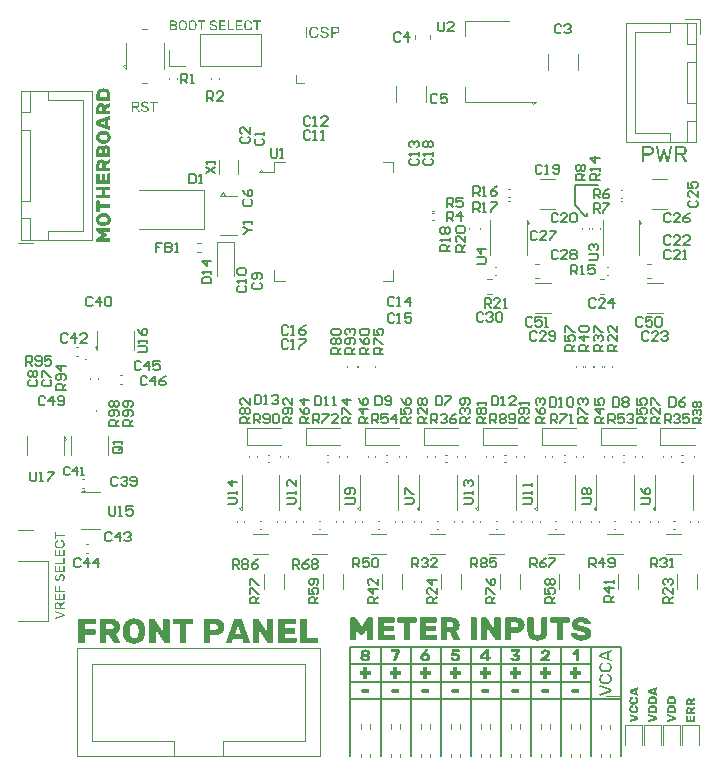
<source format=gto>
%FSLAX23Y23*%
%MOIN*%
%SFA1B1*%

%IPPOS*%
%ADD10C,0.004720*%
%ADD11C,0.003940*%
%ADD12C,0.007090*%
%LNbenchy-voltmeter-pcb-1*%
%LPD*%
G36*
X1937Y3444D02*
X1938D01*
X1938Y3444*
X1939Y3444*
X1939Y3444*
X1940Y3444*
X1942Y3444*
X1943Y3443*
X1944Y3443*
X1944*
X1944Y3443*
X1944Y3443*
X1944Y3443*
X1945Y3442*
X1945Y3442*
X1946Y3442*
X1947Y3441*
X1947Y3440*
X1948Y3440*
X1949Y3439*
Y3439*
X1949Y3439*
X1949Y3439*
X1949Y3438*
X1949Y3438*
X1950Y3437*
X1950Y3437*
X1950Y3436*
X1950Y3435*
X1951Y3435*
Y3434*
X1951Y3434*
X1950Y3434*
X1950Y3434*
X1950Y3434*
X1950Y3434*
X1950Y3433*
X1949Y3433*
X1947*
X1947Y3433*
X1946Y3433*
X1946Y3434*
X1946Y3434*
X1946Y3434*
X1946Y3434*
X1946Y3434*
X1945Y3435*
X1945Y3435*
X1945Y3435*
X1945Y3435*
X1945Y3436*
X1944Y3436*
X1944Y3437*
X1943Y3437*
X1942Y3438*
X1942*
X1942Y3438*
X1942Y3438*
X1942Y3438*
X1942Y3438*
X1942Y3438*
X1941Y3439*
X1940Y3439*
X1939Y3439*
X1938Y3439*
X1937Y3440*
X1936*
X1936Y3439*
X1936Y3439*
X1935Y3439*
X1934Y3439*
X1933Y3439*
X1932Y3439*
X1931Y3438*
X1931*
X1931Y3438*
X1931Y3438*
X1930Y3437*
X1930Y3437*
X1930Y3436*
X1929Y3436*
X1929Y3435*
X1929Y3434*
X1929Y3434*
Y3434*
Y3433*
X1929Y3433*
X1929Y3433*
X1929Y3432*
X1929Y3432*
X1930Y3431*
X1930Y3431*
X1930Y3431*
X1930Y3431*
X1930Y3430*
X1931Y3430*
X1931Y3430*
X1932Y3429*
X1933Y3429*
X1933Y3429*
X1933*
X1933Y3429*
X1934Y3429*
X1934Y3429*
X1934Y3429*
X1934Y3428*
X1935Y3428*
X1935Y3428*
X1936Y3428*
X1936Y3428*
X1937Y3428*
X1937Y3428*
X1938Y3427*
X1939Y3427*
X1939Y3427*
X1940Y3427*
X1940*
X1941Y3427*
X1941Y3426*
X1941Y3426*
X1942Y3426*
X1942Y3426*
X1943Y3426*
X1944Y3426*
X1945Y3425*
X1947Y3424*
X1947Y3424*
X1948Y3424*
X1949Y3423*
X1949Y3423*
X1949Y3423*
X1949Y3423*
X1949Y3422*
X1949Y3422*
X1950Y3422*
X1950Y3422*
X1950Y3421*
X1950Y3421*
X1951Y3420*
X1951Y3420*
X1951Y3419*
X1951Y3419*
X1951Y3418*
X1952Y3418*
X1952Y3417*
X1952Y3416*
Y3416*
Y3416*
Y3416*
X1952Y3416*
Y3415*
X1952Y3415*
X1951Y3414*
X1951Y3413*
X1951Y3412*
X1950Y3411*
X1950Y3410*
Y3410*
X1950Y3410*
X1950Y3410*
X1950Y3410*
X1949Y3409*
X1949Y3409*
X1948Y3408*
X1947Y3408*
X1946Y3407*
X1945Y3406*
X1945*
X1945Y3406*
X1944Y3406*
X1944Y3406*
X1944Y3406*
X1943Y3406*
X1943Y3406*
X1942Y3406*
X1942Y3406*
X1941Y3405*
X1940Y3405*
X1939Y3405*
X1937Y3405*
X1937*
X1936Y3405*
X1936*
X1936Y3405*
X1935Y3405*
X1935Y3405*
X1933Y3405*
X1932Y3406*
X1931Y3406*
X1930Y3407*
X1930*
X1929Y3407*
X1929Y3407*
X1929Y3407*
X1929Y3407*
X1928Y3407*
X1928Y3408*
X1927Y3408*
X1926Y3409*
X1925Y3410*
X1924Y3410*
Y3410*
X1924Y3411*
X1924Y3411*
X1924Y3411*
X1924Y3411*
X1923Y3412*
X1923Y3413*
X1923Y3413*
X1922Y3414*
X1922Y3415*
Y3415*
Y3415*
X1922Y3415*
X1922Y3416*
X1923Y3416*
X1923Y3416*
X1923Y3416*
X1923Y3416*
X1923Y3416*
X1926*
X1926Y3416*
X1926Y3416*
X1927Y3416*
X1927Y3416*
X1927Y3416*
X1927Y3416*
X1927Y3415*
X1927Y3415*
X1927Y3415*
X1928Y3415*
X1928Y3414*
X1928Y3414*
X1929Y3413*
X1929Y3413*
X1930Y3412*
X1931Y3412*
X1931*
X1931Y3411*
X1931Y3411*
X1931Y3411*
X1931Y3411*
X1932Y3411*
X1932Y3411*
X1932Y3411*
X1933Y3411*
X1933Y3410*
X1934Y3410*
X1936Y3410*
X1937Y3410*
X1937*
X1938Y3410*
X1938*
X1938Y3410*
X1939Y3410*
X1939Y3410*
X1940Y3410*
X1942Y3411*
X1943Y3411*
X1944Y3412*
X1944*
X1944Y3412*
X1944Y3412*
X1944Y3412*
X1945Y3412*
X1945Y3413*
X1946Y3413*
X1946Y3414*
X1946Y3415*
X1946Y3415*
X1946Y3416*
X1947Y3416*
Y3416*
Y3416*
X1946Y3417*
X1946Y3417*
X1946Y3418*
X1946Y3418*
X1946Y3419*
X1945Y3419*
X1945Y3419*
X1945Y3419*
X1944Y3420*
X1944Y3420*
X1943Y3420*
X1943Y3421*
X1942Y3421*
X1941Y3421*
X1941*
X1941Y3421*
X1941Y3421*
X1941Y3421*
X1940Y3422*
X1940Y3422*
X1940Y3422*
X1939Y3422*
X1939Y3422*
X1938Y3422*
X1938Y3422*
X1937Y3423*
X1936Y3423*
X1935Y3423*
X1935Y3423*
X1934Y3423*
X1934*
X1933Y3423*
X1933Y3424*
X1933Y3424*
X1932Y3424*
X1932Y3424*
X1931Y3424*
X1931Y3424*
X1929Y3425*
X1928Y3426*
X1927Y3426*
X1926Y3427*
X1926Y3427*
X1926Y3427*
X1926Y3427*
X1926Y3428*
X1926Y3428*
X1925Y3428*
X1925Y3428*
X1925Y3429*
X1925Y3429*
X1924Y3430*
X1924Y3431*
X1924Y3432*
X1924Y3433*
X1924Y3434*
Y3434*
Y3434*
Y3434*
X1924Y3434*
Y3435*
X1924Y3435*
X1924Y3436*
X1924Y3436*
X1924Y3437*
X1925Y3438*
X1925Y3439*
Y3439*
X1925Y3439*
X1925Y3439*
X1925Y3439*
X1926Y3440*
X1926Y3440*
X1927Y3441*
X1928Y3442*
X1929Y3442*
X1930Y3443*
X1930*
X1930Y3443*
X1930Y3443*
X1930Y3443*
X1930Y3443*
X1931Y3443*
X1931Y3444*
X1932Y3444*
X1932Y3444*
X1933Y3444*
X1934Y3444*
X1935Y3444*
X1937Y3444*
X1937*
X1937Y3444*
G37*
G36*
X1903D02*
X1904D01*
X1904Y3444*
X1905Y3444*
X1905Y3444*
X1907Y3444*
X1908Y3444*
X1910Y3443*
X1910Y3443*
X1911Y3442*
X1911*
X1911Y3442*
X1911Y3442*
X1911Y3442*
X1912Y3442*
X1912Y3442*
X1913Y3441*
X1914Y3440*
X1914Y3440*
X1915Y3439*
X1916Y3438*
Y3438*
X1916Y3437*
X1916Y3437*
X1916Y3437*
X1916Y3437*
X1916Y3437*
X1917Y3436*
X1917Y3435*
X1917Y3434*
X1918Y3433*
X1918Y3432*
Y3432*
X1918Y3432*
X1918Y3431*
X1917Y3431*
X1917Y3431*
X1917Y3431*
X1917Y3431*
X1917Y3431*
X1914*
X1914Y3431*
X1913Y3431*
X1913Y3431*
X1913Y3431*
X1913Y3431*
X1913Y3432*
X1913Y3432*
Y3432*
X1913Y3432*
X1912Y3432*
X1912Y3433*
X1912Y3433*
X1912Y3433*
X1912Y3434*
X1911Y3435*
X1911Y3436*
X1910Y3437*
X1909Y3437*
X1909Y3437*
X1909Y3437*
X1909Y3438*
X1909Y3438*
X1909Y3438*
X1909Y3438*
X1908Y3438*
X1908Y3438*
X1907Y3439*
X1907Y3439*
X1906Y3439*
X1906Y3439*
X1905Y3439*
X1904Y3439*
X1903Y3440*
X1902*
X1902Y3439*
X1901Y3439*
X1901Y3439*
X1900Y3439*
X1900Y3439*
X1898Y3439*
X1898Y3439*
X1897Y3438*
X1897Y3438*
X1896Y3438*
X1895Y3437*
X1895Y3437*
X1895Y3437*
X1895Y3437*
X1895Y3436*
X1895Y3436*
X1894Y3436*
X1894Y3436*
X1894Y3435*
X1894Y3435*
X1893Y3434*
X1893Y3434*
X1893Y3433*
X1893Y3432*
X1892Y3432*
X1892Y3431*
X1892Y3430*
X1892Y3429*
Y3429*
Y3429*
Y3429*
Y3428*
X1892Y3427*
Y3427*
Y3426*
Y3425*
Y3425*
Y3425*
Y3424*
Y3424*
Y3424*
Y3423*
Y3422*
Y3422*
X1892Y3421*
Y3420*
Y3420*
Y3420*
X1892Y3420*
Y3419*
X1892Y3419*
X1892Y3419*
X1892Y3418*
X1893Y3417*
X1893Y3416*
X1893Y3416*
X1893Y3415*
X1894Y3414*
X1894Y3414*
X1894Y3413*
X1895Y3413*
X1895Y3413*
X1895Y3413*
X1895Y3412*
X1895Y3412*
X1896Y3412*
X1896Y3412*
X1896Y3412*
X1897Y3411*
X1897Y3411*
X1898Y3411*
X1899Y3411*
X1899Y3410*
X1900Y3410*
X1901Y3410*
X1902Y3410*
X1902Y3410*
X1903*
X1903Y3410*
X1904*
X1904Y3410*
X1905Y3410*
X1905Y3410*
X1906Y3410*
X1907Y3411*
X1909Y3411*
X1909Y3412*
X1909Y3412*
X1910Y3412*
X1910Y3412*
X1910Y3412*
X1910Y3412*
X1910Y3413*
X1911Y3413*
X1911Y3414*
X1912Y3415*
X1912Y3416*
X1913Y3417*
Y3417*
Y3417*
X1913Y3418*
X1913Y3418*
X1913Y3418*
X1913Y3418*
X1913Y3418*
X1914Y3419*
X1914Y3419*
X1917*
X1917Y3419*
X1917Y3418*
X1917Y3418*
X1917Y3418*
X1918Y3418*
X1918Y3418*
X1918Y3417*
Y3417*
Y3417*
Y3417*
X1918Y3417*
X1918Y3417*
X1918Y3416*
X1917Y3416*
X1917Y3415*
X1917Y3414*
X1916Y3413*
X1916Y3412*
Y3412*
X1916Y3412*
X1916Y3412*
X1916Y3411*
X1915Y3411*
X1915Y3410*
X1914Y3409*
X1913Y3409*
X1912Y3408*
X1911Y3407*
X1911*
X1911Y3407*
X1911Y3407*
X1910Y3407*
X1910Y3407*
X1910Y3406*
X1909Y3406*
X1909Y3406*
X1908Y3406*
X1907Y3406*
X1907Y3405*
X1906Y3405*
X1905Y3405*
X1904Y3405*
X1903Y3405*
X1902Y3405*
X1902*
X1902Y3405*
X1901*
X1901Y3405*
X1900Y3405*
X1900Y3405*
X1898Y3405*
X1897Y3406*
X1896Y3406*
X1894Y3407*
X1894Y3407*
X1894Y3407*
X1894Y3407*
X1894Y3407*
X1893Y3407*
X1893Y3408*
X1892Y3408*
X1891Y3409*
X1891Y3410*
X1890Y3411*
X1889Y3412*
Y3412*
X1889Y3412*
X1889Y3413*
X1889Y3413*
X1889Y3413*
X1888Y3413*
X1888Y3414*
X1888Y3414*
X1888Y3415*
X1888Y3416*
X1887Y3417*
X1887Y3418*
X1887Y3420*
Y3420*
Y3420*
Y3421*
Y3421*
X1887Y3422*
Y3423*
Y3424*
Y3425*
Y3425*
Y3425*
Y3425*
Y3425*
Y3426*
Y3426*
Y3427*
Y3427*
Y3428*
X1887Y3429*
Y3430*
Y3430*
Y3430*
X1887Y3430*
Y3430*
X1887Y3431*
X1887Y3431*
X1887Y3432*
X1887Y3432*
X1887Y3433*
X1888Y3435*
X1888Y3436*
X1889Y3437*
X1889Y3437*
X1889Y3437*
X1889Y3438*
X1889Y3438*
X1890Y3438*
X1890Y3438*
X1890Y3439*
X1891Y3440*
X1892Y3441*
X1893Y3442*
X1894Y3442*
X1894Y3443*
X1894Y3443*
X1895Y3443*
X1895Y3443*
X1895Y3443*
X1896Y3443*
X1896Y3443*
X1897Y3443*
X1897Y3444*
X1898Y3444*
X1898Y3444*
X1899Y3444*
X1901Y3444*
X1902Y3444*
X1903*
X1903Y3444*
G37*
G36*
X1975Y3444D02*
X1976Y3444D01*
X1976Y3444*
X1977Y3444*
X1977Y3444*
X1979Y3443*
X1980Y3443*
X1980Y3443*
X1981Y3442*
X1982Y3442*
X1983Y3441*
X1984Y3441*
X1984Y3441*
X1984Y3441*
X1984Y3441*
X1984Y3440*
X1984Y3440*
X1985Y3440*
X1985Y3439*
X1985Y3439*
X1986Y3438*
X1986Y3438*
X1986Y3437*
X1987Y3436*
X1987Y3435*
X1987Y3434*
X1987Y3433*
X1987Y3432*
Y3432*
Y3432*
Y3432*
X1987Y3432*
Y3431*
X1987Y3431*
X1987Y3430*
X1987Y3430*
X1987Y3429*
X1987Y3428*
X1986Y3427*
X1985Y3426*
Y3426*
X1985Y3426*
X1985Y3425*
X1985Y3425*
X1985Y3425*
X1984Y3424*
X1984Y3424*
X1983Y3423*
X1982Y3422*
X1981Y3422*
X1981*
X1981Y3422*
X1980Y3422*
X1980Y3422*
X1980Y3421*
X1980Y3421*
X1979Y3421*
X1979Y3421*
X1978Y3421*
X1977Y3421*
X1975Y3420*
X1974Y3420*
X1964*
Y3407*
Y3407*
Y3407*
X1964Y3407*
X1964Y3406*
X1964Y3406*
X1963Y3406*
X1963Y3406*
X1963Y3406*
X1963Y3406*
X1960*
X1960Y3406*
X1960Y3406*
X1959Y3406*
X1959Y3406*
X1959Y3406*
X1959Y3407*
X1959Y3407*
Y3442*
Y3442*
Y3442*
X1959Y3443*
X1959Y3443*
X1959Y3443*
X1959Y3444*
X1960Y3444*
X1960Y3444*
X1960Y3444*
X1975*
X1975Y3444*
G37*
G36*
X1878D02*
X1878Y3444D01*
X1878Y3443*
X1879Y3443*
X1879Y3443*
X1879Y3443*
X1879Y3442*
Y3407*
Y3407*
Y3407*
X1879Y3407*
X1879Y3406*
X1878Y3406*
X1878Y3406*
X1878Y3406*
X1878Y3406*
X1877Y3406*
X1875*
X1875Y3406*
X1874Y3406*
X1874Y3406*
X1874Y3406*
X1874Y3406*
X1874Y3407*
X1874Y3407*
Y3442*
Y3442*
Y3442*
X1874Y3443*
X1874Y3443*
X1874Y3443*
X1874Y3444*
X1874Y3444*
X1875Y3444*
X1875Y3444*
X1878*
X1878Y3444*
G37*
G36*
X1568Y3465D02*
X1568D01*
X1568Y3465*
X1569Y3465*
X1569Y3465*
X1570Y3465*
X1571Y3465*
X1572Y3464*
X1573Y3464*
X1573*
X1573Y3464*
X1574Y3464*
X1574Y3464*
X1574Y3463*
X1574Y3463*
X1575Y3463*
X1576Y3462*
X1576Y3462*
X1577Y3461*
X1578Y3460*
Y3460*
X1578Y3460*
X1578Y3460*
X1578Y3460*
X1578Y3460*
X1578Y3459*
X1579Y3458*
X1579Y3458*
X1579Y3457*
X1579Y3457*
Y3456*
X1579Y3456*
X1579Y3456*
X1579Y3456*
X1579Y3456*
X1579Y3456*
X1578Y3456*
X1578Y3455*
X1576*
X1576Y3456*
X1576Y3456*
X1575Y3456*
X1575Y3456*
X1575Y3456*
X1575Y3456*
X1575Y3456*
X1575Y3457*
X1575Y3457*
X1575Y3457*
X1574Y3457*
X1574Y3457*
X1574Y3458*
X1573Y3458*
X1573Y3459*
X1572Y3459*
X1572*
X1572Y3460*
X1572Y3460*
X1572Y3460*
X1571Y3460*
X1571Y3460*
X1571Y3460*
X1570Y3460*
X1569Y3461*
X1568Y3461*
X1567Y3461*
X1566*
X1566Y3461*
X1566Y3461*
X1565Y3461*
X1564Y3461*
X1564Y3460*
X1563Y3460*
X1562Y3460*
X1562*
X1562Y3460*
X1562Y3459*
X1561Y3459*
X1561Y3459*
X1561Y3458*
X1560Y3457*
X1560Y3457*
X1560Y3456*
X1560Y3456*
Y3456*
Y3456*
X1560Y3455*
X1560Y3455*
X1560Y3455*
X1560Y3454*
X1561Y3454*
X1561Y3453*
X1561Y3453*
X1561Y3453*
X1561Y3453*
X1562Y3453*
X1562Y3452*
X1563Y3452*
X1563Y3452*
X1564Y3451*
X1564*
X1564Y3451*
X1564Y3451*
X1564Y3451*
X1565Y3451*
X1565Y3451*
X1565Y3451*
X1566Y3451*
X1566Y3451*
X1566Y3451*
X1567Y3451*
X1567Y3450*
X1568Y3450*
X1569Y3450*
X1569Y3450*
X1570Y3450*
X1570*
X1570Y3450*
X1571Y3449*
X1571Y3449*
X1571Y3449*
X1572Y3449*
X1572Y3449*
X1573Y3449*
X1574Y3448*
X1576Y3448*
X1576Y3447*
X1577Y3447*
X1577Y3446*
X1578Y3446*
X1578Y3446*
X1578Y3446*
X1578Y3446*
X1578Y3446*
X1578Y3445*
X1579Y3445*
X1579Y3445*
X1579Y3445*
X1579Y3444*
X1579Y3444*
X1580Y3443*
X1580Y3443*
X1580Y3442*
X1580Y3442*
X1580Y3441*
X1580Y3440*
Y3440*
Y3440*
Y3440*
X1580Y3440*
Y3440*
X1580Y3439*
X1580Y3439*
X1580Y3438*
X1579Y3437*
X1579Y3436*
X1579Y3435*
Y3435*
X1578Y3435*
X1578Y3435*
X1578Y3435*
X1578Y3435*
X1577Y3434*
X1577Y3433*
X1576Y3433*
X1575Y3432*
X1574Y3432*
X1574*
X1574Y3432*
X1574Y3432*
X1573Y3432*
X1573Y3432*
X1573Y3431*
X1572Y3431*
X1572Y3431*
X1572Y3431*
X1571Y3431*
X1570Y3431*
X1569Y3431*
X1567Y3431*
X1567*
X1567Y3431*
X1566*
X1566Y3431*
X1565Y3431*
X1565Y3431*
X1564Y3431*
X1563Y3431*
X1562Y3431*
X1561Y3432*
X1561*
X1561Y3432*
X1560Y3432*
X1560Y3432*
X1560Y3432*
X1560Y3432*
X1559Y3433*
X1558Y3433*
X1557Y3434*
X1557Y3435*
X1556Y3435*
Y3435*
X1556Y3435*
X1556Y3436*
X1556Y3436*
X1556Y3436*
X1555Y3437*
X1555Y3437*
X1555Y3438*
X1554Y3439*
X1554Y3440*
Y3440*
Y3440*
X1554Y3440*
X1554Y3440*
X1555Y3440*
X1555Y3440*
X1555Y3440*
X1555Y3441*
X1555Y3441*
X1557*
X1558Y3441*
X1558Y3441*
X1558Y3440*
X1558Y3440*
X1558Y3440*
X1559Y3440*
X1559Y3440*
X1559Y3440*
X1559Y3439*
X1559Y3439*
X1559Y3439*
X1559Y3438*
X1560Y3438*
X1560Y3437*
X1561Y3437*
X1562Y3436*
X1562*
X1562Y3436*
X1562Y3436*
X1562Y3436*
X1562Y3436*
X1562Y3436*
X1563Y3436*
X1563Y3436*
X1564Y3436*
X1564Y3435*
X1565Y3435*
X1566Y3435*
X1567Y3435*
X1568*
X1568Y3435*
X1568*
X1568Y3435*
X1569Y3435*
X1569Y3435*
X1570Y3435*
X1571Y3436*
X1572Y3436*
X1573Y3436*
X1573*
X1573Y3437*
X1573Y3437*
X1574Y3437*
X1574Y3437*
X1574Y3437*
X1575Y3438*
X1575Y3439*
X1575Y3439*
X1575Y3440*
X1576Y3440*
X1576Y3440*
Y3440*
Y3441*
X1576Y3441*
X1575Y3441*
X1575Y3442*
X1575Y3442*
X1575Y3443*
X1574Y3443*
X1574Y3443*
X1574Y3443*
X1574Y3443*
X1573Y3444*
X1573Y3444*
X1572Y3444*
X1572Y3445*
X1571Y3445*
X1571*
X1571Y3445*
X1571Y3445*
X1570Y3445*
X1570Y3445*
X1570Y3445*
X1570Y3445*
X1569Y3445*
X1569Y3446*
X1568Y3446*
X1568Y3446*
X1567Y3446*
X1567Y3446*
X1566Y3446*
X1565Y3447*
X1564Y3447*
X1564*
X1564Y3447*
X1564Y3447*
X1564Y3447*
X1563Y3447*
X1563Y3447*
X1562Y3447*
X1562Y3448*
X1561Y3448*
X1560Y3449*
X1558Y3449*
X1558Y3450*
X1558Y3450*
X1558Y3450*
X1557Y3450*
X1557Y3450*
X1557Y3451*
X1557Y3451*
X1557Y3451*
X1557Y3451*
X1557Y3452*
X1556Y3453*
X1556Y3454*
X1556Y3455*
X1556Y3455*
X1556Y3456*
Y3456*
Y3456*
Y3456*
X1556Y3456*
Y3457*
X1556Y3457*
X1556Y3457*
X1556Y3458*
X1556Y3459*
X1556Y3460*
X1557Y3461*
Y3461*
X1557Y3461*
X1557Y3461*
X1557Y3461*
X1557Y3461*
X1558Y3462*
X1558Y3462*
X1559Y3463*
X1560Y3463*
X1561Y3464*
X1561*
X1561Y3464*
X1561Y3464*
X1561Y3464*
X1561Y3464*
X1562Y3464*
X1562Y3464*
X1562Y3465*
X1563Y3465*
X1563Y3465*
X1564Y3465*
X1566Y3465*
X1567Y3465*
X1567*
X1568Y3465*
G37*
G36*
X1684D02*
X1684D01*
X1684Y3465*
X1685Y3465*
X1685Y3465*
X1687Y3465*
X1688Y3464*
X1689Y3464*
X1690Y3464*
X1690Y3463*
X1690*
X1690Y3463*
X1691Y3463*
X1691Y3463*
X1691Y3463*
X1691Y3463*
X1692Y3462*
X1693Y3462*
X1693Y3461*
X1694Y3460*
X1695Y3459*
Y3459*
X1695Y3459*
X1695Y3459*
X1695Y3459*
X1695Y3459*
X1695Y3458*
X1696Y3458*
X1696Y3457*
X1696Y3456*
X1696Y3455*
X1696Y3454*
Y3454*
X1696Y3454*
X1696Y3454*
X1696Y3454*
X1696Y3454*
X1696Y3453*
X1696Y3453*
X1695Y3453*
X1693*
X1693Y3453*
X1693Y3453*
X1692Y3454*
X1692Y3454*
X1692Y3454*
X1692Y3454*
X1692Y3454*
Y3454*
X1692Y3454*
X1692Y3455*
X1692Y3455*
X1692Y3455*
X1691Y3455*
X1691Y3456*
X1691Y3457*
X1690Y3458*
X1690Y3458*
X1689Y3459*
X1689Y3459*
X1689Y3459*
X1689Y3459*
X1689Y3459*
X1689Y3459*
X1688Y3460*
X1688Y3460*
X1688Y3460*
X1687Y3460*
X1687Y3460*
X1686Y3460*
X1686Y3461*
X1685Y3461*
X1684Y3461*
X1684Y3461*
X1682*
X1682Y3461*
X1682Y3461*
X1681Y3461*
X1681Y3461*
X1680Y3461*
X1679Y3460*
X1679Y3460*
X1678Y3460*
X1678Y3460*
X1677Y3459*
X1677Y3459*
X1676Y3458*
X1676Y3458*
X1676Y3458*
X1676Y3458*
X1676Y3458*
X1676Y3458*
X1676Y3457*
X1675Y3457*
X1675Y3457*
X1675Y3456*
X1675Y3456*
X1675Y3455*
X1674Y3455*
X1674Y3454*
X1674Y3453*
X1674Y3453*
X1674Y3452*
Y3452*
Y3452*
Y3451*
Y3451*
X1674Y3450*
Y3450*
Y3449*
Y3448*
Y3448*
Y3448*
Y3448*
Y3447*
Y3447*
Y3446*
Y3446*
Y3445*
X1674Y3444*
Y3444*
Y3444*
Y3444*
X1674Y3443*
Y3443*
X1674Y3443*
X1674Y3442*
X1674Y3442*
X1674Y3441*
X1675Y3440*
X1675Y3440*
X1675Y3439*
X1675Y3439*
X1676Y3438*
X1676Y3438*
X1676Y3437*
X1676Y3437*
X1676Y3437*
X1677Y3437*
X1677Y3437*
X1677Y3437*
X1677Y3437*
X1678Y3436*
X1678Y3436*
X1678Y3436*
X1679Y3436*
X1679Y3435*
X1680Y3435*
X1681Y3435*
X1681Y3435*
X1682Y3435*
X1683Y3435*
X1683*
X1684Y3435*
X1684*
X1684Y3435*
X1685Y3435*
X1685Y3435*
X1686Y3435*
X1687Y3436*
X1688Y3436*
X1689Y3436*
X1689Y3437*
X1689Y3437*
X1689Y3437*
X1689Y3437*
X1689Y3437*
X1690Y3437*
X1690Y3438*
X1691Y3439*
X1691Y3440*
X1691Y3440*
X1692Y3441*
Y3441*
Y3442*
X1692Y3442*
X1692Y3442*
X1692Y3442*
X1692Y3442*
X1692Y3442*
X1693Y3442*
X1693Y3443*
X1695*
X1696Y3442*
X1696Y3442*
X1696Y3442*
X1696Y3442*
X1696Y3442*
X1696Y3442*
X1696Y3441*
Y3441*
Y3441*
Y3441*
X1696Y3441*
X1696Y3441*
X1696Y3441*
X1696Y3440*
X1696Y3439*
X1696Y3438*
X1695Y3437*
X1695Y3437*
Y3437*
X1695Y3436*
X1695Y3436*
X1695Y3436*
X1694Y3436*
X1694Y3435*
X1693Y3434*
X1692Y3434*
X1691Y3433*
X1690Y3432*
X1690*
X1690Y3432*
X1690Y3432*
X1690Y3432*
X1690Y3432*
X1689Y3432*
X1689Y3432*
X1688Y3431*
X1688Y3431*
X1687Y3431*
X1687Y3431*
X1686Y3431*
X1685Y3431*
X1684Y3431*
X1684Y3431*
X1683Y3431*
X1682*
X1682Y3431*
X1682*
X1681Y3431*
X1681Y3431*
X1680Y3431*
X1679Y3431*
X1678Y3431*
X1677Y3432*
X1676Y3432*
X1676Y3432*
X1676Y3432*
X1675Y3432*
X1675Y3433*
X1675Y3433*
X1675Y3433*
X1674Y3433*
X1673Y3434*
X1673Y3435*
X1672Y3436*
X1671Y3437*
Y3437*
X1671Y3437*
X1671Y3437*
X1671Y3437*
X1671Y3438*
X1671Y3438*
X1670Y3438*
X1670Y3439*
X1670Y3439*
X1670Y3440*
X1670Y3441*
X1669Y3442*
X1669Y3444*
Y3444*
Y3444*
Y3444*
Y3445*
X1669Y3445*
Y3446*
Y3447*
Y3448*
Y3448*
Y3448*
Y3448*
Y3448*
Y3449*
Y3449*
Y3449*
Y3450*
Y3451*
X1669Y3452*
Y3452*
Y3452*
Y3452*
X1669Y3453*
Y3453*
X1669Y3453*
X1669Y3454*
X1669Y3454*
X1670Y3454*
X1670Y3455*
X1670Y3457*
X1671Y3458*
X1671Y3459*
X1671Y3459*
X1671Y3459*
X1671Y3459*
X1671Y3459*
X1672Y3460*
X1672Y3460*
X1672Y3461*
X1673Y3461*
X1674Y3462*
X1675Y3463*
X1676Y3464*
X1676Y3464*
X1676Y3464*
X1676Y3464*
X1676Y3464*
X1677Y3464*
X1677Y3464*
X1677Y3464*
X1678Y3464*
X1678Y3465*
X1679Y3465*
X1679Y3465*
X1680Y3465*
X1681Y3465*
X1682Y3465*
X1683*
X1684Y3465*
G37*
G36*
X1724Y3465D02*
X1724Y3465D01*
X1724Y3464*
X1724Y3464*
X1725Y3464*
X1725Y3464*
X1725Y3463*
Y3462*
Y3462*
Y3462*
X1725Y3461*
X1725Y3461*
X1724Y3461*
X1724Y3461*
X1724Y3461*
X1724Y3460*
X1723Y3460*
X1715*
Y3432*
Y3432*
Y3432*
X1714Y3432*
X1714Y3432*
X1714Y3431*
X1714Y3431*
X1714Y3431*
X1714Y3431*
X1713Y3431*
X1711*
X1711Y3431*
X1711Y3431*
X1710Y3431*
X1710Y3432*
X1710Y3432*
X1710Y3432*
X1710Y3432*
Y3460*
X1701*
X1701Y3460*
X1700Y3461*
X1700Y3461*
X1700Y3461*
X1700Y3461*
X1700Y3461*
X1700Y3462*
Y3463*
Y3463*
Y3464*
X1700Y3464*
X1700Y3464*
X1700Y3464*
X1700Y3464*
X1700Y3465*
X1701Y3465*
X1701Y3465*
X1724*
X1724Y3465*
G37*
G36*
X1663Y3465D02*
X1663Y3465D01*
X1663Y3464*
X1663Y3464*
X1664Y3464*
X1664Y3464*
X1664Y3464*
Y3463*
Y3463*
Y3462*
X1664Y3461*
X1664Y3461*
X1663Y3461*
X1663Y3461*
X1663Y3461*
X1663Y3460*
X1663Y3460*
X1647*
Y3450*
X1661*
X1662Y3450*
X1662Y3450*
X1662Y3450*
X1662Y3450*
X1663Y3450*
X1663Y3449*
X1663Y3449*
Y3449*
Y3449*
Y3447*
X1663Y3447*
X1662Y3447*
X1662Y3446*
X1662Y3446*
X1662Y3446*
X1662Y3446*
X1661Y3446*
X1647*
Y3435*
X1663*
X1663Y3435*
X1663Y3435*
X1664Y3435*
X1664Y3435*
X1664Y3435*
X1664Y3434*
X1664Y3434*
Y3434*
Y3434*
Y3432*
X1664Y3432*
X1664Y3432*
X1664Y3432*
X1664Y3431*
X1663Y3431*
X1663Y3431*
X1663Y3431*
X1643*
X1643Y3431*
X1643Y3431*
X1643Y3431*
X1642Y3431*
X1642Y3432*
X1642Y3432*
X1642Y3432*
Y3432*
Y3432*
Y3463*
X1642Y3464*
X1642Y3464*
X1642Y3464*
X1642Y3464*
X1643Y3465*
X1643Y3465*
X1643Y3465*
X1662*
X1663Y3465*
G37*
G36*
X1618Y3465D02*
X1619Y3465D01*
X1619Y3464*
X1619Y3464*
X1619Y3464*
X1619Y3464*
X1619Y3463*
Y3435*
X1636*
X1636Y3435*
X1636Y3435*
X1637Y3435*
X1637Y3435*
X1637Y3435*
X1637Y3434*
X1637Y3434*
Y3432*
Y3432*
Y3432*
X1637Y3432*
X1637Y3432*
X1637Y3431*
X1637Y3431*
X1636Y3431*
X1636Y3431*
X1636Y3431*
X1616*
X1616Y3431*
X1616Y3431*
X1615Y3431*
X1615Y3432*
X1615Y3432*
X1615Y3432*
X1615Y3432*
Y3463*
Y3463*
Y3464*
X1615Y3464*
X1615Y3464*
X1615Y3464*
X1615Y3464*
X1615Y3465*
X1616Y3465*
X1616Y3465*
X1618*
X1618Y3465*
G37*
G36*
X1607Y3465D02*
X1607Y3465D01*
X1608Y3464*
X1608Y3464*
X1608Y3464*
X1608Y3464*
X1608Y3464*
Y3463*
Y3463*
Y3462*
X1608Y3461*
X1608Y3461*
X1608Y3461*
X1608Y3461*
X1607Y3461*
X1607Y3460*
X1607Y3460*
X1591*
Y3450*
X1606*
X1606Y3450*
X1606Y3450*
X1606Y3450*
X1607Y3450*
X1607Y3450*
X1607Y3449*
X1607Y3449*
Y3449*
Y3449*
Y3447*
X1607Y3447*
X1607Y3447*
X1607Y3446*
X1607Y3446*
X1606Y3446*
X1606Y3446*
X1606Y3446*
X1591*
Y3435*
X1607*
X1607Y3435*
X1608Y3435*
X1608Y3435*
X1608Y3435*
X1608Y3435*
X1608Y3434*
X1608Y3434*
Y3434*
Y3434*
Y3432*
X1608Y3432*
X1608Y3432*
X1608Y3432*
X1608Y3431*
X1608Y3431*
X1607Y3431*
X1607Y3431*
X1588*
X1587Y3431*
X1587Y3431*
X1587Y3431*
X1587Y3431*
X1587Y3432*
X1586Y3432*
X1586Y3432*
Y3432*
Y3432*
Y3463*
X1586Y3464*
X1587Y3464*
X1587Y3464*
X1587Y3464*
X1587Y3465*
X1587Y3465*
X1588Y3465*
X1607*
X1607Y3465*
G37*
G36*
X1539Y3465D02*
X1539Y3465D01*
X1539Y3464*
X1539Y3464*
X1539Y3464*
X1540Y3464*
X1540Y3463*
Y3462*
Y3462*
Y3462*
X1540Y3461*
X1539Y3461*
X1539Y3461*
X1539Y3461*
X1539Y3461*
X1539Y3460*
X1538Y3460*
X1529*
Y3432*
Y3432*
Y3432*
X1529Y3432*
X1529Y3432*
X1529Y3431*
X1529Y3431*
X1529Y3431*
X1528Y3431*
X1528Y3431*
X1526*
X1526Y3431*
X1525Y3431*
X1525Y3431*
X1525Y3432*
X1525Y3432*
X1525Y3432*
X1525Y3432*
Y3460*
X1516*
X1515Y3460*
X1515Y3461*
X1515Y3461*
X1515Y3461*
X1515Y3461*
X1515Y3461*
X1514Y3462*
Y3463*
Y3463*
Y3464*
X1514Y3464*
X1515Y3464*
X1515Y3464*
X1515Y3464*
X1515Y3465*
X1515Y3465*
X1516Y3465*
X1538*
X1539Y3465*
G37*
G36*
X1435D02*
X1436D01*
X1436Y3465*
X1437Y3465*
X1437Y3465*
X1438Y3464*
X1439Y3464*
X1440Y3464*
X1441Y3463*
X1441*
X1441Y3463*
X1441Y3463*
X1441Y3463*
X1442Y3463*
X1442Y3462*
X1443Y3462*
X1443Y3461*
X1444Y3460*
X1444Y3460*
Y3460*
X1444Y3460*
X1444Y3460*
X1445Y3459*
X1445Y3459*
X1445Y3458*
X1445Y3458*
X1445Y3457*
X1445Y3456*
X1445Y3456*
Y3456*
Y3456*
Y3455*
Y3455*
X1445Y3455*
X1445Y3455*
X1445Y3454*
X1445Y3453*
X1445Y3453*
X1445Y3452*
X1444Y3451*
X1444Y3451*
X1444Y3451*
X1444Y3451*
X1443Y3450*
X1443Y3450*
X1442Y3450*
X1442Y3449*
X1442Y3449*
X1442*
X1442Y3449*
X1442Y3449*
X1442Y3448*
X1443Y3448*
X1443Y3447*
X1444Y3447*
X1444Y3446*
X1445Y3445*
Y3445*
X1445Y3445*
X1445Y3445*
X1445Y3445*
X1445Y3445*
X1445Y3444*
X1446Y3443*
X1446Y3443*
X1446Y3442*
X1446Y3441*
Y3441*
Y3441*
Y3441*
Y3440*
X1446Y3440*
X1446Y3440*
X1446Y3439*
X1446Y3439*
X1446Y3438*
X1445Y3437*
X1445Y3436*
Y3436*
X1445Y3436*
X1445Y3436*
X1445Y3436*
X1444Y3435*
X1444Y3435*
X1443Y3434*
X1443Y3434*
X1442Y3433*
X1441Y3432*
X1441*
X1441Y3432*
X1441Y3432*
X1441Y3432*
X1441Y3432*
X1440Y3432*
X1440Y3432*
X1440Y3432*
X1439Y3432*
X1438Y3431*
X1437Y3431*
X1436Y3431*
X1422*
X1422Y3431*
X1421Y3431*
X1421Y3431*
X1421Y3432*
X1421Y3432*
X1421Y3432*
X1421Y3432*
Y3463*
Y3463*
Y3464*
X1421Y3464*
X1421Y3464*
X1421Y3464*
X1421Y3464*
X1421Y3465*
X1422Y3465*
X1422Y3465*
X1435*
X1435Y3465*
G37*
G36*
X1498Y3465D02*
X1498D01*
X1499Y3465*
X1499Y3465*
X1500Y3465*
X1501Y3465*
X1502Y3464*
X1503Y3464*
X1504Y3464*
X1504Y3463*
X1504*
X1504Y3463*
X1505Y3463*
X1505Y3463*
X1505Y3463*
X1505Y3463*
X1506Y3462*
X1507Y3462*
X1507Y3461*
X1508Y3460*
X1509Y3459*
Y3459*
X1509Y3459*
X1509Y3459*
X1509Y3458*
X1509Y3458*
X1509Y3458*
X1509Y3457*
X1510Y3457*
X1510Y3456*
X1510Y3456*
X1510Y3455*
X1510Y3454*
X1510Y3452*
Y3452*
Y3452*
Y3452*
X1510Y3452*
Y3451*
Y3451*
X1511Y3451*
Y3450*
X1511Y3449*
Y3449*
Y3448*
Y3448*
Y3448*
Y3447*
Y3447*
X1511Y3446*
Y3446*
X1510Y3445*
X1510Y3444*
Y3444*
Y3443*
X1510Y3443*
Y3443*
X1510Y3443*
X1510Y3442*
X1510Y3442*
X1510Y3441*
X1510Y3440*
X1510Y3439*
X1509Y3438*
X1509Y3437*
Y3437*
X1509Y3437*
X1509Y3437*
X1508Y3437*
X1508Y3436*
X1508Y3436*
X1508Y3435*
X1507Y3435*
X1506Y3434*
X1505Y3433*
X1504Y3432*
X1504*
X1504Y3432*
X1504Y3432*
X1504Y3432*
X1503Y3432*
X1503Y3432*
X1503Y3432*
X1502Y3431*
X1502Y3431*
X1501Y3431*
X1501Y3431*
X1500Y3431*
X1499Y3431*
X1498Y3431*
X1497Y3431*
X1497*
X1497Y3431*
X1496*
X1496Y3431*
X1495Y3431*
X1495Y3431*
X1494Y3431*
X1492Y3431*
X1491Y3432*
X1491Y3432*
X1490Y3432*
X1490Y3432*
X1490Y3432*
X1490Y3433*
X1490Y3433*
X1489Y3433*
X1489Y3433*
X1488Y3434*
X1488Y3434*
X1487Y3435*
X1486Y3436*
X1486Y3437*
Y3437*
X1485Y3437*
X1485Y3437*
X1485Y3437*
X1485Y3438*
X1485Y3438*
X1485Y3438*
X1485Y3439*
X1485Y3439*
X1484Y3440*
X1484Y3441*
X1484Y3442*
X1484Y3444*
Y3444*
Y3444*
Y3444*
Y3445*
X1484Y3445*
Y3446*
Y3447*
Y3448*
Y3448*
Y3448*
Y3448*
Y3448*
Y3449*
Y3449*
Y3449*
Y3450*
Y3451*
X1484Y3452*
Y3452*
Y3452*
Y3452*
X1484Y3453*
Y3453*
X1484Y3453*
X1484Y3453*
X1484Y3454*
X1484Y3454*
X1484Y3455*
X1485Y3457*
X1485Y3458*
X1486Y3459*
Y3459*
X1486Y3459*
X1486Y3459*
X1486Y3459*
X1486Y3460*
X1486Y3460*
X1487Y3461*
X1487Y3461*
X1488Y3462*
X1489Y3463*
X1490Y3463*
X1490Y3464*
X1490Y3464*
X1490Y3464*
X1491Y3464*
X1491Y3464*
X1491Y3464*
X1492Y3464*
X1492Y3464*
X1493Y3465*
X1493Y3465*
X1494Y3465*
X1494Y3465*
X1496Y3465*
X1496Y3465*
X1498*
X1498Y3465*
G37*
G36*
X1465D02*
X1466D01*
X1466Y3465*
X1467Y3465*
X1467Y3465*
X1468Y3465*
X1470Y3464*
X1471Y3464*
X1471Y3464*
X1472Y3463*
X1472*
X1472Y3463*
X1472Y3463*
X1472Y3463*
X1473Y3463*
X1473Y3463*
X1474Y3462*
X1474Y3462*
X1475Y3461*
X1476Y3460*
X1476Y3459*
Y3459*
X1477Y3459*
X1477Y3459*
X1477Y3458*
X1477Y3458*
X1477Y3458*
X1477Y3457*
X1477Y3457*
X1477Y3456*
X1478Y3456*
X1478Y3455*
X1478Y3454*
X1478Y3452*
Y3452*
Y3452*
Y3452*
X1478Y3452*
Y3451*
Y3451*
X1478Y3451*
Y3450*
X1478Y3449*
Y3449*
Y3448*
Y3448*
Y3448*
Y3447*
Y3447*
X1478Y3446*
Y3446*
X1478Y3445*
X1478Y3444*
Y3444*
Y3443*
X1478Y3443*
Y3443*
X1478Y3443*
X1478Y3442*
X1478Y3442*
X1478Y3441*
X1478Y3440*
X1477Y3439*
X1477Y3438*
X1476Y3437*
Y3437*
X1476Y3437*
X1476Y3437*
X1476Y3437*
X1476Y3436*
X1476Y3436*
X1475Y3435*
X1475Y3435*
X1474Y3434*
X1473Y3433*
X1472Y3432*
X1472*
X1472Y3432*
X1472Y3432*
X1471Y3432*
X1471Y3432*
X1471Y3432*
X1470Y3432*
X1470Y3431*
X1469Y3431*
X1469Y3431*
X1468Y3431*
X1468Y3431*
X1466Y3431*
X1466Y3431*
X1465Y3431*
X1464*
X1464Y3431*
X1464*
X1463Y3431*
X1463Y3431*
X1462Y3431*
X1461Y3431*
X1460Y3431*
X1459Y3432*
X1458Y3432*
X1458Y3432*
X1458Y3432*
X1458Y3432*
X1457Y3433*
X1457Y3433*
X1457Y3433*
X1457Y3433*
X1456Y3434*
X1455Y3434*
X1455Y3435*
X1454Y3436*
X1453Y3437*
Y3437*
X1453Y3437*
X1453Y3437*
X1453Y3437*
X1453Y3438*
X1453Y3438*
X1453Y3438*
X1452Y3439*
X1452Y3439*
X1452Y3440*
X1452Y3441*
X1452Y3442*
X1452Y3444*
Y3444*
Y3444*
Y3444*
Y3445*
X1451Y3445*
Y3446*
Y3447*
Y3448*
Y3448*
Y3448*
Y3448*
Y3448*
Y3449*
Y3449*
Y3449*
Y3450*
Y3451*
X1452Y3452*
Y3452*
Y3452*
Y3452*
X1452Y3453*
Y3453*
X1452Y3453*
X1452Y3453*
X1452Y3454*
X1452Y3454*
X1452Y3455*
X1452Y3457*
X1453Y3458*
X1453Y3459*
Y3459*
X1453Y3459*
X1453Y3459*
X1453Y3459*
X1454Y3460*
X1454Y3460*
X1454Y3461*
X1455Y3461*
X1456Y3462*
X1457Y3463*
X1458Y3463*
X1458Y3464*
X1458Y3464*
X1458Y3464*
X1458Y3464*
X1459Y3464*
X1459Y3464*
X1459Y3464*
X1460Y3464*
X1460Y3465*
X1461Y3465*
X1461Y3465*
X1462Y3465*
X1463Y3465*
X1464Y3465*
X1465*
X1465Y3465*
G37*
G36*
X1339Y3195D02*
X1339D01*
X1340Y3195*
X1340Y3194*
X1340Y3194*
X1341Y3194*
X1343Y3194*
X1344Y3194*
X1345Y3193*
X1345*
X1345Y3193*
X1345Y3193*
X1345Y3193*
X1345Y3193*
X1346Y3193*
X1346Y3192*
X1347Y3192*
X1348Y3191*
X1349Y3190*
X1349Y3190*
Y3189*
X1349Y3189*
X1349Y3189*
X1349Y3189*
X1350Y3189*
X1350Y3188*
X1350Y3188*
X1350Y3187*
X1351Y3186*
X1351Y3186*
Y3185*
X1351Y3185*
X1351Y3185*
X1350Y3185*
X1350Y3185*
X1350Y3185*
X1350Y3185*
X1350Y3185*
X1348*
X1347Y3185*
X1347Y3185*
X1347Y3185*
X1347Y3185*
X1347Y3185*
X1346Y3185*
X1346Y3185*
X1346Y3186*
X1346Y3186*
X1346Y3186*
X1346Y3186*
X1345Y3187*
X1345Y3187*
X1345Y3187*
X1344Y3188*
X1343Y3189*
X1343*
X1343Y3189*
X1343Y3189*
X1343Y3189*
X1343Y3189*
X1343Y3189*
X1342Y3189*
X1341Y3190*
X1340Y3190*
X1339Y3190*
X1338Y3190*
X1338*
X1337Y3190*
X1337Y3190*
X1336Y3190*
X1336Y3190*
X1335Y3190*
X1334Y3189*
X1333Y3189*
X1333*
X1333Y3189*
X1333Y3189*
X1332Y3188*
X1332Y3188*
X1332Y3187*
X1331Y3187*
X1331Y3186*
X1331Y3185*
X1331Y3185*
Y3185*
Y3185*
X1331Y3184*
X1331Y3184*
X1331Y3184*
X1331Y3183*
X1332Y3183*
X1332Y3182*
X1332Y3182*
X1332Y3182*
X1332Y3182*
X1333Y3182*
X1333Y3181*
X1334Y3181*
X1334Y3181*
X1335Y3180*
X1335*
X1335Y3180*
X1335Y3180*
X1336Y3180*
X1336Y3180*
X1336Y3180*
X1336Y3180*
X1337Y3180*
X1337Y3180*
X1338Y3179*
X1338Y3179*
X1339Y3179*
X1339Y3179*
X1340Y3179*
X1341Y3179*
X1341Y3178*
X1341*
X1342Y3178*
X1342Y3178*
X1342Y3178*
X1343Y3178*
X1343Y3178*
X1344Y3178*
X1345Y3177*
X1346Y3177*
X1347Y3176*
X1348Y3176*
X1348Y3176*
X1349Y3175*
X1349Y3175*
X1349Y3175*
X1350Y3175*
X1350Y3175*
X1350Y3174*
X1350Y3174*
X1350Y3174*
X1350Y3174*
X1351Y3173*
X1351Y3173*
X1351Y3172*
X1351Y3172*
X1351Y3171*
X1352Y3171*
X1352Y3170*
X1352Y3170*
X1352Y3169*
Y3169*
Y3169*
Y3169*
X1352Y3168*
Y3168*
X1352Y3168*
X1352Y3167*
X1351Y3166*
X1351Y3165*
X1351Y3164*
X1350Y3164*
Y3164*
X1350Y3164*
X1350Y3163*
X1350Y3163*
X1349Y3163*
X1349Y3162*
X1348Y3162*
X1347Y3161*
X1347Y3161*
X1345Y3160*
X1345*
X1345Y3160*
X1345Y3160*
X1345Y3160*
X1345Y3160*
X1344Y3160*
X1344Y3159*
X1343Y3159*
X1343Y3159*
X1342Y3159*
X1341Y3159*
X1340Y3159*
X1338Y3159*
X1338*
X1338Y3159*
X1337*
X1337Y3159*
X1337Y3159*
X1336Y3159*
X1335Y3159*
X1334Y3159*
X1333Y3160*
X1332Y3160*
X1332*
X1332Y3160*
X1331Y3160*
X1331Y3160*
X1331Y3161*
X1331Y3161*
X1330Y3161*
X1329Y3162*
X1328Y3162*
X1328Y3163*
X1327Y3164*
Y3164*
X1327Y3164*
X1327Y3164*
X1327Y3164*
X1326Y3164*
X1326Y3165*
X1326Y3166*
X1325Y3166*
X1325Y3167*
X1325Y3168*
Y3168*
Y3168*
X1325Y3168*
X1325Y3169*
X1325Y3169*
X1325Y3169*
X1326Y3169*
X1326Y3169*
X1326Y3169*
X1328*
X1329Y3169*
X1329Y3169*
X1329Y3169*
X1329Y3169*
X1329Y3169*
X1330Y3168*
X1330Y3168*
X1330Y3168*
X1330Y3168*
X1330Y3168*
X1330Y3167*
X1330Y3167*
X1331Y3166*
X1331Y3166*
X1332Y3165*
X1333Y3165*
X1333*
X1333Y3165*
X1333Y3165*
X1333Y3164*
X1333Y3164*
X1334Y3164*
X1334Y3164*
X1334Y3164*
X1335Y3164*
X1335Y3164*
X1336Y3163*
X1337Y3163*
X1338Y3163*
X1339*
X1339Y3163*
X1339*
X1340Y3163*
X1340Y3163*
X1341Y3163*
X1342Y3164*
X1343Y3164*
X1344Y3164*
X1345Y3165*
X1345*
X1345Y3165*
X1345Y3165*
X1345Y3165*
X1345Y3165*
X1346Y3166*
X1346Y3166*
X1347Y3167*
X1347Y3168*
X1347Y3168*
X1347Y3168*
X1347Y3169*
Y3169*
Y3169*
X1347Y3169*
X1347Y3170*
X1347Y3170*
X1347Y3171*
X1346Y3171*
X1346Y3172*
X1346Y3172*
X1345Y3172*
X1345Y3172*
X1345Y3172*
X1344Y3173*
X1344Y3173*
X1343Y3173*
X1342Y3174*
X1342*
X1342Y3174*
X1342Y3174*
X1342Y3174*
X1341Y3174*
X1341Y3174*
X1341Y3174*
X1340Y3174*
X1340Y3174*
X1340Y3174*
X1339Y3175*
X1338Y3175*
X1338Y3175*
X1337Y3175*
X1336Y3175*
X1335Y3175*
X1335*
X1335Y3176*
X1335Y3176*
X1335Y3176*
X1334Y3176*
X1334Y3176*
X1333Y3176*
X1333Y3176*
X1332Y3177*
X1330Y3177*
X1329Y3178*
X1329Y3179*
X1328Y3179*
X1328Y3179*
X1328Y3179*
X1328Y3179*
X1328Y3179*
X1328Y3180*
X1328Y3180*
X1328Y3180*
X1327Y3181*
X1327Y3182*
X1327Y3183*
X1326Y3184*
X1326Y3184*
X1326Y3185*
Y3185*
Y3185*
Y3185*
X1326Y3185*
Y3186*
X1326Y3186*
X1326Y3187*
X1327Y3187*
X1327Y3188*
X1327Y3189*
X1328Y3190*
Y3190*
X1328Y3190*
X1328Y3190*
X1328Y3190*
X1328Y3190*
X1329Y3191*
X1329Y3192*
X1330Y3192*
X1331Y3193*
X1332Y3193*
X1332*
X1332Y3193*
X1332Y3193*
X1332Y3193*
X1332Y3194*
X1333Y3194*
X1333Y3194*
X1334Y3194*
X1334Y3194*
X1334Y3194*
X1336Y3194*
X1337Y3195*
X1338Y3195*
X1339*
X1339Y3195*
G37*
G36*
X1380Y3194D02*
X1380Y3194D01*
X1381Y3194*
X1381Y3194*
X1381Y3193*
X1381Y3193*
X1381Y3193*
Y3191*
Y3191*
Y3191*
X1381Y3191*
X1381Y3190*
X1381Y3190*
X1381Y3190*
X1380Y3190*
X1380Y3190*
X1380Y3190*
X1370*
Y3161*
Y3161*
Y3160*
X1370Y3160*
X1370Y3160*
X1370Y3160*
X1370Y3160*
X1370Y3159*
X1370Y3159*
X1369Y3159*
X1367*
X1367Y3159*
X1366Y3159*
X1366Y3160*
X1366Y3160*
X1366Y3160*
X1366Y3160*
X1366Y3161*
Y3190*
X1356*
X1356Y3190*
X1356Y3190*
X1355Y3190*
X1355Y3190*
X1355Y3190*
X1355Y3191*
X1355Y3191*
Y3193*
Y3193*
Y3193*
X1355Y3193*
X1355Y3193*
X1355Y3194*
X1356Y3194*
X1356Y3194*
X1356Y3194*
X1356Y3194*
X1380*
X1380Y3194*
G37*
G36*
X1309D02*
X1310Y3194D01*
X1310Y3194*
X1311Y3194*
X1311Y3194*
X1313Y3193*
X1314Y3193*
X1314Y3193*
X1315Y3193*
X1316Y3192*
X1316Y3192*
X1317Y3192*
X1317Y3191*
X1317Y3191*
X1317Y3191*
X1318Y3191*
X1318Y3191*
X1318Y3190*
X1318Y3190*
X1319Y3190*
X1319Y3189*
X1319Y3189*
X1320Y3188*
X1320Y3187*
X1320Y3186*
X1320Y3186*
X1320Y3185*
X1320Y3184*
Y3184*
Y3184*
Y3183*
X1320Y3183*
Y3183*
X1320Y3182*
X1320Y3182*
X1320Y3182*
X1320Y3181*
X1320Y3179*
X1319Y3178*
X1319Y3178*
X1318Y3177*
X1318Y3177*
X1318Y3177*
X1318Y3177*
X1318Y3177*
X1318Y3177*
X1318Y3177*
X1317Y3176*
X1316Y3176*
X1315Y3175*
X1314Y3174*
X1313Y3174*
X1321Y3161*
X1321Y3161*
X1321Y3161*
X1321Y3161*
X1321Y3160*
Y3160*
X1321Y3160*
X1321Y3160*
X1321Y3160*
X1321Y3159*
X1320Y3159*
X1320Y3159*
X1320Y3159*
X1318*
X1317Y3159*
X1317Y3159*
X1317Y3159*
X1317Y3160*
X1316Y3160*
X1316Y3160*
X1316Y3161*
X1308Y3173*
X1300*
Y3161*
Y3161*
Y3160*
X1300Y3160*
X1300Y3160*
X1299Y3160*
X1299Y3160*
X1299Y3159*
X1299Y3159*
X1298Y3159*
X1296*
X1296Y3159*
X1296Y3159*
X1295Y3160*
X1295Y3160*
X1295Y3160*
X1295Y3160*
X1295Y3161*
Y3193*
Y3193*
Y3193*
X1295Y3193*
X1295Y3193*
X1295Y3194*
X1295Y3194*
X1296Y3194*
X1296Y3194*
X1296Y3194*
X1309*
X1309Y3194*
G37*
G36*
X1202Y3238D02*
X1203D01*
X1203Y3237*
X1204*
X1204*
X1205Y3237*
X1205*
X1205*
X1206Y3237*
X1206*
X1206Y3237*
X1207Y3237*
X1208Y3237*
X1208Y3237*
X1210Y3237*
X1211Y3236*
X1213Y3235*
X1214Y3235*
X1215Y3235*
X1215Y3235*
X1215Y3235*
X1215Y3234*
X1215Y3234*
X1216Y3234*
X1216Y3234*
X1217Y3233*
X1217Y3233*
X1218Y3232*
X1219Y3230*
X1220Y3229*
X1221Y3227*
Y3227*
X1221Y3227*
X1221Y3227*
X1222Y3227*
X1222Y3226*
X1222Y3226*
X1222Y3225*
X1222Y3224*
X1223Y3224*
X1223Y3223*
X1223Y3222*
X1223Y3221*
X1223Y3219*
X1223Y3218*
X1223Y3217*
Y3199*
X1223Y3198*
X1223Y3198*
X1223Y3198*
X1223Y3198*
X1223Y3197*
X1222Y3197*
X1222Y3197*
X1179*
X1179*
X1179*
X1178Y3197*
X1178Y3197*
X1178Y3198*
X1178Y3198*
X1177Y3198*
X1177Y3198*
X1177Y3199*
Y3217*
X1177Y3217*
Y3218*
X1177Y3219*
X1177Y3219*
X1177Y3220*
X1178Y3222*
X1178Y3224*
X1179Y3225*
X1179Y3226*
X1179Y3227*
Y3227*
X1180Y3227*
X1180Y3228*
X1180Y3228*
X1180Y3228*
X1180Y3229*
X1181Y3230*
X1182Y3231*
X1183Y3232*
X1185Y3233*
X1186Y3235*
X1186Y3235*
X1186Y3235*
X1186Y3235*
X1187Y3235*
X1187Y3235*
X1188Y3235*
X1188Y3236*
X1189Y3236*
X1189Y3236*
X1190Y3236*
X1192Y3237*
X1194Y3237*
X1195Y3237*
X1196Y3237*
X1196*
X1196*
X1196*
X1196Y3237*
X1197*
X1198Y3238*
X1198*
X1199Y3238*
X1200*
X1200*
X1200*
X1200*
X1201*
X1201*
X1201*
X1202Y3238*
G37*
G36*
X1222Y3190D02*
X1223Y3190D01*
X1223Y3190*
X1223Y3189*
X1223Y3189*
X1223Y3189*
X1223Y3188*
Y3179*
X1223Y3179*
Y3179*
X1223Y3178*
X1223Y3178*
X1223Y3178*
X1223Y3178*
X1223Y3177*
X1222Y3177*
X1222Y3177*
X1208Y3169*
Y3163*
X1222*
X1222*
X1222*
X1222Y3163*
X1223Y3163*
X1223Y3163*
X1223Y3163*
X1223Y3162*
X1223Y3162*
X1223Y3161*
Y3153*
X1223Y3152*
X1223Y3152*
X1223Y3151*
X1223Y3151*
X1223Y3151*
X1222Y3151*
X1222Y3151*
X1179*
X1179*
X1179*
X1178Y3151*
X1178Y3151*
X1178Y3151*
X1178Y3152*
X1177Y3152*
X1177Y3152*
X1177Y3153*
Y3172*
X1177Y3172*
X1177Y3173*
X1177Y3174*
X1177Y3175*
X1178Y3176*
X1178Y3177*
X1178Y3178*
X1178Y3179*
X1179Y3180*
X1179Y3181*
X1180Y3182*
X1180Y3184*
X1181Y3184*
X1181Y3185*
X1181Y3185*
X1181Y3185*
X1182Y3185*
X1182Y3186*
X1182Y3186*
X1183Y3187*
X1184Y3187*
X1185Y3187*
X1185Y3188*
X1186Y3188*
X1187Y3189*
X1188Y3189*
X1190Y3189*
X1191Y3189*
X1192Y3189*
X1192*
X1193*
X1193Y3189*
X1194Y3189*
X1195Y3189*
X1195Y3189*
X1196Y3189*
X1198Y3188*
X1199Y3188*
X1200Y3187*
X1201Y3187*
X1202Y3186*
X1203Y3185*
X1204Y3184*
X1205Y3183*
X1206Y3182*
X1221Y3190*
X1221Y3190*
X1222Y3190*
X1222Y3190*
X1222Y3190*
X1222*
X1222Y3190*
G37*
G36*
Y3146D02*
X1223Y3145D01*
X1223Y3145*
X1223Y3145*
X1223Y3145*
X1223Y3145*
X1223Y3144*
Y3136*
X1223Y3135*
Y3135*
X1223Y3134*
X1223Y3134*
X1223Y3134*
X1223Y3134*
X1222Y3133*
X1222Y3133*
X1216Y3131*
Y3114*
X1222Y3112*
X1222*
X1222Y3112*
X1222Y3112*
X1223Y3111*
X1223Y3111*
X1223Y3111*
X1223Y3110*
X1223Y3110*
X1223Y3109*
Y3101*
X1223Y3101*
X1223Y3100*
X1223Y3100*
X1223Y3100*
X1223Y3100*
X1223Y3099*
X1222Y3099*
X1222*
X1222Y3099*
X1222Y3099*
X1221Y3100*
X1179Y3114*
X1179*
X1179Y3114*
X1179Y3114*
X1179Y3114*
X1178Y3115*
X1178Y3115*
X1178Y3115*
X1178Y3115*
X1178Y3115*
X1177Y3116*
X1177Y3116*
X1177Y3116*
X1177Y3117*
Y3128*
X1177Y3128*
Y3129*
X1177Y3129*
X1178Y3129*
X1178Y3130*
Y3130*
X1178Y3130*
X1178Y3130*
X1179Y3130*
X1179Y3131*
X1221Y3145*
X1221Y3145*
X1221Y3145*
X1222Y3146*
X1222Y3146*
X1222*
X1222Y3146*
G37*
G36*
X1205Y3096D02*
X1205D01*
X1206Y3095*
X1206*
X1206*
X1206*
X1207Y3095*
X1207*
X1208Y3095*
X1208Y3095*
X1209Y3095*
X1209Y3095*
X1211Y3095*
X1212Y3094*
X1214Y3094*
X1215Y3093*
X1215*
X1216Y3093*
X1216Y3092*
X1216Y3092*
X1216Y3092*
X1217Y3092*
X1217Y3091*
X1218Y3091*
X1219Y3090*
X1220Y3089*
X1221Y3087*
X1222Y3086*
Y3086*
X1222Y3085*
X1222Y3085*
X1222Y3085*
X1222Y3084*
X1223Y3084*
X1223Y3083*
X1223Y3083*
X1223Y3082*
X1223Y3081*
X1224Y3080*
X1224Y3079*
X1224Y3078*
X1224Y3077*
X1224Y3076*
X1224Y3075*
Y3074*
X1224Y3074*
Y3073*
X1224Y3073*
X1224Y3072*
X1224Y3071*
X1224Y3069*
X1223Y3068*
X1223Y3066*
X1222Y3065*
X1222Y3064*
X1222Y3064*
X1222Y3064*
X1222Y3063*
X1221Y3063*
X1221Y3063*
X1221Y3062*
X1220Y3061*
X1219Y3060*
X1218Y3059*
X1217Y3058*
X1215Y3057*
X1215*
X1215Y3057*
X1215Y3057*
X1215Y3056*
X1214Y3056*
X1214Y3056*
X1213Y3056*
X1213Y3056*
X1212Y3055*
X1211Y3055*
X1210Y3055*
X1208Y3054*
X1206Y3054*
X1206*
X1206*
X1206*
X1206*
X1205Y3054*
X1205*
X1204*
X1203Y3054*
X1202*
X1201Y3054*
X1200*
X1200*
X1200*
X1199*
X1199*
X1198Y3054*
X1197*
X1196Y3054*
X1194Y3054*
X1194*
X1194*
X1194Y3054*
X1194*
X1193Y3054*
X1193Y3054*
X1192Y3054*
X1191Y3055*
X1190Y3055*
X1188Y3055*
X1187Y3056*
X1185Y3057*
X1185Y3057*
X1185Y3057*
X1185Y3057*
X1185Y3057*
X1184Y3058*
X1184Y3058*
X1183Y3059*
X1182Y3060*
X1181Y3061*
X1180Y3062*
X1179Y3064*
X1179Y3064*
X1179Y3064*
X1179Y3064*
X1178Y3065*
X1178Y3065*
X1178Y3066*
X1178Y3066*
X1178Y3067*
X1177Y3068*
X1177Y3069*
X1177Y3069*
X1177Y3070*
X1177Y3071*
X1177Y3073*
X1176Y3074*
Y3075*
X1176Y3076*
Y3076*
X1177Y3077*
X1177Y3078*
X1177Y3079*
X1177Y3080*
X1177Y3082*
X1178Y3084*
X1178Y3085*
X1179Y3086*
Y3086*
X1179Y3086*
X1179Y3086*
X1179Y3086*
X1179Y3087*
X1180Y3087*
X1181Y3088*
X1181Y3089*
X1183Y3091*
X1184Y3092*
X1185Y3093*
X1185Y3093*
X1185Y3093*
X1186Y3093*
X1186Y3093*
X1186Y3093*
X1187Y3094*
X1187Y3094*
X1188Y3094*
X1189Y3094*
X1189Y3095*
X1191Y3095*
X1193Y3095*
X1194Y3095*
X1195*
X1195*
X1195Y3096*
X1196*
X1197*
X1198Y3096*
X1199*
X1200*
X1200*
X1201*
X1201*
X1201*
X1201*
X1202*
X1203*
X1204*
X1205Y3096*
G37*
G36*
X1210Y3048D02*
X1211Y3048D01*
X1211Y3048*
X1212Y3048*
X1213Y3048*
X1214Y3047*
X1215Y3047*
X1216Y3047*
X1217Y3046*
X1218Y3046*
X1219Y3045*
X1219Y3045*
X1219Y3044*
X1220Y3044*
X1220Y3044*
X1220Y3044*
X1220Y3043*
X1221Y3043*
X1221Y3042*
X1221Y3042*
X1222Y3041*
X1222Y3040*
X1223Y3039*
X1223Y3038*
X1223Y3037*
X1223Y3036*
X1223Y3034*
X1223Y3033*
Y3010*
X1223Y3010*
X1223Y3009*
X1223Y3009*
X1223Y3009*
X1223Y3009*
X1222Y3008*
X1222Y3008*
X1179*
X1179*
X1179*
X1178Y3008*
X1178Y3009*
X1178Y3009*
X1178Y3009*
X1177Y3009*
X1177Y3010*
X1177Y3010*
Y3032*
X1177Y3032*
Y3033*
X1177Y3034*
X1177Y3034*
X1177Y3035*
X1178Y3036*
X1178Y3038*
X1178Y3039*
X1179Y3041*
Y3041*
X1179Y3041*
X1179Y3041*
X1179Y3041*
X1180Y3042*
X1180Y3043*
X1181Y3043*
X1182Y3044*
X1183Y3045*
X1184Y3046*
X1184*
X1184Y3046*
X1185Y3046*
X1185Y3046*
X1185Y3046*
X1185Y3046*
X1186Y3047*
X1187Y3047*
X1188Y3047*
X1190Y3047*
X1191Y3047*
X1191*
X1191*
X1191*
X1191*
X1192Y3047*
X1193Y3047*
X1194Y3047*
X1195Y3047*
X1195Y3047*
X1196Y3046*
X1196Y3046*
X1197Y3046*
X1197Y3046*
X1197Y3045*
X1198Y3045*
X1198Y3045*
X1199Y3044*
X1199Y3044*
Y3044*
X1199Y3044*
X1200Y3044*
X1200Y3044*
X1200Y3045*
X1201Y3046*
X1202Y3046*
X1203Y3047*
X1203Y3047*
X1204Y3047*
X1204Y3047*
X1204Y3048*
X1205Y3048*
X1206Y3048*
X1207Y3048*
X1208Y3048*
X1209Y3048*
X1209*
X1209*
X1210*
X1210Y3048*
G37*
G36*
X1222Y3001D02*
X1223Y3001D01*
X1223Y3001*
X1223Y3001*
X1223Y3001*
X1223Y3000*
X1223Y3000*
Y2991*
X1223Y2990*
Y2990*
X1223Y2990*
X1223Y2989*
X1223Y2989*
X1223Y2989*
X1223Y2989*
X1222Y2988*
X1222Y2988*
X1208Y2981*
Y2974*
X1222*
X1222*
X1222*
X1222Y2974*
X1223Y2974*
X1223Y2974*
X1223Y2974*
X1223Y2974*
X1223Y2973*
X1223Y2973*
Y2964*
X1223Y2964*
X1223Y2963*
X1223Y2963*
X1223Y2963*
X1223Y2963*
X1222Y2962*
X1222Y2962*
X1179*
X1179*
X1179*
X1178Y2962*
X1178Y2962*
X1178Y2963*
X1178Y2963*
X1177Y2963*
X1177Y2964*
X1177Y2964*
Y2983*
X1177Y2984*
X1177Y2984*
X1177Y2985*
X1177Y2986*
X1178Y2987*
X1178Y2988*
X1178Y2989*
X1178Y2990*
X1179Y2992*
X1179Y2993*
X1180Y2994*
X1180Y2995*
X1181Y2996*
X1181Y2996*
X1181Y2996*
X1181Y2996*
X1182Y2997*
X1182Y2997*
X1182Y2997*
X1183Y2998*
X1184Y2998*
X1185Y2999*
X1185Y2999*
X1186Y3000*
X1187Y3000*
X1188Y3000*
X1190Y3000*
X1191Y3001*
X1192Y3001*
X1192*
X1193*
X1193Y3001*
X1194Y3001*
X1195Y3000*
X1195Y3000*
X1196Y3000*
X1198Y3000*
X1199Y2999*
X1200Y2999*
X1201Y2998*
X1202Y2997*
X1203Y2997*
X1204Y2995*
X1205Y2994*
X1206Y2993*
X1221Y3001*
X1221Y3001*
X1222Y3001*
X1222Y3001*
X1222Y3001*
X1222*
X1222Y3001*
G37*
G36*
X1222Y2955D02*
X1223Y2954D01*
X1223Y2954*
X1223Y2954*
X1223Y2954*
X1223Y2953*
X1223Y2953*
Y2921*
X1223Y2921*
X1223Y2920*
X1223Y2920*
X1223Y2920*
X1223Y2920*
X1222Y2920*
X1222Y2920*
X1222*
X1222*
X1179*
X1178Y2920*
X1178Y2920*
X1178Y2920*
X1178Y2920*
X1177Y2921*
X1177Y2921*
X1177Y2921*
Y2952*
X1177Y2953*
X1177Y2953*
X1178Y2953*
X1178Y2954*
X1178Y2954*
X1178Y2954*
X1179Y2954*
X1179*
X1179*
X1186*
X1186Y2954*
X1187Y2954*
X1187Y2954*
X1187Y2954*
X1187Y2953*
X1188Y2953*
X1188Y2952*
Y2932*
X1195*
Y2951*
X1195Y2951*
X1195Y2952*
X1195Y2952*
X1195Y2952*
X1196Y2952*
X1196Y2953*
X1197Y2953*
X1197*
X1197*
X1204*
X1204Y2953*
X1205Y2952*
X1205Y2952*
X1205Y2952*
X1205Y2952*
X1205Y2951*
X1205Y2951*
Y2932*
X1213*
Y2953*
X1213Y2953*
X1213Y2954*
X1213Y2954*
X1213Y2954*
X1214Y2954*
X1214Y2955*
X1215Y2955*
X1215*
X1215*
X1222*
X1222Y2955*
G37*
G36*
X1222Y2910D02*
X1223Y2910D01*
X1223Y2910*
X1223Y2910*
X1223Y2909*
X1223Y2909*
X1223Y2908*
Y2900*
X1223Y2899*
X1223Y2899*
X1223Y2899*
X1223Y2898*
X1223Y2898*
X1222Y2898*
X1222Y2898*
X1205*
Y2883*
X1222*
X1222*
X1222*
X1222Y2883*
X1223Y2883*
X1223Y2883*
X1223Y2883*
X1223Y2882*
X1223Y2882*
X1223Y2882*
Y2873*
X1223Y2872*
X1223Y2872*
X1223Y2872*
X1223Y2871*
X1223Y2871*
X1222Y2871*
X1222Y2871*
X1179*
X1179*
X1179*
X1178Y2871*
X1178Y2871*
X1178Y2872*
X1178Y2872*
X1177Y2872*
X1177Y2872*
X1177Y2873*
Y2882*
X1177Y2882*
X1177Y2882*
X1178Y2883*
X1178Y2883*
X1178Y2883*
X1178Y2883*
X1179Y2883*
X1195*
Y2898*
X1179*
X1179*
X1179*
X1178Y2898*
X1178Y2898*
X1178Y2899*
X1178Y2899*
X1177Y2899*
X1177Y2899*
X1177Y2900*
Y2909*
X1177Y2909*
X1177Y2909*
X1178Y2910*
X1178Y2910*
X1178Y2910*
X1178Y2910*
X1179Y2910*
X1222*
X1222*
X1222*
X1222Y2910*
G37*
G36*
X1186Y2865D02*
X1187Y2865D01*
X1187Y2864*
X1187Y2864*
X1187Y2864*
X1188Y2864*
X1188Y2863*
Y2852*
X1222*
X1222*
X1222*
X1222Y2851*
X1223Y2851*
X1223Y2851*
X1223Y2851*
X1223Y2851*
X1223Y2850*
X1223Y2850*
Y2841*
X1223Y2841*
X1223Y2840*
X1223Y2840*
X1223Y2840*
X1223Y2840*
X1222Y2839*
X1222Y2839*
X1188*
Y2828*
X1188Y2827*
X1187Y2827*
X1187Y2826*
X1187Y2826*
X1187Y2826*
X1186Y2826*
X1186Y2826*
X1179*
X1179*
X1179*
X1178Y2826*
X1178Y2826*
X1178Y2826*
X1178Y2826*
X1177Y2827*
X1177Y2827*
X1177Y2828*
Y2863*
X1177Y2864*
X1177Y2864*
X1178Y2864*
X1178Y2865*
X1178Y2865*
X1178Y2865*
X1179Y2865*
X1186*
X1186*
X1186*
X1186Y2865*
G37*
G36*
X1205Y2821D02*
X1205D01*
X1206Y2821*
X1206*
X1206*
X1206*
X1207Y2821*
X1207*
X1208Y2821*
X1208Y2821*
X1209Y2821*
X1209Y2821*
X1211Y2821*
X1212Y2820*
X1214Y2819*
X1215Y2819*
X1215*
X1216Y2818*
X1216Y2818*
X1216Y2818*
X1216Y2818*
X1217Y2818*
X1217Y2817*
X1218Y2817*
X1219Y2816*
X1220Y2815*
X1221Y2813*
X1222Y2812*
Y2811*
X1222Y2811*
X1222Y2811*
X1222Y2811*
X1222Y2810*
X1223Y2810*
X1223Y2809*
X1223Y2808*
X1223Y2808*
X1223Y2807*
X1224Y2806*
X1224Y2805*
X1224Y2804*
X1224Y2803*
X1224Y2802*
X1224Y2801*
Y2800*
X1224Y2800*
Y2799*
X1224Y2798*
X1224Y2798*
X1224Y2797*
X1224Y2795*
X1223Y2793*
X1223Y2792*
X1222Y2791*
X1222Y2790*
X1222Y2790*
X1222Y2790*
X1222Y2789*
X1221Y2789*
X1221Y2789*
X1221Y2788*
X1220Y2787*
X1219Y2786*
X1218Y2785*
X1217Y2784*
X1215Y2783*
X1215*
X1215Y2783*
X1215Y2782*
X1215Y2782*
X1214Y2782*
X1214Y2782*
X1213Y2782*
X1213Y2781*
X1212Y2781*
X1211Y2781*
X1210Y2781*
X1208Y2780*
X1206Y2780*
X1206*
X1206*
X1206*
X1206*
X1205Y2780*
X1205*
X1204*
X1203Y2780*
X1202*
X1201Y2780*
X1200*
X1200*
X1200*
X1199*
X1199*
X1198Y2780*
X1197*
X1196Y2780*
X1194Y2780*
X1194*
X1194*
X1194Y2780*
X1194*
X1193Y2780*
X1193Y2780*
X1192Y2780*
X1191Y2780*
X1190Y2781*
X1188Y2781*
X1187Y2782*
X1185Y2783*
X1185Y2783*
X1185Y2783*
X1185Y2783*
X1185Y2783*
X1184Y2783*
X1184Y2784*
X1183Y2784*
X1182Y2786*
X1181Y2787*
X1180Y2788*
X1179Y2790*
X1179Y2790*
X1179Y2790*
X1179Y2790*
X1178Y2791*
X1178Y2791*
X1178Y2792*
X1178Y2792*
X1178Y2793*
X1177Y2794*
X1177Y2794*
X1177Y2795*
X1177Y2796*
X1177Y2797*
X1177Y2798*
X1176Y2800*
Y2801*
X1176Y2802*
Y2802*
X1177Y2803*
X1177Y2804*
X1177Y2804*
X1177Y2806*
X1177Y2808*
X1178Y2810*
X1178Y2811*
X1179Y2812*
Y2812*
X1179Y2812*
X1179Y2812*
X1179Y2812*
X1179Y2813*
X1180Y2813*
X1181Y2814*
X1181Y2815*
X1183Y2816*
X1184Y2818*
X1185Y2819*
X1185Y2819*
X1185Y2819*
X1186Y2819*
X1186Y2819*
X1186Y2819*
X1187Y2819*
X1187Y2820*
X1188Y2820*
X1189Y2820*
X1189Y2820*
X1191Y2821*
X1193Y2821*
X1194Y2821*
X1195*
X1195*
X1195Y2821*
X1196*
X1197*
X1198Y2821*
X1199*
X1200*
X1200*
X1201*
X1201*
X1201*
X1201*
X1202*
X1203*
X1204*
X1205Y2821*
G37*
G36*
X1222Y2772D02*
X1223Y2772D01*
X1223Y2772*
X1223Y2771*
X1223Y2771*
X1223Y2771*
X1223Y2770*
Y2762*
X1223Y2761*
X1223Y2761*
X1223Y2760*
X1223Y2760*
X1223Y2760*
X1222Y2760*
X1222Y2760*
X1200*
X1211Y2754*
X1211*
X1211Y2754*
X1211Y2753*
X1212Y2753*
X1212Y2753*
X1212Y2752*
X1212Y2752*
X1212Y2752*
X1212Y2751*
Y2747*
X1212Y2746*
X1212Y2746*
X1212Y2746*
X1212Y2745*
X1212Y2745*
X1211Y2745*
X1211Y2745*
X1200Y2738*
X1222*
X1222*
X1222*
X1222Y2738*
X1223Y2738*
X1223Y2738*
X1223Y2738*
X1223Y2737*
X1223Y2737*
X1223Y2736*
Y2728*
X1223Y2727*
X1223Y2727*
X1223Y2727*
X1223Y2726*
X1223Y2726*
X1222Y2726*
X1222Y2726*
X1179*
X1179*
X1179*
X1178Y2726*
X1178Y2726*
X1178Y2727*
X1178Y2727*
X1177Y2727*
X1177Y2727*
X1177Y2728*
Y2736*
X1177Y2736*
X1177Y2736*
X1178Y2737*
X1178Y2737*
X1178Y2738*
X1179Y2738*
X1197Y2749*
X1179Y2760*
X1179Y2760*
X1179Y2760*
X1178Y2760*
X1178Y2761*
X1178Y2761*
X1177Y2761*
X1177Y2762*
X1177Y2763*
Y2770*
X1177Y2771*
X1177Y2771*
X1178Y2772*
X1178Y2772*
X1178Y2772*
X1178Y2772*
X1179Y2772*
X1222*
X1222*
X1222*
X1222Y2772*
G37*
G36*
X3094Y3047D02*
X3095Y3047D01*
X3095Y3046*
X3095Y3046*
X3095Y3046*
X3095Y3046*
X3096Y3045*
X3095Y3044*
X3086Y2997*
Y2997*
X3086Y2997*
X3086Y2997*
X3086Y2996*
X3085Y2995*
X3085Y2995*
X3085Y2994*
X3085Y2994*
X3085Y2994*
X3085Y2994*
X3084Y2994*
X3084Y2994*
X3083Y2993*
X3083Y2993*
X3082Y2993*
X3079*
X3079Y2993*
X3078Y2993*
X3078Y2994*
X3078Y2994*
X3077Y2994*
X3077Y2994*
X3077Y2994*
X3077Y2995*
X3076Y2995*
X3076Y2995*
X3076Y2996*
X3076Y2996*
X3076Y2997*
X3075Y2997*
X3068Y3023*
X3061Y2997*
Y2997*
X3061Y2997*
X3061Y2997*
X3061Y2996*
X3061Y2995*
X3060Y2995*
X3060Y2994*
X3060Y2994*
X3060Y2994*
X3060Y2994*
X3059Y2994*
X3059Y2994*
X3059Y2994*
X3058Y2993*
X3057Y2993*
X3054*
X3054Y2993*
X3053Y2993*
X3053Y2994*
X3053Y2994*
X3052Y2994*
X3052Y2994*
Y2994*
X3052Y2994*
X3052Y2995*
X3051Y2995*
X3051Y2995*
X3051Y2996*
X3051Y2997*
X3051Y2997*
X3041Y3044*
X3041Y3045*
Y3045*
Y3045*
X3041Y3045*
X3041Y3046*
X3042Y3046*
X3042Y3046*
X3042Y3046*
X3042Y3047*
X3043Y3047*
X3046*
X3046Y3047*
X3047Y3047*
X3047Y3046*
X3048Y3046*
X3048Y3046*
X3048Y3045*
X3048Y3045*
X3056Y3002*
X3065Y3033*
Y3033*
X3065Y3033*
X3065Y3033*
X3065Y3034*
X3065Y3034*
Y3034*
X3065Y3034*
X3066Y3035*
X3066Y3035*
X3067Y3035*
X3070*
X3070Y3035*
X3070*
X3071Y3035*
X3071Y3034*
X3072Y3034*
X3072Y3034*
X3072Y3034*
X3072Y3033*
X3072Y3033*
X3081Y3002*
X3088Y3045*
Y3045*
X3089Y3045*
X3089Y3045*
X3089Y3046*
X3089Y3046*
X3089Y3046*
X3090Y3046*
X3090Y3047*
X3091Y3047*
X3094*
X3094Y3047*
G37*
G36*
X3127D02*
X3128Y3047D01*
X3129Y3047*
X3129Y3046*
X3130Y3046*
X3132Y3046*
X3134Y3045*
X3135Y3045*
X3136Y3045*
X3137Y3044*
X3138Y3043*
X3139Y3043*
X3139Y3043*
X3139Y3043*
X3139Y3042*
X3140Y3042*
X3140Y3042*
X3141Y3041*
X3141Y3041*
X3142Y3040*
X3142Y3039*
X3142Y3038*
X3143Y3037*
X3143Y3036*
X3144Y3035*
X3144Y3034*
X3144Y3032*
X3144Y3031*
Y3031*
Y3031*
Y3030*
X3144Y3030*
Y3029*
X3144Y3029*
X3144Y3028*
X3144Y3028*
X3143Y3026*
X3143Y3024*
X3142Y3023*
X3142Y3022*
X3141Y3021*
X3141Y3021*
X3141Y3021*
X3141Y3021*
X3141Y3021*
X3140Y3020*
X3140Y3020*
X3139Y3019*
X3138Y3018*
X3136Y3017*
X3135Y3017*
X3133Y3016*
X3145Y2996*
X3145Y2996*
X3145Y2996*
X3145Y2995*
X3145Y2995*
Y2995*
X3145Y2995*
X3145Y2994*
X3144Y2994*
X3144Y2994*
X3144Y2994*
X3144Y2993*
X3143Y2993*
X3140*
X3140Y2993*
X3139Y2993*
X3139Y2994*
X3138Y2994*
X3138Y2994*
X3137Y2995*
X3137Y2995*
X3126Y3015*
X3112*
Y2995*
Y2995*
Y2995*
X3112Y2995*
X3112Y2994*
X3112Y2994*
X3112Y2994*
X3111Y2994*
X3111Y2993*
X3110Y2993*
X3107*
X3107Y2993*
X3106Y2994*
X3106Y2994*
X3106Y2994*
X3105Y2994*
X3105Y2995*
X3105Y2995*
Y3045*
Y3045*
Y3045*
X3105Y3045*
X3105Y3046*
X3106Y3046*
X3106Y3046*
X3106Y3046*
X3107Y3047*
X3107Y3047*
X3126*
X3127Y3047*
G37*
G36*
X3018D02*
X3019Y3047D01*
X3020Y3047*
X3021Y3046*
X3022Y3046*
X3024Y3046*
X3025Y3045*
X3026Y3045*
X3027Y3045*
X3028Y3044*
X3029Y3043*
X3030Y3043*
X3030Y3043*
X3031Y3042*
X3031Y3042*
X3031Y3042*
X3032Y3041*
X3032Y3041*
X3032Y3040*
X3033Y3040*
X3033Y3039*
X3034Y3038*
X3034Y3037*
X3035Y3036*
X3035Y3035*
X3035Y3033*
X3036Y3032*
X3036Y3031*
Y3030*
Y3030*
Y3030*
X3036Y3030*
Y3029*
X3035Y3029*
X3035Y3028*
X3035Y3027*
X3035Y3026*
X3035Y3024*
X3034Y3023*
X3033Y3021*
Y3021*
X3033Y3021*
X3033Y3021*
X3033Y3021*
X3032Y3020*
X3031Y3019*
X3030Y3018*
X3029Y3018*
X3028Y3017*
X3026Y3016*
X3026*
X3026Y3016*
X3026Y3016*
X3026Y3016*
X3025Y3015*
X3025Y3015*
X3024Y3015*
X3024Y3015*
X3022Y3015*
X3021Y3014*
X3019Y3014*
X3017Y3014*
X3003*
Y2995*
Y2995*
Y2995*
X3003Y2995*
X3003Y2994*
X3002Y2994*
X3002Y2994*
X3002Y2994*
X3002Y2993*
X3001Y2993*
X2998*
X2997Y2993*
X2997Y2994*
X2996Y2994*
X2996Y2994*
X2996Y2994*
X2996Y2995*
X2996Y2995*
Y3045*
Y3045*
Y3045*
X2996Y3045*
X2996Y3046*
X2996Y3046*
X2997Y3046*
X2997Y3046*
X2997Y3047*
X2998Y3047*
X3018*
X3018Y3047*
G37*
G36*
X2086Y1235D02*
X2086Y1235D01*
X2086Y1235*
X2087Y1235*
X2087Y1234*
X2087Y1234*
X2087Y1234*
Y1226*
Y1226*
Y1226*
X2087Y1226*
X2087Y1225*
X2086Y1225*
X2086Y1225*
X2086Y1224*
X2086Y1224*
X2085Y1224*
X2062*
X2062Y1224*
X2061Y1224*
X2061Y1225*
X2061Y1225*
X2060Y1225*
X2060Y1226*
X2060Y1226*
Y1234*
Y1234*
Y1234*
X2060Y1234*
X2060Y1234*
X2061Y1235*
X2061Y1235*
X2061Y1235*
X2061Y1235*
X2062Y1236*
X2085*
X2086Y1235*
G37*
G36*
X2186D02*
X2186Y1235D01*
X2186Y1235*
X2187Y1235*
X2187Y1234*
X2187Y1234*
X2187Y1234*
Y1226*
Y1226*
Y1226*
X2187Y1226*
X2187Y1225*
X2186Y1225*
X2186Y1225*
X2186Y1224*
X2186Y1224*
X2185Y1224*
X2162*
X2162Y1224*
X2161Y1224*
X2161Y1225*
X2161Y1225*
X2160Y1225*
X2160Y1226*
X2160Y1226*
Y1234*
Y1234*
Y1234*
X2160Y1234*
X2160Y1234*
X2161Y1235*
X2161Y1235*
X2161Y1235*
X2161Y1235*
X2162Y1236*
X2185*
X2186Y1235*
G37*
G36*
X2386D02*
X2386Y1235D01*
X2386Y1235*
X2387Y1235*
X2387Y1234*
X2387Y1234*
X2387Y1234*
Y1226*
Y1226*
Y1226*
X2387Y1226*
X2387Y1225*
X2386Y1225*
X2386Y1225*
X2386Y1224*
X2386Y1224*
X2385Y1224*
X2362*
X2362Y1224*
X2361Y1224*
X2361Y1225*
X2361Y1225*
X2360Y1225*
X2360Y1226*
X2360Y1226*
Y1234*
Y1234*
Y1234*
X2360Y1234*
X2360Y1234*
X2361Y1235*
X2361Y1235*
X2361Y1235*
X2361Y1235*
X2362Y1236*
X2385*
X2386Y1235*
G37*
G36*
X2286D02*
X2286Y1235D01*
X2286Y1235*
X2287Y1235*
X2287Y1234*
X2287Y1234*
X2287Y1234*
Y1226*
Y1226*
Y1226*
X2287Y1226*
X2287Y1225*
X2286Y1225*
X2286Y1225*
X2286Y1224*
X2286Y1224*
X2285Y1224*
X2262*
X2262Y1224*
X2261Y1224*
X2261Y1225*
X2261Y1225*
X2260Y1225*
X2260Y1226*
X2260Y1226*
Y1234*
Y1234*
Y1234*
X2260Y1234*
X2260Y1234*
X2261Y1235*
X2261Y1235*
X2261Y1235*
X2261Y1235*
X2262Y1236*
X2285*
X2286Y1235*
G37*
G36*
X2686D02*
X2686Y1235D01*
X2686Y1235*
X2687Y1235*
X2687Y1234*
X2687Y1234*
X2687Y1234*
Y1226*
Y1226*
Y1226*
X2687Y1226*
X2687Y1225*
X2686Y1225*
X2686Y1225*
X2686Y1224*
X2686Y1224*
X2685Y1224*
X2662*
X2662Y1224*
X2661Y1224*
X2661Y1225*
X2661Y1225*
X2660Y1225*
X2660Y1226*
X2660Y1226*
Y1234*
Y1234*
Y1234*
X2660Y1234*
X2660Y1234*
X2661Y1235*
X2661Y1235*
X2661Y1235*
X2661Y1235*
X2662Y1236*
X2685*
X2686Y1235*
G37*
G36*
X2786D02*
X2786Y1235D01*
X2786Y1235*
X2787Y1235*
X2787Y1234*
X2787Y1234*
X2787Y1234*
Y1226*
Y1226*
Y1226*
X2787Y1226*
X2787Y1225*
X2786Y1225*
X2786Y1225*
X2786Y1224*
X2786Y1224*
X2785Y1224*
X2762*
X2762Y1224*
X2761Y1224*
X2761Y1225*
X2761Y1225*
X2760Y1225*
X2760Y1226*
X2760Y1226*
Y1234*
Y1234*
Y1234*
X2760Y1234*
X2760Y1234*
X2761Y1235*
X2761Y1235*
X2761Y1235*
X2761Y1235*
X2762Y1236*
X2785*
X2786Y1235*
G37*
G36*
X2586D02*
X2586Y1235D01*
X2586Y1235*
X2587Y1235*
X2587Y1234*
X2587Y1234*
X2587Y1234*
Y1226*
Y1226*
Y1226*
X2587Y1226*
X2587Y1225*
X2586Y1225*
X2586Y1225*
X2586Y1224*
X2586Y1224*
X2585Y1224*
X2562*
X2562Y1224*
X2561Y1224*
X2561Y1225*
X2561Y1225*
X2560Y1225*
X2560Y1226*
X2560Y1226*
Y1234*
Y1234*
Y1234*
X2560Y1234*
X2560Y1234*
X2561Y1235*
X2561Y1235*
X2561Y1235*
X2561Y1235*
X2562Y1236*
X2585*
X2586Y1235*
G37*
G36*
X2486D02*
X2486Y1235D01*
X2486Y1235*
X2487Y1235*
X2487Y1234*
X2487Y1234*
X2487Y1234*
Y1226*
Y1226*
Y1226*
X2487Y1226*
X2487Y1225*
X2486Y1225*
X2486Y1225*
X2486Y1224*
X2486Y1224*
X2485Y1224*
X2462*
X2462Y1224*
X2461Y1224*
X2461Y1225*
X2461Y1225*
X2460Y1225*
X2460Y1226*
X2460Y1226*
Y1234*
Y1234*
Y1234*
X2460Y1234*
X2460Y1234*
X2461Y1235*
X2461Y1235*
X2461Y1235*
X2461Y1235*
X2462Y1236*
X2485*
X2486Y1235*
G37*
G36*
X2479Y1308D02*
X2479Y1308D01*
X2480Y1308*
X2480Y1308*
X2480Y1308*
X2480Y1307*
X2480Y1307*
Y1295*
X2491*
X2492Y1294*
X2492Y1294*
X2493Y1294*
X2493Y1294*
X2493Y1294*
X2493Y1293*
X2493Y1293*
Y1285*
Y1285*
Y1285*
X2493Y1285*
X2493Y1284*
X2493Y1284*
X2493Y1284*
X2492Y1283*
X2492Y1283*
X2491Y1283*
X2480*
Y1271*
Y1271*
Y1271*
X2480Y1271*
X2480Y1270*
X2480Y1270*
X2479Y1270*
X2479Y1269*
X2479Y1269*
X2478Y1269*
X2469*
X2468Y1269*
X2468Y1269*
X2468Y1270*
X2467Y1270*
X2467Y1270*
X2467Y1271*
X2467Y1271*
Y1283*
X2456*
X2455Y1283*
X2455Y1283*
X2454Y1284*
X2454Y1284*
X2454Y1284*
X2454Y1285*
X2454Y1285*
Y1293*
Y1293*
Y1293*
X2454Y1293*
X2454Y1293*
X2454Y1294*
X2454Y1294*
X2455Y1294*
X2455Y1294*
X2456Y1295*
X2467*
Y1307*
Y1307*
Y1307*
X2467Y1307*
X2467Y1308*
X2468Y1308*
X2468Y1308*
X2468Y1308*
X2468Y1308*
X2469Y1309*
X2478*
X2479Y1308*
G37*
G36*
X2579D02*
X2579Y1308D01*
X2580Y1308*
X2580Y1308*
X2580Y1308*
X2580Y1307*
X2580Y1307*
Y1295*
X2591*
X2592Y1294*
X2592Y1294*
X2593Y1294*
X2593Y1294*
X2593Y1294*
X2593Y1293*
X2593Y1293*
Y1285*
Y1285*
Y1285*
X2593Y1285*
X2593Y1284*
X2593Y1284*
X2593Y1284*
X2592Y1283*
X2592Y1283*
X2591Y1283*
X2580*
Y1271*
Y1271*
Y1271*
X2580Y1271*
X2580Y1270*
X2580Y1270*
X2579Y1270*
X2579Y1269*
X2579Y1269*
X2578Y1269*
X2569*
X2568Y1269*
X2568Y1269*
X2568Y1270*
X2567Y1270*
X2567Y1270*
X2567Y1271*
X2567Y1271*
Y1283*
X2556*
X2555Y1283*
X2555Y1283*
X2554Y1284*
X2554Y1284*
X2554Y1284*
X2554Y1285*
X2554Y1285*
Y1293*
Y1293*
Y1293*
X2554Y1293*
X2554Y1293*
X2554Y1294*
X2554Y1294*
X2555Y1294*
X2555Y1294*
X2556Y1295*
X2567*
Y1307*
Y1307*
Y1307*
X2567Y1307*
X2567Y1308*
X2568Y1308*
X2568Y1308*
X2568Y1308*
X2568Y1308*
X2569Y1309*
X2578*
X2579Y1308*
G37*
G36*
X2779D02*
X2779Y1308D01*
X2780Y1308*
X2780Y1308*
X2780Y1308*
X2780Y1307*
X2780Y1307*
Y1295*
X2791*
X2792Y1294*
X2792Y1294*
X2793Y1294*
X2793Y1294*
X2793Y1294*
X2793Y1293*
X2793Y1293*
Y1285*
Y1285*
Y1285*
X2793Y1285*
X2793Y1284*
X2793Y1284*
X2793Y1284*
X2792Y1283*
X2792Y1283*
X2791Y1283*
X2780*
Y1271*
Y1271*
Y1271*
X2780Y1271*
X2780Y1270*
X2780Y1270*
X2779Y1270*
X2779Y1269*
X2779Y1269*
X2778Y1269*
X2769*
X2768Y1269*
X2768Y1269*
X2768Y1270*
X2767Y1270*
X2767Y1270*
X2767Y1271*
X2767Y1271*
Y1283*
X2756*
X2755Y1283*
X2755Y1283*
X2754Y1284*
X2754Y1284*
X2754Y1284*
X2754Y1285*
X2754Y1285*
Y1293*
Y1293*
Y1293*
X2754Y1293*
X2754Y1293*
X2754Y1294*
X2754Y1294*
X2755Y1294*
X2755Y1294*
X2756Y1295*
X2767*
Y1307*
Y1307*
Y1307*
X2767Y1307*
X2767Y1308*
X2768Y1308*
X2768Y1308*
X2768Y1308*
X2768Y1308*
X2769Y1309*
X2778*
X2779Y1308*
G37*
G36*
X2679D02*
X2679Y1308D01*
X2680Y1308*
X2680Y1308*
X2680Y1308*
X2680Y1307*
X2680Y1307*
Y1295*
X2691*
X2692Y1294*
X2692Y1294*
X2693Y1294*
X2693Y1294*
X2693Y1294*
X2693Y1293*
X2693Y1293*
Y1285*
Y1285*
Y1285*
X2693Y1285*
X2693Y1284*
X2693Y1284*
X2693Y1284*
X2692Y1283*
X2692Y1283*
X2691Y1283*
X2680*
Y1271*
Y1271*
Y1271*
X2680Y1271*
X2680Y1270*
X2680Y1270*
X2679Y1270*
X2679Y1269*
X2679Y1269*
X2678Y1269*
X2669*
X2668Y1269*
X2668Y1269*
X2668Y1270*
X2667Y1270*
X2667Y1270*
X2667Y1271*
X2667Y1271*
Y1283*
X2656*
X2655Y1283*
X2655Y1283*
X2654Y1284*
X2654Y1284*
X2654Y1284*
X2654Y1285*
X2654Y1285*
Y1293*
Y1293*
Y1293*
X2654Y1293*
X2654Y1293*
X2654Y1294*
X2654Y1294*
X2655Y1294*
X2655Y1294*
X2656Y1295*
X2667*
Y1307*
Y1307*
Y1307*
X2667Y1307*
X2667Y1308*
X2668Y1308*
X2668Y1308*
X2668Y1308*
X2668Y1308*
X2669Y1309*
X2678*
X2679Y1308*
G37*
G36*
X2279D02*
X2279Y1308D01*
X2280Y1308*
X2280Y1308*
X2280Y1308*
X2280Y1307*
X2280Y1307*
Y1295*
X2291*
X2292Y1294*
X2292Y1294*
X2293Y1294*
X2293Y1294*
X2293Y1294*
X2293Y1293*
X2293Y1293*
Y1285*
Y1285*
Y1285*
X2293Y1285*
X2293Y1284*
X2293Y1284*
X2293Y1284*
X2292Y1283*
X2292Y1283*
X2291Y1283*
X2280*
Y1271*
Y1271*
Y1271*
X2280Y1271*
X2280Y1270*
X2280Y1270*
X2279Y1270*
X2279Y1269*
X2279Y1269*
X2278Y1269*
X2269*
X2268Y1269*
X2268Y1269*
X2268Y1270*
X2267Y1270*
X2267Y1270*
X2267Y1271*
X2267Y1271*
Y1283*
X2256*
X2255Y1283*
X2255Y1283*
X2254Y1284*
X2254Y1284*
X2254Y1284*
X2254Y1285*
X2254Y1285*
Y1293*
Y1293*
Y1293*
X2254Y1293*
X2254Y1293*
X2254Y1294*
X2254Y1294*
X2255Y1294*
X2255Y1294*
X2256Y1295*
X2267*
Y1307*
Y1307*
Y1307*
X2267Y1307*
X2267Y1308*
X2268Y1308*
X2268Y1308*
X2268Y1308*
X2268Y1308*
X2269Y1309*
X2278*
X2279Y1308*
G37*
G36*
X2379D02*
X2379Y1308D01*
X2380Y1308*
X2380Y1308*
X2380Y1308*
X2380Y1307*
X2380Y1307*
Y1295*
X2391*
X2392Y1294*
X2392Y1294*
X2393Y1294*
X2393Y1294*
X2393Y1294*
X2393Y1293*
X2393Y1293*
Y1285*
Y1285*
Y1285*
X2393Y1285*
X2393Y1284*
X2393Y1284*
X2393Y1284*
X2392Y1283*
X2392Y1283*
X2391Y1283*
X2380*
Y1271*
Y1271*
Y1271*
X2380Y1271*
X2380Y1270*
X2380Y1270*
X2379Y1270*
X2379Y1269*
X2379Y1269*
X2378Y1269*
X2369*
X2368Y1269*
X2368Y1269*
X2368Y1270*
X2367Y1270*
X2367Y1270*
X2367Y1271*
X2367Y1271*
Y1283*
X2356*
X2355Y1283*
X2355Y1283*
X2354Y1284*
X2354Y1284*
X2354Y1284*
X2354Y1285*
X2354Y1285*
Y1293*
Y1293*
Y1293*
X2354Y1293*
X2354Y1293*
X2354Y1294*
X2354Y1294*
X2355Y1294*
X2355Y1294*
X2356Y1295*
X2367*
Y1307*
Y1307*
Y1307*
X2367Y1307*
X2367Y1308*
X2368Y1308*
X2368Y1308*
X2368Y1308*
X2368Y1308*
X2369Y1309*
X2378*
X2379Y1308*
G37*
G36*
X2179D02*
X2179Y1308D01*
X2180Y1308*
X2180Y1308*
X2180Y1308*
X2180Y1307*
X2180Y1307*
Y1295*
X2191*
X2192Y1294*
X2192Y1294*
X2193Y1294*
X2193Y1294*
X2193Y1294*
X2193Y1293*
X2193Y1293*
Y1285*
Y1285*
Y1285*
X2193Y1285*
X2193Y1284*
X2193Y1284*
X2193Y1284*
X2192Y1283*
X2192Y1283*
X2191Y1283*
X2180*
Y1271*
Y1271*
Y1271*
X2180Y1271*
X2180Y1270*
X2180Y1270*
X2179Y1270*
X2179Y1269*
X2179Y1269*
X2178Y1269*
X2169*
X2168Y1269*
X2168Y1269*
X2168Y1270*
X2167Y1270*
X2167Y1270*
X2167Y1271*
X2167Y1271*
Y1283*
X2156*
X2155Y1283*
X2155Y1283*
X2154Y1284*
X2154Y1284*
X2154Y1284*
X2154Y1285*
X2154Y1285*
Y1293*
Y1293*
Y1293*
X2154Y1293*
X2154Y1293*
X2154Y1294*
X2154Y1294*
X2155Y1294*
X2155Y1294*
X2156Y1295*
X2167*
Y1307*
Y1307*
Y1307*
X2167Y1307*
X2167Y1308*
X2168Y1308*
X2168Y1308*
X2168Y1308*
X2168Y1308*
X2169Y1309*
X2178*
X2179Y1308*
G37*
G36*
X2079D02*
X2079Y1308D01*
X2080Y1308*
X2080Y1308*
X2080Y1308*
X2080Y1307*
X2080Y1307*
Y1295*
X2091*
X2092Y1294*
X2092Y1294*
X2093Y1294*
X2093Y1294*
X2093Y1294*
X2093Y1293*
X2093Y1293*
Y1285*
Y1285*
Y1285*
X2093Y1285*
X2093Y1284*
X2093Y1284*
X2093Y1284*
X2092Y1283*
X2092Y1283*
X2091Y1283*
X2080*
Y1271*
Y1271*
Y1271*
X2080Y1271*
X2080Y1270*
X2080Y1270*
X2079Y1270*
X2079Y1269*
X2079Y1269*
X2078Y1269*
X2069*
X2068Y1269*
X2068Y1269*
X2068Y1270*
X2067Y1270*
X2067Y1270*
X2067Y1271*
X2067Y1271*
Y1283*
X2056*
X2055Y1283*
X2055Y1283*
X2054Y1284*
X2054Y1284*
X2054Y1284*
X2054Y1285*
X2054Y1285*
Y1293*
Y1293*
Y1293*
X2054Y1293*
X2054Y1293*
X2054Y1294*
X2054Y1294*
X2055Y1294*
X2055Y1294*
X2056Y1295*
X2067*
Y1307*
Y1307*
Y1307*
X2067Y1307*
X2067Y1308*
X2068Y1308*
X2068Y1308*
X2068Y1308*
X2068Y1308*
X2069Y1309*
X2078*
X2079Y1308*
G37*
G36*
X2893Y1366D02*
X2893Y1366D01*
X2894Y1365*
X2894Y1365*
X2894Y1365*
X2894Y1365*
X2894Y1365*
Y1362*
X2894Y1362*
X2894Y1362*
X2894Y1361*
X2894Y1361*
X2893Y1361*
X2893Y1360*
X2892Y1360*
X2885Y1357*
Y1337*
X2892Y1334*
X2892Y1334*
X2893Y1334*
X2893Y1334*
X2893Y1333*
X2893Y1333*
X2894Y1333*
X2894Y1332*
X2894Y1332*
Y1329*
X2894Y1329*
X2894Y1329*
X2894Y1329*
X2893Y1329*
X2893Y1328*
X2893Y1328*
X2893Y1328*
X2893*
X2892Y1328*
X2892Y1328*
X2892Y1329*
X2855Y1343*
X2855Y1343*
X2855Y1343*
X2854Y1343*
X2854Y1343*
X2854Y1344*
X2853Y1344*
X2853Y1345*
X2853Y1345*
Y1349*
X2853Y1349*
X2853Y1349*
X2853Y1350*
X2854Y1350*
X2854Y1351*
X2854Y1351*
X2855Y1351*
X2892Y1366*
X2892Y1366*
X2892Y1366*
X2892Y1366*
X2893Y1366*
X2893*
X2893Y1366*
G37*
G36*
X2882Y1325D02*
X2882Y1325D01*
X2882Y1325*
X2883Y1324*
X2884Y1324*
X2885Y1324*
X2886Y1323*
X2887Y1323*
X2887*
X2887Y1323*
X2888Y1323*
X2888Y1322*
X2888Y1322*
X2889Y1322*
X2890Y1321*
X2891Y1320*
X2892Y1319*
X2892Y1317*
Y1317*
X2892Y1317*
X2893Y1317*
X2893Y1317*
X2893Y1316*
X2893Y1316*
X2893Y1316*
X2893Y1315*
X2894Y1314*
X2894Y1314*
X2894Y1313*
X2894Y1312*
X2894Y1311*
X2894Y1310*
X2894Y1309*
X2894Y1308*
Y1308*
X2894Y1308*
Y1307*
X2894Y1307*
X2894Y1306*
X2894Y1306*
X2894Y1304*
X2894Y1303*
X2893Y1301*
X2892Y1300*
X2892Y1300*
X2892Y1300*
X2892Y1300*
X2892Y1299*
X2892Y1299*
X2892Y1299*
X2891Y1298*
X2890Y1297*
X2889Y1296*
X2888Y1295*
X2887Y1294*
X2887*
X2887Y1294*
X2886Y1294*
X2886Y1294*
X2886Y1294*
X2885Y1294*
X2885Y1293*
X2884Y1293*
X2884Y1293*
X2883Y1293*
X2882Y1292*
X2880Y1292*
X2879Y1292*
X2879*
X2878*
X2878*
X2877*
X2877Y1292*
X2876*
X2875*
X2874*
X2873*
X2873*
X2873*
X2873*
X2873*
X2872*
X2872*
X2871*
X2870*
X2869Y1292*
X2868*
X2868*
X2868*
X2868Y1292*
X2868*
X2867Y1292*
X2867Y1292*
X2866Y1292*
X2866Y1292*
X2864Y1293*
X2863Y1293*
X2862Y1294*
X2860Y1294*
X2860Y1294*
X2860Y1294*
X2860Y1294*
X2860Y1295*
X2859Y1295*
X2859Y1295*
X2858Y1296*
X2857Y1296*
X2856Y1297*
X2855Y1299*
X2855Y1300*
X2855Y1300*
X2855Y1300*
X2854Y1300*
X2854Y1301*
X2854Y1301*
X2854Y1301*
X2854Y1302*
X2854Y1302*
X2853Y1303*
X2853Y1304*
X2853Y1304*
X2853Y1305*
X2853Y1307*
X2853Y1308*
Y1309*
X2853Y1309*
Y1310*
X2853Y1310*
X2853Y1311*
X2853Y1312*
X2853Y1313*
X2854Y1315*
X2854Y1316*
X2854Y1317*
X2855Y1317*
Y1318*
X2855Y1318*
X2855Y1318*
X2855Y1318*
X2855Y1318*
X2856Y1319*
X2856Y1320*
X2857Y1320*
X2858Y1321*
X2859Y1322*
X2860Y1323*
X2860*
X2860Y1323*
X2860Y1323*
X2860Y1323*
X2861Y1323*
X2861Y1323*
X2862Y1324*
X2863Y1324*
X2864Y1324*
X2865Y1325*
X2866Y1325*
X2866*
X2866Y1325*
X2866Y1325*
X2867Y1324*
X2867Y1324*
X2867Y1324*
X2867Y1324*
X2867Y1323*
Y1321*
X2867Y1320*
X2867Y1320*
X2867Y1320*
X2867Y1320*
X2866Y1320*
X2866Y1319*
X2866Y1319*
X2866*
X2866Y1319*
X2865Y1319*
X2865Y1319*
X2865Y1319*
X2865Y1319*
X2864Y1319*
X2863Y1318*
X2862Y1318*
X2861Y1317*
X2860Y1316*
X2860Y1316*
X2860Y1316*
X2860Y1316*
X2860Y1316*
X2860Y1315*
X2859Y1315*
X2859Y1315*
X2859Y1314*
X2859Y1314*
X2859Y1313*
X2858Y1312*
X2858Y1312*
X2858Y1311*
X2858Y1310*
X2858Y1309*
Y1308*
X2858Y1308*
X2858Y1307*
X2858Y1307*
X2858Y1306*
X2858Y1306*
X2859Y1304*
X2859Y1304*
X2859Y1303*
X2859Y1302*
X2860Y1302*
X2860Y1301*
X2861Y1301*
X2861Y1300*
X2861Y1300*
X2861Y1300*
X2861Y1300*
X2862Y1300*
X2862Y1300*
X2862Y1299*
X2863Y1299*
X2863Y1299*
X2864Y1299*
X2865Y1298*
X2865Y1298*
X2866Y1298*
X2867Y1298*
X2868Y1298*
X2869Y1298*
X2869*
X2869*
X2869*
X2870*
X2871Y1298*
X2871*
X2872*
X2874*
X2874*
X2874*
X2874*
X2874*
X2875*
X2875*
X2876*
X2877*
X2878Y1298*
X2878*
X2878*
X2879*
X2879Y1298*
X2879*
X2880Y1298*
X2880Y1298*
X2881Y1298*
X2881Y1298*
X2883Y1298*
X2883Y1299*
X2884Y1299*
X2884Y1299*
X2885Y1300*
X2886Y1300*
X2886Y1301*
X2886Y1301*
X2886Y1301*
X2887Y1301*
X2887Y1301*
X2887Y1301*
X2887Y1302*
X2887Y1302*
X2888Y1303*
X2888Y1303*
X2888Y1304*
X2889Y1304*
X2889Y1305*
X2889Y1306*
X2889Y1307*
X2889Y1308*
X2889Y1308*
Y1309*
X2889Y1309*
Y1310*
X2889Y1310*
X2889Y1311*
X2889Y1311*
X2889Y1313*
X2888Y1314*
X2888Y1315*
X2887Y1316*
X2887Y1316*
X2887Y1316*
X2887Y1316*
X2887Y1316*
X2887Y1316*
X2886Y1317*
X2885Y1317*
X2885Y1318*
X2884Y1318*
X2883Y1319*
X2881Y1319*
X2881*
X2881*
X2881Y1319*
X2881Y1320*
X2880Y1320*
X2880Y1320*
X2880Y1320*
X2880Y1320*
X2880Y1321*
Y1324*
X2880Y1324*
X2880Y1324*
X2880Y1324*
X2880Y1324*
X2881Y1324*
X2881Y1325*
X2881Y1325*
X2881*
X2881*
X2882*
X2882Y1325*
G37*
G36*
Y1286D02*
X2882Y1286D01*
X2882Y1286*
X2883Y1286*
X2884Y1285*
X2885Y1285*
X2886Y1285*
X2887Y1284*
X2887*
X2887Y1284*
X2888Y1284*
X2888Y1284*
X2888Y1283*
X2889Y1283*
X2890Y1282*
X2891Y1281*
X2892Y1280*
X2892Y1279*
Y1279*
X2892Y1279*
X2893Y1278*
X2893Y1278*
X2893Y1278*
X2893Y1277*
X2893Y1277*
X2893Y1276*
X2894Y1276*
X2894Y1275*
X2894Y1274*
X2894Y1273*
X2894Y1272*
X2894Y1272*
X2894Y1271*
X2894Y1270*
Y1269*
X2894Y1269*
Y1268*
X2894Y1268*
X2894Y1267*
X2894Y1267*
X2894Y1265*
X2894Y1264*
X2893Y1263*
X2892Y1261*
X2892Y1261*
X2892Y1261*
X2892Y1261*
X2892Y1261*
X2892Y1260*
X2892Y1260*
X2891Y1259*
X2890Y1258*
X2889Y1257*
X2888Y1256*
X2887Y1255*
X2887*
X2887Y1255*
X2886Y1255*
X2886Y1255*
X2886Y1255*
X2885Y1255*
X2885Y1255*
X2884Y1254*
X2884Y1254*
X2883Y1254*
X2882Y1254*
X2880Y1253*
X2879Y1253*
X2879*
X2878*
X2878*
X2877*
X2877Y1253*
X2876*
X2875*
X2874*
X2873*
X2873*
X2873*
X2873*
X2873*
X2872*
X2872*
X2871*
X2870*
X2869Y1253*
X2868*
X2868*
X2868*
X2868Y1253*
X2868*
X2867Y1253*
X2867Y1253*
X2866Y1254*
X2866Y1254*
X2864Y1254*
X2863Y1254*
X2862Y1255*
X2860Y1255*
X2860Y1256*
X2860Y1256*
X2860Y1256*
X2860Y1256*
X2859Y1256*
X2859Y1256*
X2858Y1257*
X2857Y1258*
X2856Y1259*
X2855Y1260*
X2855Y1261*
X2855Y1261*
X2855Y1261*
X2854Y1261*
X2854Y1262*
X2854Y1262*
X2854Y1263*
X2854Y1263*
X2854Y1264*
X2853Y1264*
X2853Y1265*
X2853Y1266*
X2853Y1266*
X2853Y1268*
X2853Y1269*
Y1270*
X2853Y1271*
Y1271*
X2853Y1272*
X2853Y1272*
X2853Y1273*
X2853Y1274*
X2854Y1276*
X2854Y1277*
X2854Y1278*
X2855Y1279*
Y1279*
X2855Y1279*
X2855Y1279*
X2855Y1279*
X2855Y1280*
X2856Y1280*
X2856Y1281*
X2857Y1282*
X2858Y1282*
X2859Y1283*
X2860Y1284*
X2860*
X2860Y1284*
X2860Y1284*
X2860Y1284*
X2861Y1284*
X2861Y1285*
X2862Y1285*
X2863Y1285*
X2864Y1286*
X2865Y1286*
X2866Y1286*
X2866*
X2866Y1286*
X2866Y1286*
X2867Y1286*
X2867Y1285*
X2867Y1285*
X2867Y1285*
X2867Y1285*
Y1282*
X2867Y1282*
X2867Y1281*
X2867Y1281*
X2867Y1281*
X2866Y1281*
X2866Y1281*
X2866Y1280*
X2866*
X2866Y1280*
X2865Y1280*
X2865Y1280*
X2865Y1280*
X2865Y1280*
X2864Y1280*
X2863Y1279*
X2862Y1279*
X2861Y1278*
X2860Y1277*
X2860Y1277*
X2860Y1277*
X2860Y1277*
X2860Y1277*
X2860Y1276*
X2859Y1276*
X2859Y1276*
X2859Y1275*
X2859Y1275*
X2859Y1274*
X2858Y1274*
X2858Y1273*
X2858Y1272*
X2858Y1271*
X2858Y1271*
Y1269*
X2858Y1269*
X2858Y1268*
X2858Y1268*
X2858Y1267*
X2858Y1267*
X2859Y1266*
X2859Y1265*
X2859Y1264*
X2859Y1264*
X2860Y1263*
X2860Y1262*
X2861Y1262*
X2861Y1262*
X2861Y1262*
X2861Y1262*
X2861Y1261*
X2862Y1261*
X2862Y1261*
X2862Y1261*
X2863Y1260*
X2863Y1260*
X2864Y1260*
X2865Y1260*
X2865Y1259*
X2866Y1259*
X2867Y1259*
X2868Y1259*
X2869Y1259*
X2869*
X2869*
X2869*
X2870*
X2871Y1259*
X2871*
X2872*
X2874*
X2874*
X2874*
X2874*
X2874*
X2875*
X2875*
X2876*
X2877*
X2878Y1259*
X2878*
X2878*
X2879*
X2879Y1259*
X2879*
X2880Y1259*
X2880Y1259*
X2881Y1259*
X2881Y1259*
X2883Y1260*
X2883Y1260*
X2884Y1260*
X2884Y1260*
X2885Y1261*
X2886Y1261*
X2886Y1262*
X2886Y1262*
X2886Y1262*
X2887Y1262*
X2887Y1262*
X2887Y1263*
X2887Y1263*
X2887Y1263*
X2888Y1264*
X2888Y1264*
X2888Y1265*
X2889Y1266*
X2889Y1266*
X2889Y1267*
X2889Y1268*
X2889Y1269*
X2889Y1270*
Y1270*
X2889Y1271*
Y1271*
X2889Y1271*
X2889Y1272*
X2889Y1273*
X2889Y1274*
X2888Y1275*
X2888Y1276*
X2887Y1277*
X2887Y1277*
X2887Y1277*
X2887Y1277*
X2887Y1277*
X2887Y1278*
X2886Y1278*
X2885Y1279*
X2885Y1279*
X2884Y1280*
X2883Y1280*
X2881Y1280*
X2881*
X2881*
X2881Y1281*
X2881Y1281*
X2880Y1281*
X2880Y1281*
X2880Y1281*
X2880Y1282*
X2880Y1282*
Y1285*
X2880Y1285*
X2880Y1285*
X2880Y1286*
X2880Y1286*
X2881Y1286*
X2881Y1286*
X2881Y1286*
X2881*
X2881*
X2882*
X2882Y1286*
G37*
G36*
X2855Y1248D02*
X2855Y1248D01*
X2892Y1235*
X2892*
X2892Y1235*
X2892Y1235*
X2892Y1235*
X2893Y1235*
X2893Y1234*
Y1234*
X2893Y1234*
X2893Y1234*
X2894Y1234*
X2894Y1233*
X2894Y1233*
X2894Y1233*
X2894Y1232*
Y1230*
X2894Y1229*
X2894Y1229*
X2894Y1229*
X2893Y1228*
X2893Y1228*
X2892Y1227*
X2892Y1227*
X2892Y1227*
X2855Y1214*
X2855*
X2855Y1214*
X2855Y1214*
X2854Y1214*
X2854*
X2854*
X2854Y1214*
X2854Y1214*
X2854Y1214*
X2854Y1215*
X2853Y1215*
X2853Y1215*
X2853Y1215*
Y1218*
X2853Y1218*
X2853Y1218*
X2854Y1219*
X2854Y1219*
X2854Y1220*
X2855Y1220*
X2888Y1231*
X2855Y1242*
X2855Y1242*
X2854Y1242*
X2854Y1242*
X2854Y1243*
X2854Y1243*
X2853Y1243*
X2853Y1244*
X2853Y1244*
Y1247*
X2853Y1247*
X2853Y1247*
X2854Y1248*
X2854Y1248*
X2854Y1248*
X2854Y1248*
X2854Y1248*
X2855*
X2855*
X2855Y1248*
G37*
G36*
X2784Y1368D02*
X2785Y1367D01*
X2785Y1367*
X2785Y1367*
X2785Y1367*
X2785Y1367*
X2785Y1366*
Y1330*
Y1330*
Y1330*
X2785Y1329*
X2785Y1329*
X2785Y1329*
X2785Y1329*
X2785Y1328*
X2784Y1328*
X2784Y1328*
X2776*
X2776Y1328*
X2776Y1328*
X2775Y1329*
X2775Y1329*
X2775Y1329*
X2775Y1329*
X2775Y1330*
Y1354*
X2768Y1349*
X2768Y1349*
X2768Y1349*
X2768Y1349*
X2767Y1349*
X2767*
X2767Y1349*
X2766Y1349*
X2766Y1349*
X2766Y1350*
X2762Y1355*
X2762Y1355*
X2762Y1355*
X2762Y1355*
X2762Y1356*
Y1356*
Y1356*
X2762Y1356*
X2762Y1356*
X2762Y1357*
X2762Y1357*
X2762Y1357*
X2774Y1366*
X2774Y1366*
X2775Y1366*
X2775Y1367*
X2775Y1367*
X2775*
X2775Y1367*
X2775Y1367*
X2776Y1367*
X2776Y1367*
X2776*
X2776Y1367*
X2776Y1368*
X2777Y1368*
X2777Y1368*
X2784*
X2784Y1368*
G37*
G36*
X2675Y1368D02*
X2675D01*
X2676Y1368*
X2676Y1368*
X2677Y1368*
X2678Y1367*
X2679Y1367*
X2681Y1367*
X2682Y1366*
X2682*
X2682Y1366*
X2682Y1366*
X2683Y1366*
X2683Y1366*
X2683Y1365*
X2684Y1365*
X2685Y1364*
X2686Y1363*
X2686Y1362*
X2687Y1361*
Y1361*
X2687Y1361*
X2687Y1361*
X2688Y1361*
X2688Y1360*
X2688Y1360*
X2688Y1360*
X2688Y1359*
X2688Y1358*
X2689Y1357*
X2689Y1356*
X2689Y1355*
Y1355*
Y1355*
Y1354*
Y1354*
X2689Y1354*
X2689Y1353*
X2689Y1353*
X2689Y1352*
X2688Y1351*
X2688Y1350*
X2687Y1348*
Y1348*
X2687Y1348*
X2687Y1348*
X2687Y1348*
X2687Y1348*
X2687Y1347*
X2686Y1347*
X2686Y1346*
X2685Y1345*
X2685Y1345*
X2684Y1344*
X2683Y1344*
X2683Y1343*
X2682Y1343*
X2674Y1337*
X2688*
X2689Y1337*
X2689Y1337*
X2689Y1336*
X2690Y1336*
X2690Y1336*
X2690Y1336*
X2690Y1335*
Y1329*
Y1329*
Y1329*
X2690Y1329*
X2690Y1329*
X2689Y1328*
X2689Y1328*
X2689Y1328*
X2689Y1328*
X2688Y1328*
X2659*
X2658Y1328*
X2658Y1328*
X2658Y1328*
X2657Y1328*
X2657Y1329*
X2657Y1329*
X2657Y1329*
Y1334*
Y1334*
Y1334*
X2657Y1335*
X2657Y1335*
X2657Y1335*
X2658Y1336*
X2658Y1337*
X2658Y1337*
X2659Y1338*
X2676Y1350*
X2676Y1350*
X2676Y1350*
X2676Y1350*
X2677Y1350*
X2677Y1351*
X2677Y1351*
X2678Y1352*
X2678Y1352*
X2678Y1352*
X2678Y1352*
X2678Y1353*
X2678Y1353*
X2678Y1353*
X2679Y1354*
X2679Y1354*
X2679Y1355*
Y1355*
Y1355*
X2679Y1355*
X2678Y1356*
X2678Y1356*
X2678Y1356*
X2678Y1357*
X2678Y1357*
X2678Y1358*
X2677Y1358*
X2677Y1358*
X2677Y1358*
X2676Y1358*
X2676Y1359*
X2675Y1359*
X2674Y1359*
X2674*
X2673Y1359*
X2673Y1359*
X2672Y1359*
X2672Y1359*
X2671Y1358*
X2671Y1358*
X2671Y1358*
X2671Y1358*
X2670Y1358*
X2670Y1358*
X2670Y1357*
X2670Y1357*
X2669Y1357*
Y1357*
X2669Y1357*
X2669Y1356*
X2669Y1356*
X2669Y1356*
X2669Y1356*
X2669Y1355*
X2669Y1355*
Y1355*
X2669Y1355*
X2668Y1354*
X2668Y1354*
X2668Y1354*
X2668*
X2668Y1354*
X2668Y1354*
X2667Y1354*
X2667Y1353*
X2666Y1353*
X2659*
X2659Y1353*
X2659Y1354*
X2659Y1354*
X2659Y1354*
X2658Y1354*
X2658Y1354*
X2658Y1355*
Y1355*
Y1355*
X2658Y1355*
Y1355*
X2658Y1356*
X2658Y1356*
X2658Y1357*
X2659Y1358*
X2659Y1359*
X2659Y1360*
X2660Y1361*
Y1361*
X2660Y1361*
X2660Y1361*
X2660Y1362*
X2661Y1362*
X2661Y1362*
X2661Y1363*
X2662Y1364*
X2663Y1364*
X2664Y1365*
X2665Y1366*
X2665Y1366*
X2665Y1366*
X2666Y1366*
X2666Y1366*
X2666Y1366*
X2667Y1367*
X2667Y1367*
X2668Y1367*
X2668Y1367*
X2669Y1367*
X2670Y1367*
X2670Y1368*
X2671Y1368*
X2672Y1368*
X2674Y1368*
X2674*
X2675Y1368*
G37*
G36*
X2587D02*
X2588Y1368D01*
X2588Y1367*
X2588Y1367*
X2588Y1367*
X2588Y1367*
X2588Y1366*
Y1360*
Y1360*
Y1360*
X2588Y1360*
X2588Y1360*
X2588Y1360*
X2588Y1359*
X2588Y1359*
X2587Y1358*
X2580Y1352*
X2581*
X2581Y1352*
X2581Y1351*
X2581Y1351*
X2582Y1351*
X2582Y1351*
X2583Y1351*
X2583Y1351*
X2584Y1350*
X2585Y1349*
X2587Y1349*
X2588Y1348*
X2588Y1348*
X2588Y1348*
X2588Y1347*
X2588Y1347*
X2588Y1347*
X2589Y1347*
X2589Y1346*
X2589Y1346*
X2589Y1345*
X2590Y1345*
X2590Y1344*
X2590Y1343*
X2590Y1342*
X2590Y1341*
X2590Y1341*
Y1341*
Y1340*
X2590Y1340*
Y1340*
X2590Y1339*
X2590Y1339*
X2590Y1338*
X2590Y1337*
X2590Y1336*
X2589Y1336*
X2589Y1335*
X2588Y1334*
X2588Y1333*
X2587Y1333*
X2587Y1332*
X2586Y1331*
X2586Y1331*
X2586Y1331*
X2586Y1331*
X2585Y1331*
X2585Y1330*
X2584Y1330*
X2584Y1330*
X2583Y1330*
X2582Y1329*
X2581Y1329*
X2580Y1329*
X2579Y1328*
X2578Y1328*
X2577Y1328*
X2575Y1328*
X2574Y1328*
X2573*
X2573Y1328*
X2572*
X2572Y1328*
X2571Y1328*
X2571Y1328*
X2569Y1328*
X2568Y1329*
X2566Y1329*
X2565Y1329*
X2565*
X2564Y1330*
X2564Y1330*
X2564Y1330*
X2564Y1330*
X2563Y1330*
X2563Y1331*
X2562Y1331*
X2561Y1332*
X2560Y1333*
X2559Y1334*
Y1334*
X2559Y1334*
X2559Y1334*
X2559Y1334*
X2558Y1334*
X2558Y1335*
X2558Y1335*
X2557Y1336*
X2557Y1337*
X2557Y1338*
X2557Y1339*
Y1339*
Y1339*
X2557Y1339*
X2557Y1340*
X2557Y1340*
X2557Y1340*
X2557Y1340*
X2558Y1340*
X2558Y1340*
X2565*
X2566Y1340*
X2566Y1340*
X2566Y1340*
X2567*
X2567Y1340*
X2567Y1340*
X2567Y1339*
X2568Y1339*
X2568Y1339*
X2568Y1339*
X2568Y1339*
X2569Y1338*
X2569Y1338*
X2569Y1338*
X2570Y1337*
X2570*
X2570Y1337*
X2571Y1337*
X2571Y1337*
X2572Y1337*
X2572Y1337*
X2573Y1337*
X2574Y1337*
X2574*
X2575Y1337*
X2575Y1337*
X2576Y1337*
X2577Y1337*
X2577Y1338*
X2578Y1338*
X2578Y1338*
X2578Y1338*
X2579Y1338*
X2579Y1339*
X2579Y1339*
X2580Y1339*
X2580Y1340*
X2580Y1341*
Y1341*
X2580Y1341*
X2580Y1341*
X2580Y1342*
X2580Y1342*
X2579Y1343*
X2579Y1343*
X2578Y1344*
X2578Y1344*
X2578Y1344*
X2577Y1344*
X2577Y1344*
X2576Y1344*
X2576Y1344*
X2575Y1344*
X2574Y1344*
X2569*
X2569Y1345*
X2568Y1345*
X2568Y1345*
X2568Y1345*
X2568Y1345*
X2568Y1346*
X2567Y1346*
Y1351*
Y1351*
Y1351*
X2568Y1351*
X2568Y1352*
X2568Y1352*
X2568Y1352*
X2568Y1352*
X2568Y1352*
X2569Y1353*
X2575Y1359*
X2560*
X2560Y1359*
X2559Y1359*
X2559Y1359*
X2559Y1359*
X2559Y1360*
X2558Y1360*
X2558Y1360*
Y1366*
Y1366*
Y1366*
X2558Y1367*
X2559Y1367*
X2559Y1367*
X2559Y1368*
X2559Y1368*
X2559Y1368*
X2560Y1368*
X2587*
X2587Y1368*
G37*
G36*
X2484Y1368D02*
X2484Y1367D01*
X2485Y1367*
X2485Y1367*
X2485Y1367*
X2485Y1367*
X2485Y1366*
Y1344*
X2490*
X2490Y1344*
X2491Y1344*
X2491Y1344*
X2491Y1344*
X2491Y1344*
X2491Y1343*
X2492Y1343*
Y1337*
Y1337*
Y1337*
X2492Y1337*
X2491Y1336*
X2491Y1336*
X2491Y1336*
X2491Y1336*
X2490Y1336*
X2490Y1335*
X2485*
Y1330*
Y1330*
Y1330*
X2485Y1329*
X2485Y1329*
X2485Y1329*
X2485Y1329*
X2484Y1328*
X2484Y1328*
X2484Y1328*
X2476*
X2476Y1328*
X2476Y1328*
X2475Y1329*
X2475Y1329*
X2475Y1329*
X2475Y1329*
X2475Y1330*
Y1335*
X2457*
X2457Y1335*
X2456Y1336*
X2456Y1336*
X2456Y1336*
X2456Y1336*
X2456Y1337*
X2455Y1337*
Y1343*
Y1343*
Y1343*
X2456Y1343*
X2456Y1344*
X2456Y1344*
X2456Y1345*
X2456Y1345*
X2456Y1345*
X2473Y1367*
X2473Y1367*
X2473Y1367*
X2473Y1367*
X2474Y1367*
X2474Y1367*
X2474Y1368*
X2474Y1368*
X2475Y1368*
X2475Y1368*
X2484*
X2484Y1368*
G37*
G36*
X2387Y1368D02*
X2387Y1368D01*
X2387Y1367*
X2387Y1367*
X2387Y1367*
X2388Y1367*
X2388Y1366*
Y1360*
Y1360*
Y1360*
X2388Y1360*
X2388Y1360*
X2387Y1359*
X2387Y1359*
X2387Y1359*
X2387Y1359*
X2386Y1359*
X2370*
X2369Y1354*
X2369*
X2369Y1354*
X2370Y1354*
X2370Y1354*
X2370Y1354*
X2371Y1355*
X2372Y1355*
X2373Y1355*
X2374Y1355*
X2375Y1355*
X2375*
X2376Y1355*
X2376Y1355*
X2377Y1355*
X2377Y1355*
X2378Y1355*
X2380Y1355*
X2381Y1354*
X2382Y1354*
X2383*
X2383Y1353*
X2383Y1353*
X2383Y1353*
X2383Y1353*
X2384Y1353*
X2384Y1352*
X2385Y1352*
X2386Y1351*
X2387Y1350*
X2388Y1349*
X2388Y1349*
X2388Y1349*
X2388Y1349*
X2388Y1348*
X2388Y1348*
X2389Y1348*
X2389Y1347*
X2389Y1347*
X2389Y1346*
X2389Y1346*
X2390Y1345*
X2390Y1343*
X2390Y1343*
Y1342*
Y1342*
Y1342*
Y1341*
X2390Y1341*
Y1341*
X2390Y1340*
X2390Y1340*
X2390Y1339*
X2389Y1338*
X2389Y1337*
X2388Y1336*
X2388Y1335*
X2388Y1334*
X2388Y1334*
X2388Y1334*
X2388Y1334*
X2387Y1334*
X2387Y1333*
X2387Y1333*
X2386Y1333*
X2385Y1332*
X2384Y1331*
X2383Y1330*
X2382Y1330*
X2382*
X2382Y1330*
X2382Y1329*
X2381Y1329*
X2381Y1329*
X2380Y1329*
X2380Y1329*
X2379Y1329*
X2379Y1329*
X2378Y1328*
X2378Y1328*
X2377Y1328*
X2375Y1328*
X2373Y1328*
X2373*
X2373Y1328*
X2372*
X2372Y1328*
X2371Y1328*
X2371Y1328*
X2369Y1328*
X2368Y1329*
X2366Y1329*
X2365Y1330*
X2365*
X2365Y1330*
X2365Y1330*
X2364Y1330*
X2364Y1330*
X2364Y1330*
X2363Y1331*
X2362Y1331*
X2361Y1332*
X2360Y1333*
X2359Y1334*
Y1334*
X2359Y1334*
X2359Y1334*
X2359Y1334*
X2359Y1335*
X2359Y1335*
X2358Y1336*
X2358Y1337*
X2358Y1338*
X2357Y1339*
X2357Y1340*
Y1340*
Y1340*
X2357Y1340*
X2357Y1340*
X2358Y1341*
X2358Y1341*
X2358Y1341*
X2358Y1341*
X2358Y1341*
X2366*
X2366Y1341*
X2366Y1341*
X2367Y1341*
X2367Y1341*
X2367Y1341*
X2368Y1340*
X2368Y1340*
X2368Y1340*
X2368Y1340*
X2368Y1339*
X2369Y1339*
X2369Y1339*
X2369Y1338*
X2370Y1338*
X2370Y1338*
X2370Y1338*
X2370Y1337*
X2371Y1337*
X2371Y1337*
X2372Y1337*
X2373Y1337*
X2373Y1337*
X2374*
X2374Y1337*
X2375Y1337*
X2376Y1337*
X2376Y1337*
X2377Y1338*
X2378Y1338*
X2378Y1338*
X2378Y1338*
X2378Y1339*
X2379Y1339*
X2379Y1340*
X2379Y1340*
X2379Y1341*
X2379Y1342*
Y1342*
Y1342*
X2379Y1343*
X2379Y1343*
X2379Y1343*
X2379Y1344*
X2378Y1344*
X2378Y1345*
X2378Y1345*
X2378Y1345*
X2377Y1345*
X2377Y1346*
X2376Y1346*
X2376Y1346*
X2375Y1346*
X2374Y1346*
X2374*
X2373Y1346*
X2373Y1346*
X2372Y1346*
X2372*
X2372Y1346*
X2372Y1346*
X2372Y1346*
X2372Y1346*
X2371Y1346*
X2371Y1345*
X2371*
X2370Y1345*
X2370Y1345*
X2370Y1345*
X2370Y1345*
X2369Y1345*
X2369Y1345*
X2360*
X2360Y1345*
X2360Y1345*
X2359Y1345*
X2359Y1345*
X2359Y1346*
X2359Y1346*
X2359Y1346*
Y1346*
X2361Y1366*
Y1366*
Y1366*
X2361Y1367*
X2361Y1367*
X2361Y1367*
X2361Y1368*
X2361Y1368*
X2362Y1368*
X2362Y1368*
X2386*
X2387Y1368*
G37*
G36*
X2283D02*
X2283Y1368D01*
X2283Y1368*
X2283Y1368*
X2283Y1367*
X2283Y1367*
X2284Y1367*
Y1367*
X2283Y1366*
X2283Y1366*
X2283Y1366*
X2276Y1356*
X2276*
X2276Y1356*
X2277Y1356*
X2277Y1356*
X2277Y1356*
X2278Y1356*
X2278Y1356*
X2279Y1355*
X2281Y1355*
X2282Y1354*
X2283Y1354*
X2283*
X2283Y1354*
X2284Y1354*
X2284Y1353*
X2284Y1353*
X2284Y1353*
X2285Y1352*
X2286Y1352*
X2287Y1351*
X2288Y1350*
X2288Y1349*
Y1349*
X2289Y1349*
X2289Y1349*
X2289Y1348*
X2289Y1348*
X2289Y1348*
X2289Y1347*
X2289Y1347*
X2290Y1346*
X2290Y1345*
X2290Y1343*
X2290Y1342*
Y1342*
Y1342*
Y1342*
X2290Y1341*
Y1341*
X2290Y1341*
X2290Y1340*
X2290Y1339*
X2290Y1338*
X2289Y1337*
X2289Y1336*
X2289Y1336*
X2288Y1335*
X2288Y1335*
X2288Y1334*
X2288Y1334*
X2288Y1334*
X2288Y1334*
X2287Y1334*
X2287Y1333*
X2287Y1333*
X2286Y1333*
X2286Y1332*
X2285Y1331*
X2283Y1330*
X2282Y1330*
X2282*
X2282Y1330*
X2282Y1329*
X2281Y1329*
X2281Y1329*
X2281Y1329*
X2280Y1329*
X2279Y1329*
X2279Y1329*
X2278Y1328*
X2277Y1328*
X2275Y1328*
X2274Y1328*
X2273*
X2273Y1328*
X2272*
X2272Y1328*
X2271Y1328*
X2271Y1328*
X2270Y1328*
X2268Y1329*
X2267Y1329*
X2265Y1330*
X2265*
X2265Y1330*
X2265Y1330*
X2264Y1330*
X2264Y1330*
X2264Y1330*
X2263Y1331*
X2262Y1332*
X2261Y1332*
X2260Y1333*
X2259Y1335*
X2259Y1335*
X2259Y1335*
X2259Y1335*
X2259Y1335*
X2258Y1335*
X2258Y1336*
X2258Y1336*
X2258Y1337*
X2258Y1337*
X2257Y1338*
X2257Y1339*
X2257Y1341*
X2257Y1341*
X2257Y1342*
Y1342*
Y1342*
Y1342*
X2257Y1343*
X2257Y1343*
X2257Y1344*
X2257Y1345*
X2257Y1345*
X2257Y1346*
X2257Y1346*
X2257Y1346*
X2258Y1347*
X2258Y1347*
X2258Y1347*
X2258Y1348*
X2258Y1348*
X2259Y1349*
X2259Y1349*
X2259Y1349*
X2259Y1349*
X2259Y1350*
X2260Y1350*
X2260Y1351*
X2260Y1351*
X2261Y1352*
X2272Y1367*
X2272Y1367*
X2272Y1367*
X2272Y1367*
X2272Y1367*
X2272Y1367*
X2272Y1368*
X2273Y1368*
X2273Y1368*
X2273Y1368*
X2273Y1368*
X2273Y1368*
X2282*
X2283Y1368*
G37*
G36*
X2187Y1368D02*
X2188Y1367D01*
X2188Y1367*
X2188Y1367*
X2188Y1367*
X2188Y1367*
X2189Y1366*
Y1361*
Y1361*
Y1361*
X2188Y1361*
X2188Y1360*
X2188Y1360*
X2188Y1359*
X2188Y1359*
X2188Y1358*
X2175Y1330*
X2175Y1330*
X2175Y1329*
X2175Y1329*
X2175Y1329*
X2175Y1329*
X2174Y1328*
X2174Y1328*
X2174Y1328*
X2166*
X2166Y1328*
X2165Y1328*
X2165Y1329*
X2165Y1329*
X2165Y1329*
X2165Y1329*
X2165Y1330*
Y1330*
Y1330*
X2165Y1330*
X2165Y1330*
X2177Y1359*
X2160*
X2160Y1359*
X2159Y1359*
X2159Y1359*
X2159Y1359*
X2159Y1359*
X2159Y1360*
X2159Y1360*
Y1366*
Y1366*
Y1366*
X2159Y1366*
X2159Y1367*
X2159Y1367*
X2159Y1367*
X2159Y1367*
X2160Y1368*
X2160Y1368*
X2187*
X2187Y1368*
G37*
G36*
X2075Y1368D02*
X2075Y1368D01*
X2076Y1368*
X2076Y1368*
X2077Y1368*
X2079Y1367*
X2080Y1367*
X2081Y1366*
X2081*
X2081Y1366*
X2082Y1366*
X2082Y1366*
X2082Y1366*
X2083Y1366*
X2083Y1365*
X2084Y1365*
X2085Y1364*
X2086Y1363*
X2087Y1362*
X2087Y1362*
X2087Y1362*
X2087Y1362*
X2087Y1362*
X2088Y1361*
X2088Y1361*
X2088Y1361*
X2088Y1360*
X2089Y1359*
X2089Y1358*
X2089Y1357*
X2089Y1356*
Y1356*
Y1356*
Y1356*
Y1355*
X2089Y1355*
X2089Y1355*
X2089Y1354*
X2089Y1354*
X2089Y1353*
X2088Y1352*
X2088Y1351*
X2088Y1351*
X2088Y1350*
X2087Y1349*
X2087Y1349*
X2086Y1348*
X2086Y1348*
X2086Y1348*
X2087Y1348*
X2087Y1347*
X2088Y1347*
X2088Y1346*
X2089Y1345*
X2089Y1345*
X2089Y1344*
X2089Y1344*
X2089Y1344*
X2090Y1343*
X2090Y1343*
X2090Y1342*
X2090Y1341*
X2090Y1340*
Y1340*
Y1340*
Y1340*
X2090Y1340*
Y1339*
X2090Y1339*
X2090Y1338*
X2089Y1337*
X2089Y1336*
X2089Y1335*
X2088Y1334*
X2088Y1334*
X2088Y1334*
X2088Y1334*
X2088Y1333*
X2087Y1333*
X2087Y1333*
X2087Y1333*
X2086Y1332*
X2085Y1331*
X2084Y1331*
X2083Y1330*
X2082Y1329*
X2082*
X2082Y1329*
X2082Y1329*
X2081Y1329*
X2081Y1329*
X2080Y1329*
X2080Y1329*
X2079Y1329*
X2079Y1328*
X2078Y1328*
X2077Y1328*
X2075Y1328*
X2073Y1328*
X2073*
X2073Y1328*
X2072*
X2072Y1328*
X2071Y1328*
X2071Y1328*
X2069Y1328*
X2068Y1329*
X2067Y1329*
X2065Y1329*
X2065*
X2065Y1329*
X2065Y1330*
X2064Y1330*
X2064Y1330*
X2064Y1330*
X2063Y1331*
X2062Y1331*
X2061Y1332*
X2060Y1333*
X2059Y1334*
Y1334*
X2059Y1334*
X2059Y1334*
X2059Y1334*
X2059Y1335*
X2058Y1335*
X2058Y1335*
X2058Y1336*
X2058Y1337*
X2057Y1338*
X2057Y1339*
X2057Y1339*
X2057Y1340*
Y1340*
Y1340*
X2057Y1341*
Y1341*
X2057Y1341*
X2057Y1342*
X2057Y1342*
X2057Y1343*
X2058Y1344*
X2058Y1344*
X2058Y1345*
X2059Y1346*
X2059Y1346*
X2060Y1347*
X2060Y1348*
X2061Y1348*
X2061Y1348*
X2061Y1348*
X2061Y1349*
X2060Y1349*
X2060Y1349*
X2060Y1349*
X2060Y1350*
X2059Y1350*
X2059Y1351*
X2059Y1352*
X2058Y1353*
X2058Y1353*
X2058Y1354*
X2058Y1355*
X2058Y1356*
Y1356*
Y1356*
Y1356*
X2058Y1356*
Y1357*
X2058Y1357*
X2058Y1358*
X2058Y1359*
X2059Y1360*
X2059Y1361*
X2060Y1362*
X2060Y1362*
X2060Y1362*
X2060Y1362*
X2060Y1362*
X2060Y1363*
X2061Y1363*
X2061Y1364*
X2062Y1364*
X2063Y1365*
X2064Y1366*
X2066Y1366*
X2066*
X2066Y1366*
X2066Y1367*
X2066Y1367*
X2067Y1367*
X2067Y1367*
X2067Y1367*
X2068Y1367*
X2069Y1367*
X2069Y1367*
X2071Y1368*
X2072Y1368*
X2073Y1368*
X2074*
X2075Y1368*
G37*
G36*
X2794Y1476D02*
X2795D01*
X2796Y1476*
X2797Y1476*
X2798Y1476*
X2800Y1475*
X2803Y1475*
X2806Y1474*
X2809Y1473*
X2809*
X2809Y1472*
X2809Y1472*
X2810Y1472*
X2810Y1472*
X2811Y1471*
X2813Y1470*
X2815Y1469*
X2817Y1468*
X2818Y1466*
X2820Y1464*
X2820Y1464*
X2820Y1464*
X2820Y1464*
X2821Y1463*
X2821Y1462*
X2822Y1461*
X2823Y1460*
X2824Y1458*
X2824Y1456*
X2825Y1455*
X2825Y1454*
Y1454*
X2825Y1454*
X2824Y1453*
X2824Y1453*
X2824Y1453*
X2823Y1452*
X2823Y1452*
X2822Y1452*
X2807*
X2807Y1452*
X2806Y1452*
X2805Y1452*
X2805Y1452*
X2805Y1453*
X2804Y1453*
X2803Y1454*
Y1454*
X2803Y1454*
X2803Y1455*
X2803Y1455*
X2802Y1455*
X2802Y1455*
X2802Y1455*
X2802Y1456*
X2801Y1456*
X2801Y1456*
X2800Y1457*
X2799Y1457*
X2798Y1457*
X2798Y1458*
X2798Y1458*
X2797Y1458*
X2797Y1458*
X2796Y1458*
X2795Y1458*
X2794Y1458*
X2792*
X2791Y1458*
X2790Y1458*
X2788Y1458*
X2787Y1458*
X2786Y1458*
X2785Y1457*
X2784Y1457*
X2784Y1457*
X2784Y1457*
X2783Y1456*
X2782Y1456*
X2782Y1455*
X2782Y1454*
X2782Y1453*
Y1453*
Y1453*
X2782Y1452*
X2782Y1452*
X2782Y1451*
X2782Y1450*
X2783Y1450*
X2783Y1449*
X2784Y1449*
X2784Y1449*
X2784Y1449*
X2785Y1449*
X2786Y1448*
X2787Y1448*
X2788Y1448*
X2789Y1447*
X2789*
X2790Y1447*
X2790Y1447*
X2790Y1447*
X2791Y1447*
X2792Y1447*
X2792Y1446*
X2793Y1446*
X2794Y1446*
X2795Y1446*
X2797Y1445*
X2798Y1445*
X2799Y1445*
X2801Y1445*
X2803Y1444*
X2803*
X2803Y1444*
X2804Y1444*
X2805Y1444*
X2806Y1444*
X2807Y1443*
X2808Y1443*
X2810Y1442*
X2813Y1441*
X2816Y1440*
X2817Y1439*
X2818Y1438*
X2820Y1437*
X2821Y1436*
X2821Y1436*
X2821Y1436*
X2821Y1436*
X2822Y1435*
X2822Y1435*
X2823Y1434*
X2823Y1433*
X2824Y1432*
X2824Y1431*
X2825Y1430*
X2825Y1429*
X2826Y1428*
X2826Y1426*
X2826Y1424*
X2827Y1423*
X2827Y1421*
Y1421*
Y1421*
Y1420*
X2827Y1420*
Y1419*
X2827Y1418*
X2826Y1417*
X2826Y1415*
X2825Y1413*
X2824Y1410*
X2823Y1409*
X2822Y1408*
X2822Y1408*
X2822Y1408*
X2822Y1408*
X2822Y1407*
X2821Y1407*
X2821Y1406*
X2820Y1406*
X2819Y1405*
X2818Y1405*
X2818Y1404*
X2815Y1403*
X2813Y1401*
X2810Y1400*
X2810*
X2810Y1400*
X2810Y1400*
X2809Y1400*
X2808Y1399*
X2807Y1399*
X2806Y1399*
X2805Y1399*
X2804Y1398*
X2803Y1398*
X2801Y1398*
X2800Y1398*
X2796Y1397*
X2793Y1397*
X2792*
X2791Y1397*
X2791*
X2790Y1397*
X2788Y1397*
X2787Y1398*
X2785Y1398*
X2782Y1398*
X2779Y1399*
X2776Y1400*
X2776*
X2775Y1401*
X2775Y1401*
X2775Y1401*
X2774Y1401*
X2773Y1402*
X2771Y1403*
X2769Y1404*
X2768Y1405*
X2766Y1407*
X2764Y1409*
X2764Y1409*
X2764Y1409*
X2763Y1409*
X2763Y1410*
X2763Y1410*
X2762Y1411*
X2762Y1412*
X2761Y1414*
X2760Y1416*
X2759Y1418*
X2759Y1419*
X2759Y1420*
Y1420*
Y1420*
X2759Y1420*
X2759Y1421*
X2760Y1421*
X2760Y1422*
X2760Y1422*
X2761Y1422*
X2761Y1422*
X2776*
X2777Y1422*
X2777Y1422*
X2778Y1422*
X2779Y1422*
X2779Y1421*
X2780Y1421*
X2780Y1421*
X2780Y1420*
X2780Y1420*
X2781Y1420*
X2781Y1419*
X2782Y1419*
X2782Y1419*
X2782Y1418*
X2782Y1418*
X2783Y1418*
X2783Y1417*
X2784Y1417*
X2785Y1416*
X2786Y1416*
X2786Y1416*
X2787Y1416*
X2787Y1416*
X2788Y1415*
X2789Y1415*
X2790Y1415*
X2792Y1415*
X2793Y1415*
X2794*
X2795Y1415*
X2796Y1415*
X2797Y1415*
X2800Y1415*
X2802Y1416*
X2803Y1417*
X2804Y1417*
X2805Y1418*
X2806Y1419*
X2806Y1419*
X2806Y1420*
Y1421*
Y1421*
X2806Y1421*
X2806Y1421*
X2806Y1422*
X2806Y1423*
X2805Y1423*
X2805Y1424*
X2804Y1424*
X2804Y1424*
X2804Y1424*
X2803Y1424*
X2802Y1425*
X2802Y1425*
X2800Y1425*
X2799Y1426*
X2799*
X2799Y1426*
X2798Y1426*
X2796Y1426*
X2796Y1426*
X2795Y1427*
X2794Y1427*
X2793Y1427*
X2792Y1427*
X2791Y1428*
X2789Y1428*
X2788Y1428*
X2783Y1429*
X2783*
X2783Y1429*
X2782Y1429*
X2781Y1430*
X2780Y1430*
X2779Y1430*
X2778Y1431*
X2777Y1431*
X2774Y1432*
X2771Y1434*
X2769Y1435*
X2768Y1436*
X2767Y1437*
X2767Y1437*
X2766Y1437*
X2766Y1438*
X2766Y1438*
X2765Y1439*
X2765Y1440*
X2764Y1440*
X2764Y1441*
X2764Y1442*
X2763Y1443*
X2763Y1445*
X2762Y1446*
X2762Y1447*
X2762Y1449*
X2761Y1451*
X2761Y1452*
Y1452*
Y1453*
Y1453*
X2761Y1453*
Y1454*
X2762Y1455*
X2762Y1456*
X2762Y1458*
X2763Y1460*
X2764Y1462*
X2765Y1464*
X2765Y1464*
X2765Y1464*
X2766Y1465*
X2766Y1465*
X2767Y1466*
X2768Y1467*
X2769Y1469*
X2771Y1470*
X2774Y1471*
X2776Y1473*
X2776*
X2776Y1473*
X2777Y1473*
X2777Y1473*
X2778Y1473*
X2779Y1474*
X2780Y1474*
X2781Y1474*
X2782Y1475*
X2783Y1475*
X2784Y1475*
X2786Y1475*
X2789Y1476*
X2792Y1476*
X2793*
X2794Y1476*
G37*
G36*
X2097Y1475D02*
X2097Y1475D01*
X2098Y1474*
X2098Y1474*
X2098Y1473*
X2099Y1473*
X2099Y1472*
Y1401*
Y1401*
Y1401*
X2099Y1400*
X2098Y1400*
X2098Y1399*
X2098Y1399*
X2097Y1399*
X2097Y1398*
X2096Y1398*
X2081*
X2081Y1398*
X2080Y1399*
X2079Y1399*
X2079Y1399*
X2079Y1400*
X2079Y1400*
X2079Y1401*
Y1437*
X2068Y1419*
Y1419*
X2068Y1419*
X2068Y1419*
X2067Y1418*
X2067Y1417*
X2066Y1417*
X2066Y1417*
X2065Y1417*
X2064Y1417*
X2057*
X2056Y1417*
X2056Y1417*
X2055Y1417*
X2055Y1418*
X2054Y1418*
X2054Y1419*
X2053Y1419*
X2043Y1437*
Y1401*
Y1401*
Y1401*
X2043Y1400*
X2042Y1400*
X2042Y1399*
X2042Y1399*
X2041Y1399*
X2041Y1398*
X2040Y1398*
X2025*
X2025Y1398*
X2024Y1399*
X2023Y1399*
X2023Y1399*
X2023Y1400*
X2023Y1400*
X2023Y1401*
Y1472*
Y1472*
Y1472*
X2023Y1473*
X2023Y1473*
X2023Y1474*
X2024Y1474*
X2024Y1474*
X2025Y1475*
X2026Y1475*
X2039*
X2039Y1475*
X2040Y1475*
X2041Y1474*
X2042Y1474*
X2042Y1473*
X2043Y1472*
X2061Y1442*
X2078Y1472*
X2079Y1472*
X2079Y1472*
X2079Y1473*
X2080Y1473*
X2080Y1474*
X2081Y1474*
X2082Y1475*
X2083Y1475*
X2096*
X2097Y1475*
G37*
G36*
X2521D02*
X2522Y1475D01*
X2523Y1474*
X2523Y1474*
X2523Y1473*
X2524Y1473*
X2524Y1472*
Y1401*
Y1401*
Y1401*
X2524Y1400*
X2523Y1400*
X2523Y1399*
X2523Y1399*
X2522Y1399*
X2522Y1398*
X2521Y1398*
X2509*
X2509Y1398*
X2508*
X2507Y1399*
X2506Y1399*
X2506*
X2506Y1399*
X2506Y1400*
X2505Y1400*
X2505Y1401*
X2480Y1438*
Y1401*
Y1401*
Y1401*
X2480Y1400*
X2479Y1400*
X2479Y1399*
X2479Y1399*
X2478Y1399*
X2478Y1398*
X2477Y1398*
X2462*
X2462Y1398*
X2461Y1399*
X2460Y1399*
X2460Y1399*
X2460Y1400*
X2460Y1400*
X2459Y1401*
Y1472*
Y1472*
Y1472*
X2460Y1473*
X2460Y1473*
X2460Y1474*
X2460Y1474*
X2461Y1474*
X2462Y1475*
X2462Y1475*
X2474*
X2475Y1475*
X2476Y1475*
X2477Y1474*
X2477*
X2477Y1474*
X2477Y1474*
X2478Y1473*
X2478Y1472*
X2503Y1435*
Y1472*
Y1472*
Y1472*
X2503Y1473*
X2504Y1473*
X2504Y1474*
X2504Y1474*
X2505Y1474*
X2505Y1475*
X2506Y1475*
X2521*
X2521Y1475*
G37*
G36*
X2678D02*
X2678Y1475D01*
X2679Y1474*
X2679Y1474*
X2680Y1473*
X2680Y1473*
X2680Y1472*
Y1428*
Y1428*
Y1428*
Y1427*
X2680Y1427*
Y1426*
X2680Y1425*
X2680Y1424*
X2680Y1422*
X2679Y1420*
X2678Y1417*
X2677Y1414*
X2677Y1413*
X2676Y1411*
X2676Y1411*
X2676Y1411*
X2675Y1411*
X2675Y1410*
X2675Y1410*
X2674Y1409*
X2673Y1407*
X2671Y1406*
X2669Y1404*
X2667Y1402*
X2664Y1401*
X2664*
X2664Y1401*
X2664Y1400*
X2663Y1400*
X2662Y1400*
X2661Y1400*
X2660Y1399*
X2659Y1399*
X2658Y1399*
X2657Y1398*
X2655Y1398*
X2654Y1398*
X2650Y1397*
X2647Y1397*
X2646*
X2645Y1397*
X2644*
X2643Y1397*
X2642Y1397*
X2641Y1398*
X2638Y1398*
X2635Y1399*
X2632Y1400*
X2629Y1401*
X2629*
X2629Y1401*
X2628Y1401*
X2628Y1401*
X2627Y1402*
X2627Y1402*
X2625Y1403*
X2623Y1405*
X2621Y1407*
X2619Y1409*
X2618Y1411*
Y1411*
X2617Y1412*
X2617Y1412*
X2617Y1413*
X2617Y1413*
X2616Y1414*
X2616Y1415*
X2616Y1416*
X2615Y1417*
X2615Y1419*
X2614Y1420*
X2614Y1421*
X2614Y1423*
X2614Y1425*
X2614Y1426*
X2613Y1428*
Y1472*
Y1472*
Y1472*
X2614Y1473*
X2614Y1473*
X2614Y1474*
X2614Y1474*
X2615Y1474*
X2616Y1475*
X2616Y1475*
X2631*
X2631Y1475*
X2632Y1475*
X2633Y1474*
X2633Y1474*
X2633Y1473*
X2634Y1473*
X2634Y1472*
Y1429*
Y1429*
Y1428*
Y1428*
X2634Y1428*
Y1427*
X2634Y1426*
X2634Y1425*
X2635Y1423*
X2635Y1421*
X2636Y1420*
X2637Y1418*
X2637Y1418*
X2638Y1418*
X2638Y1417*
X2640Y1416*
X2641Y1416*
X2643Y1415*
X2644Y1415*
X2647Y1415*
X2647*
X2648Y1415*
X2648*
X2649Y1415*
X2650Y1415*
X2652Y1416*
X2654Y1416*
X2655Y1417*
X2656Y1418*
X2657Y1418*
X2657Y1419*
X2658Y1420*
X2658Y1421*
X2659Y1422*
X2659Y1424*
X2660Y1426*
X2660Y1429*
Y1472*
Y1472*
Y1472*
X2660Y1473*
X2660Y1473*
X2661Y1474*
X2661Y1474*
X2661Y1474*
X2662Y1475*
X2663Y1475*
X2677*
X2678Y1475*
G37*
G36*
X2752D02*
X2752Y1475D01*
X2753Y1474*
X2753Y1474*
X2754Y1473*
X2754Y1473*
X2754Y1472*
Y1460*
Y1460*
Y1460*
X2754Y1460*
X2754Y1459*
X2753Y1458*
X2753Y1458*
X2752Y1458*
X2752Y1457*
X2751Y1457*
X2732*
Y1401*
Y1401*
Y1401*
X2732Y1400*
X2731Y1400*
X2731Y1399*
X2731Y1399*
X2730Y1399*
X2730Y1398*
X2729Y1398*
X2714*
X2714Y1398*
X2713Y1399*
X2712Y1399*
X2712Y1399*
X2712Y1400*
X2712Y1400*
X2711Y1401*
Y1457*
X2692*
X2691Y1457*
X2691Y1458*
X2690Y1458*
X2690Y1458*
X2690Y1459*
X2689Y1459*
X2689Y1460*
Y1472*
Y1472*
Y1472*
X2689Y1473*
X2690Y1473*
X2690Y1474*
X2690Y1474*
X2691Y1474*
X2691Y1475*
X2692Y1475*
X2751*
X2752Y1475*
G37*
G36*
X2576D02*
X2577Y1475D01*
X2578Y1475*
X2580Y1474*
X2581Y1474*
X2583Y1474*
X2585Y1473*
X2587Y1473*
X2589Y1472*
X2591Y1471*
X2592Y1470*
X2594Y1469*
X2596Y1468*
X2596Y1468*
X2596Y1468*
X2596Y1468*
X2597Y1467*
X2597Y1466*
X2598Y1466*
X2599Y1465*
X2600Y1464*
X2600Y1462*
X2601Y1461*
X2602Y1459*
X2602Y1458*
X2603Y1456*
X2603Y1454*
X2604Y1452*
X2604Y1449*
Y1449*
Y1449*
X2604Y1448*
Y1447*
X2603Y1446*
X2603Y1445*
X2603Y1444*
X2603Y1442*
X2602Y1441*
X2602Y1439*
X2601Y1437*
X2600Y1436*
X2599Y1434*
X2598Y1433*
X2597Y1431*
X2596Y1430*
X2595Y1430*
X2595Y1430*
X2595Y1429*
X2594Y1429*
X2593Y1429*
X2592Y1428*
X2591Y1427*
X2590Y1427*
X2588Y1426*
X2587Y1426*
X2585Y1425*
X2583Y1424*
X2581Y1424*
X2578Y1424*
X2576Y1424*
X2573Y1423*
X2559*
Y1401*
Y1401*
Y1401*
X2559Y1400*
X2559Y1400*
X2558Y1399*
X2558Y1399*
X2558Y1399*
X2557Y1398*
X2556Y1398*
X2542*
X2541Y1398*
X2541Y1399*
X2540Y1399*
X2540Y1399*
X2539Y1400*
X2539Y1400*
X2539Y1401*
Y1472*
Y1472*
Y1472*
X2539Y1473*
X2539Y1473*
X2540Y1474*
X2540Y1474*
X2540Y1474*
X2541Y1475*
X2542Y1475*
X2575*
X2576Y1475*
G37*
G36*
X2442D02*
X2443Y1475D01*
X2443Y1474*
X2443Y1474*
X2444Y1473*
X2444Y1473*
X2444Y1472*
Y1401*
Y1401*
Y1401*
X2444Y1400*
X2444Y1400*
X2443Y1399*
X2443Y1399*
X2443Y1399*
X2442Y1398*
X2441Y1398*
X2427*
X2426Y1398*
X2425Y1399*
X2425Y1399*
X2425Y1399*
X2424Y1400*
X2424Y1400*
X2424Y1401*
Y1472*
Y1472*
Y1472*
X2424Y1473*
X2424Y1473*
X2425Y1474*
X2425Y1474*
X2425Y1474*
X2426Y1475*
X2427Y1475*
X2441*
X2442Y1475*
G37*
G36*
X2359D02*
X2361Y1475D01*
X2362Y1475*
X2364Y1474*
X2365Y1474*
X2367Y1474*
X2369Y1473*
X2371Y1473*
X2373Y1472*
X2375Y1471*
X2376Y1471*
X2378Y1470*
X2380Y1469*
X2380Y1468*
X2380Y1468*
X2380Y1468*
X2381Y1467*
X2382Y1467*
X2382Y1466*
X2383Y1465*
X2384Y1464*
X2385Y1463*
X2385Y1461*
X2386Y1460*
X2387Y1458*
X2387Y1456*
X2387Y1454*
X2388Y1452*
X2388Y1450*
Y1450*
Y1449*
X2388Y1448*
X2388Y1447*
X2387Y1446*
X2387Y1444*
X2387Y1443*
X2386Y1441*
X2386Y1439*
X2385Y1437*
X2384Y1436*
X2382Y1434*
X2381Y1432*
X2379Y1431*
X2377Y1429*
X2375Y1428*
X2388Y1402*
X2388Y1402*
X2389Y1401*
X2389Y1401*
X2389Y1401*
Y1400*
X2389Y1400*
X2388Y1399*
X2388Y1399*
X2388Y1399*
X2388Y1399*
X2387Y1398*
X2386Y1398*
X2371*
X2371Y1398*
X2370*
X2369Y1399*
X2369Y1399*
X2368Y1399*
X2368Y1399*
X2368Y1400*
X2367Y1400*
X2367Y1401*
X2355Y1425*
X2345*
Y1401*
Y1401*
Y1401*
X2344Y1400*
X2344Y1400*
X2344Y1399*
X2343Y1399*
X2343Y1399*
X2342Y1398*
X2342Y1398*
X2327*
X2327Y1398*
X2326Y1399*
X2325Y1399*
X2325Y1399*
X2325Y1400*
X2324Y1400*
X2324Y1401*
Y1472*
Y1472*
Y1472*
X2324Y1473*
X2325Y1473*
X2325Y1474*
X2325Y1474*
X2326Y1474*
X2326Y1475*
X2327Y1475*
X2358*
X2359Y1475*
G37*
G36*
X2309Y1475D02*
X2309Y1474D01*
X2310Y1474*
X2310Y1474*
X2310Y1473*
X2311Y1473*
X2311Y1472*
Y1472*
Y1472*
Y1460*
X2311Y1459*
X2310Y1459*
X2310Y1458*
X2310Y1458*
X2309Y1458*
X2309Y1457*
X2308Y1457*
X2274*
Y1445*
X2306*
X2306Y1445*
X2307Y1445*
X2307Y1445*
X2308Y1445*
X2308Y1444*
X2308Y1443*
X2308Y1443*
Y1443*
Y1443*
Y1431*
X2308Y1430*
X2308Y1429*
X2308Y1429*
X2308Y1429*
X2307Y1428*
X2306Y1428*
X2306Y1428*
X2274*
Y1416*
X2309*
X2310Y1416*
X2310Y1415*
X2311Y1415*
X2311Y1415*
X2311Y1414*
X2312Y1413*
X2312Y1413*
Y1413*
Y1413*
Y1401*
X2312Y1400*
X2311Y1400*
X2311Y1399*
X2311Y1399*
X2310Y1399*
X2309Y1398*
X2309Y1398*
X2257*
X2256Y1398*
X2255Y1399*
X2255Y1399*
X2255Y1399*
X2254Y1400*
X2254Y1400*
X2254Y1401*
Y1401*
Y1401*
Y1472*
X2254Y1473*
X2254Y1473*
X2255Y1474*
X2255Y1474*
X2255Y1475*
X2256Y1475*
X2257Y1475*
X2308*
X2309Y1475*
G37*
G36*
X2242Y1475D02*
X2242Y1475D01*
X2243Y1474*
X2243Y1474*
X2244Y1473*
X2244Y1473*
X2244Y1472*
Y1460*
Y1460*
Y1460*
X2244Y1460*
X2244Y1459*
X2243Y1458*
X2243Y1458*
X2242Y1458*
X2242Y1457*
X2241Y1457*
X2222*
Y1401*
Y1401*
Y1401*
X2222Y1400*
X2221Y1400*
X2221Y1399*
X2221Y1399*
X2220Y1399*
X2220Y1398*
X2219Y1398*
X2204*
X2204Y1398*
X2203Y1399*
X2202Y1399*
X2202Y1399*
X2202Y1400*
X2202Y1400*
X2201Y1401*
Y1457*
X2182*
X2181Y1457*
X2181Y1458*
X2180Y1458*
X2180Y1458*
X2180Y1459*
X2179Y1459*
X2179Y1460*
Y1472*
Y1472*
Y1472*
X2179Y1473*
X2180Y1473*
X2180Y1474*
X2180Y1474*
X2181Y1474*
X2181Y1475*
X2182Y1475*
X2241*
X2242Y1475*
G37*
G36*
X2169Y1475D02*
X2170Y1474D01*
X2170Y1474*
X2170Y1474*
X2171Y1473*
X2171Y1473*
X2171Y1472*
Y1472*
Y1472*
Y1460*
X2171Y1459*
X2171Y1459*
X2170Y1458*
X2170Y1458*
X2170Y1458*
X2169Y1457*
X2168Y1457*
X2134*
Y1445*
X2166*
X2167Y1445*
X2167Y1445*
X2168Y1445*
X2168Y1445*
X2168Y1444*
X2169Y1443*
X2169Y1443*
Y1443*
Y1443*
Y1431*
X2169Y1430*
X2168Y1429*
X2168Y1429*
X2168Y1429*
X2167Y1428*
X2167Y1428*
X2166Y1428*
X2134*
Y1416*
X2169*
X2170Y1416*
X2171Y1415*
X2171Y1415*
X2171Y1415*
X2172Y1414*
X2172Y1413*
X2172Y1413*
Y1413*
Y1413*
Y1401*
X2172Y1400*
X2172Y1400*
X2171Y1399*
X2171Y1399*
X2171Y1399*
X2170Y1398*
X2169Y1398*
X2117*
X2116Y1398*
X2116Y1399*
X2115Y1399*
X2115Y1399*
X2115Y1400*
X2114Y1400*
X2114Y1401*
Y1401*
Y1401*
Y1472*
X2114Y1473*
X2115Y1473*
X2115Y1474*
X2115Y1474*
X2116Y1475*
X2116Y1475*
X2117Y1475*
X2168*
X2169Y1475*
G37*
G36*
X1042Y1759D02*
X1042Y1759D01*
X1042Y1759*
X1042Y1759*
X1042Y1758*
X1043Y1758*
X1043Y1758*
Y1749*
X1070*
X1070*
X1070*
X1070Y1749*
X1070Y1749*
X1071Y1749*
X1071Y1749*
X1071Y1748*
X1071Y1748*
X1071Y1748*
Y1746*
X1071Y1746*
X1071Y1745*
X1071Y1745*
X1070Y1745*
X1070Y1745*
X1070Y1745*
X1070Y1745*
X1043*
Y1736*
X1043Y1736*
X1042Y1735*
X1042Y1735*
X1042Y1735*
X1042Y1735*
X1042Y1735*
X1041Y1735*
X1040*
X1040*
X1040*
X1039Y1735*
X1039Y1735*
X1039Y1735*
X1039Y1735*
X1039Y1735*
X1038Y1736*
X1038Y1736*
Y1758*
X1038Y1758*
X1039Y1758*
X1039Y1759*
X1039Y1759*
X1039Y1759*
X1039Y1759*
X1040Y1759*
X1041*
X1041*
X1041*
X1042Y1759*
G37*
G36*
X1061Y1731D02*
X1061Y1731D01*
X1062Y1731*
X1062Y1731*
X1063Y1731*
X1064Y1731*
X1065Y1730*
X1066Y1730*
X1066*
X1066Y1730*
X1066Y1730*
X1066Y1730*
X1066Y1729*
X1067Y1729*
X1068Y1728*
X1068Y1728*
X1069Y1727*
X1070Y1726*
Y1726*
X1070Y1726*
X1070Y1725*
X1070Y1725*
X1070Y1725*
X1070Y1725*
X1070Y1724*
X1070Y1724*
X1071Y1723*
X1071Y1723*
X1071Y1722*
X1071Y1721*
X1071Y1721*
X1071Y1720*
X1071Y1719*
X1071Y1719*
Y1718*
X1071Y1718*
Y1718*
X1071Y1717*
X1071Y1717*
X1071Y1716*
X1071Y1715*
X1071Y1714*
X1070Y1713*
X1070Y1712*
X1070Y1712*
X1070Y1712*
X1070Y1711*
X1069Y1711*
X1069Y1711*
X1069Y1711*
X1069Y1710*
X1068Y1709*
X1067Y1709*
X1066Y1708*
X1065Y1707*
X1065*
X1065Y1707*
X1065Y1707*
X1065Y1707*
X1064Y1707*
X1064Y1707*
X1064Y1707*
X1063Y1706*
X1063Y1706*
X1062Y1706*
X1061Y1706*
X1060Y1706*
X1059Y1705*
X1059*
X1058*
X1058*
X1058*
X1057Y1705*
X1056*
X1056*
X1055*
X1055*
X1055*
X1054*
X1054*
X1054*
X1054*
X1053*
X1052*
X1052*
X1051Y1705*
X1050*
X1050*
X1050*
X1050Y1705*
X1050*
X1050Y1705*
X1049Y1706*
X1049Y1706*
X1048Y1706*
X1047Y1706*
X1046Y1706*
X1045Y1707*
X1044Y1707*
X1044Y1707*
X1044Y1707*
X1044Y1707*
X1044Y1707*
X1043Y1708*
X1043Y1708*
X1042Y1708*
X1042Y1709*
X1041Y1710*
X1040Y1711*
X1040Y1712*
X1040Y1712*
X1039Y1712*
X1039Y1712*
X1039Y1712*
X1039Y1712*
X1039Y1713*
X1039Y1713*
X1039Y1714*
X1039Y1714*
X1038Y1715*
X1038Y1715*
X1038Y1716*
X1038Y1717*
X1038Y1718*
Y1719*
X1038Y1719*
Y1720*
X1038Y1720*
X1038Y1721*
X1038Y1721*
X1038Y1722*
X1039Y1723*
X1039Y1725*
X1039Y1725*
X1040Y1726*
Y1726*
X1040Y1726*
X1040Y1726*
X1040Y1726*
X1040Y1726*
X1040Y1727*
X1041Y1727*
X1041Y1728*
X1042Y1729*
X1043Y1729*
X1044Y1730*
X1044*
X1044Y1730*
X1044Y1730*
X1044Y1730*
X1044Y1730*
X1045Y1730*
X1045Y1731*
X1046Y1731*
X1047Y1731*
X1048Y1731*
X1048Y1732*
X1048*
X1049Y1731*
X1049Y1731*
X1049Y1731*
X1049Y1731*
X1049Y1731*
X1049Y1731*
X1049Y1731*
Y1728*
X1049Y1728*
X1049Y1728*
X1049Y1728*
X1049Y1728*
X1049Y1727*
X1049Y1727*
X1048Y1727*
X1048*
X1048Y1727*
X1048Y1727*
X1048Y1727*
X1048Y1727*
X1047Y1727*
X1047Y1727*
X1046Y1726*
X1045Y1726*
X1045Y1725*
X1044Y1725*
X1044Y1725*
X1044Y1724*
X1044Y1724*
X1044Y1724*
X1043Y1724*
X1043Y1724*
X1043Y1723*
X1043Y1723*
X1043Y1723*
X1043Y1722*
X1043Y1722*
X1042Y1721*
X1042Y1721*
X1042Y1720*
X1042Y1719*
Y1718*
X1042Y1718*
X1042Y1718*
X1042Y1717*
X1042Y1717*
X1042Y1716*
X1043Y1715*
X1043Y1715*
X1043Y1714*
X1043Y1714*
X1044Y1713*
X1044Y1713*
X1044Y1712*
X1044Y1712*
X1045Y1712*
X1045Y1712*
X1045Y1712*
X1045Y1712*
X1045Y1711*
X1046Y1711*
X1046Y1711*
X1047Y1711*
X1047Y1711*
X1048Y1710*
X1048Y1710*
X1049Y1710*
X1049Y1710*
X1050Y1710*
X1051Y1710*
X1051*
X1051*
X1051*
X1052*
X1052Y1710*
X1053*
X1054*
X1055*
X1055*
X1055*
X1055*
X1055*
X1056*
X1056*
X1057*
X1057*
X1058Y1710*
X1059*
X1059*
X1059*
X1059Y1710*
X1059*
X1060Y1710*
X1060Y1710*
X1060Y1710*
X1061Y1710*
X1062Y1710*
X1062Y1711*
X1063Y1711*
X1063Y1711*
X1064Y1711*
X1064Y1712*
X1065Y1712*
X1065Y1712*
X1065Y1712*
X1065Y1712*
X1065Y1713*
X1065Y1713*
X1066Y1713*
X1066Y1713*
X1066Y1714*
X1066Y1714*
X1066Y1715*
X1067Y1715*
X1067Y1716*
X1067Y1716*
X1067Y1717*
X1067Y1718*
X1067Y1719*
Y1719*
X1067Y1719*
Y1720*
X1067Y1720*
X1067Y1720*
X1067Y1721*
X1067Y1722*
X1066Y1723*
X1066Y1724*
X1066Y1724*
X1065Y1725*
X1065Y1725*
X1065Y1725*
X1065Y1725*
X1065Y1725*
X1065Y1725*
X1064Y1726*
X1064Y1726*
X1063Y1726*
X1062Y1727*
X1061Y1727*
X1061*
X1061*
X1061Y1727*
X1060Y1727*
X1060Y1728*
X1060Y1728*
X1060Y1728*
X1060Y1728*
X1060Y1728*
Y1731*
X1060Y1731*
X1060Y1731*
X1060Y1731*
X1060Y1731*
X1060Y1731*
X1061Y1731*
X1061Y1732*
X1061*
X1061*
X1061*
X1061Y1731*
G37*
G36*
X1070Y1700D02*
X1070Y1700D01*
X1070Y1700*
X1071Y1700*
X1071Y1700*
X1071Y1699*
X1071Y1699*
Y1680*
X1071Y1680*
X1071Y1680*
X1071Y1680*
X1071Y1680*
X1070Y1679*
X1070Y1679*
X1070Y1679*
X1070*
X1070*
X1040*
X1039Y1679*
X1039Y1679*
X1039Y1679*
X1039Y1680*
X1039Y1680*
X1038Y1680*
X1038Y1680*
Y1699*
X1038Y1699*
X1039Y1699*
X1039Y1700*
X1039Y1700*
X1039Y1700*
X1039Y1700*
X1040Y1700*
X1040*
X1040*
X1041*
X1042Y1700*
X1042Y1700*
X1042Y1700*
X1042Y1700*
X1042Y1699*
X1043Y1699*
X1043Y1699*
Y1684*
X1052*
Y1698*
X1052Y1698*
X1053Y1698*
X1053Y1699*
X1053Y1699*
X1053Y1699*
X1053Y1699*
X1054Y1699*
X1054*
X1054*
X1055*
X1056Y1699*
X1056Y1699*
X1056Y1699*
X1056Y1699*
X1056Y1698*
X1056Y1698*
X1057Y1698*
Y1684*
X1067*
Y1699*
X1067Y1700*
X1067Y1700*
X1067Y1700*
X1067Y1700*
X1067Y1700*
X1068Y1700*
X1068Y1700*
X1068*
X1068*
X1070*
X1070Y1700*
G37*
G36*
X1070Y1674D02*
X1070Y1674D01*
X1071Y1674*
X1071Y1674*
X1071Y1674*
X1071Y1673*
X1071Y1673*
Y1654*
X1071Y1654*
X1071Y1654*
X1071Y1653*
X1070Y1653*
X1070Y1653*
X1070Y1653*
X1070Y1653*
X1040*
X1040*
X1040*
X1039Y1653*
X1039Y1653*
X1039Y1653*
X1039Y1653*
X1039Y1654*
X1038Y1654*
X1038Y1654*
Y1656*
X1038Y1656*
X1039Y1657*
X1039Y1657*
X1039Y1657*
X1039Y1657*
X1039Y1657*
X1040Y1657*
X1067*
Y1673*
X1067Y1673*
X1067Y1674*
X1067Y1674*
X1067Y1674*
X1067Y1674*
X1068Y1674*
X1068Y1674*
X1070*
X1070*
X1070*
X1070Y1674*
G37*
G36*
X1070Y1647D02*
X1070Y1646D01*
X1070Y1646*
X1071Y1646*
X1071Y1646*
X1071Y1646*
X1071Y1646*
Y1627*
X1071Y1626*
X1071Y1626*
X1071Y1626*
X1071Y1626*
X1070Y1626*
X1070Y1625*
X1070Y1625*
X1070*
X1070*
X1040*
X1039Y1625*
X1039Y1626*
X1039Y1626*
X1039Y1626*
X1039Y1626*
X1038Y1626*
X1038Y1627*
Y1645*
X1038Y1645*
X1039Y1646*
X1039Y1646*
X1039Y1646*
X1039Y1646*
X1039Y1646*
X1040Y1646*
X1040*
X1040*
X1041*
X1042Y1646*
X1042Y1646*
X1042Y1646*
X1042Y1646*
X1042Y1646*
X1043Y1645*
X1043Y1645*
Y1630*
X1052*
Y1644*
X1052Y1644*
X1053Y1645*
X1053Y1645*
X1053Y1645*
X1053Y1645*
X1053Y1645*
X1054Y1645*
X1054*
X1054*
X1055*
X1056Y1645*
X1056Y1645*
X1056Y1645*
X1056Y1645*
X1056Y1645*
X1056Y1644*
X1057Y1644*
Y1630*
X1067*
Y1645*
X1067Y1646*
X1067Y1646*
X1067Y1646*
X1067Y1646*
X1067Y1647*
X1068Y1647*
X1068Y1647*
X1068*
X1068*
X1070*
X1070Y1647*
G37*
G36*
X1062Y1619D02*
X1063D01*
X1063Y1619*
X1064Y1619*
X1064Y1619*
X1065Y1619*
X1066Y1618*
X1067Y1618*
X1067*
X1067Y1618*
X1067Y1618*
X1067Y1618*
X1068Y1617*
X1068Y1617*
X1069Y1616*
X1069Y1615*
X1070Y1615*
X1070Y1613*
Y1613*
X1070Y1613*
X1070Y1613*
X1070Y1613*
X1070Y1613*
X1071Y1612*
X1071Y1612*
X1071Y1612*
X1071Y1611*
X1071Y1611*
X1071Y1610*
X1071Y1608*
X1071Y1607*
Y1607*
X1071Y1606*
Y1606*
X1071Y1606*
X1071Y1605*
X1071Y1605*
X1071Y1604*
X1071Y1603*
X1070Y1602*
X1070Y1601*
Y1601*
X1070Y1601*
X1070Y1600*
X1070Y1600*
X1070Y1600*
X1070Y1600*
X1069Y1599*
X1069Y1598*
X1068Y1598*
X1067Y1597*
X1067Y1596*
X1067*
X1067Y1596*
X1067Y1596*
X1066Y1596*
X1066Y1596*
X1065Y1595*
X1065Y1595*
X1064Y1595*
X1063Y1595*
X1063Y1595*
X1063*
X1063*
X1062Y1595*
X1062Y1595*
X1062Y1595*
X1062Y1595*
X1062Y1595*
X1062Y1595*
X1062Y1596*
Y1598*
X1062Y1598*
X1062Y1598*
X1062Y1598*
X1062Y1598*
X1062Y1598*
X1062Y1599*
X1062Y1599*
X1063Y1599*
X1063Y1599*
X1063Y1599*
X1063Y1599*
X1064Y1599*
X1064Y1600*
X1065Y1600*
X1065Y1601*
X1066Y1602*
Y1602*
X1066Y1602*
X1066Y1602*
X1066Y1602*
X1066Y1602*
X1066Y1602*
X1066Y1603*
X1066Y1603*
X1067Y1603*
X1067Y1604*
X1067Y1605*
X1067Y1606*
X1067Y1607*
Y1607*
X1067Y1608*
Y1608*
X1067Y1608*
X1067Y1609*
X1067Y1609*
X1067Y1610*
X1067Y1611*
X1066Y1612*
X1066Y1613*
Y1613*
X1066Y1613*
X1066Y1613*
X1065Y1613*
X1065Y1613*
X1065Y1614*
X1064Y1614*
X1063Y1615*
X1063Y1615*
X1063Y1615*
X1062Y1615*
X1062Y1615*
X1062*
X1062*
X1061Y1615*
X1061Y1615*
X1061Y1615*
X1060Y1615*
X1060Y1614*
X1059Y1614*
X1059Y1614*
X1059Y1614*
X1059Y1613*
X1059Y1613*
X1058Y1612*
X1058Y1612*
X1058Y1611*
X1058Y1610*
Y1610*
X1057Y1610*
X1057Y1610*
X1057Y1610*
X1057Y1610*
X1057Y1610*
X1057Y1609*
X1057Y1609*
X1057Y1608*
X1057Y1608*
X1057Y1607*
X1056Y1607*
X1056Y1606*
X1056Y1606*
X1056Y1605*
X1056Y1604*
Y1604*
X1056Y1604*
X1056Y1604*
X1056Y1603*
X1055Y1603*
X1055Y1603*
X1055Y1602*
X1055Y1602*
X1054Y1601*
X1054Y1600*
X1053Y1599*
X1053Y1598*
X1052Y1598*
X1052Y1598*
X1052Y1598*
X1052Y1597*
X1052Y1597*
X1052Y1597*
X1052Y1597*
X1051Y1597*
X1051Y1597*
X1050Y1596*
X1049Y1596*
X1048Y1596*
X1048Y1596*
X1047Y1596*
X1047*
X1047*
X1047*
X1047Y1596*
X1046*
X1046Y1596*
X1045Y1596*
X1045Y1596*
X1044Y1596*
X1043Y1597*
X1042Y1597*
X1042*
X1042Y1597*
X1042Y1597*
X1042Y1597*
X1042Y1597*
X1041Y1598*
X1041Y1598*
X1040Y1599*
X1040Y1600*
X1039Y1601*
Y1601*
X1039Y1601*
X1039Y1601*
X1039Y1601*
X1039Y1601*
X1039Y1602*
X1039Y1602*
X1039Y1602*
X1038Y1603*
X1038Y1603*
X1038Y1604*
X1038Y1605*
X1038Y1607*
Y1607*
X1038Y1607*
Y1608*
X1038Y1608*
X1038Y1608*
X1038Y1609*
X1038Y1610*
X1039Y1611*
X1039Y1612*
X1039Y1613*
Y1613*
X1039Y1613*
X1039Y1613*
X1040Y1613*
X1040Y1614*
X1040Y1614*
X1040Y1614*
X1041Y1615*
X1041Y1616*
X1042Y1616*
X1043Y1617*
X1043*
X1043Y1617*
X1043Y1617*
X1043Y1617*
X1043Y1617*
X1044Y1618*
X1044Y1618*
X1045Y1618*
X1046Y1618*
X1046Y1619*
X1046*
X1047Y1618*
X1047Y1618*
X1047Y1618*
X1047Y1618*
X1047Y1618*
X1047Y1618*
X1047Y1617*
Y1615*
X1047Y1615*
X1047Y1615*
X1047Y1615*
X1047Y1615*
X1047Y1615*
X1047Y1614*
X1047Y1614*
X1046Y1614*
X1046Y1614*
X1046Y1614*
X1046Y1614*
X1045Y1614*
X1045Y1613*
X1045Y1613*
X1044Y1612*
X1044Y1612*
Y1612*
X1043Y1611*
X1043Y1611*
X1043Y1611*
X1043Y1611*
X1043Y1611*
X1043Y1610*
X1043Y1610*
X1042Y1609*
X1042Y1608*
X1042Y1607*
Y1606*
X1042Y1606*
X1042Y1606*
X1042Y1605*
X1042Y1604*
X1043Y1604*
X1043Y1603*
X1043Y1602*
Y1602*
X1043Y1602*
X1044Y1602*
X1044Y1601*
X1044Y1601*
X1045Y1601*
X1045Y1600*
X1046Y1600*
X1047Y1600*
X1047Y1600*
X1047*
X1047*
X1047Y1600*
X1048Y1600*
X1048Y1600*
X1049Y1600*
X1049Y1601*
X1050Y1601*
X1050Y1601*
X1050Y1601*
X1050Y1601*
X1050Y1602*
X1050Y1602*
X1051Y1603*
X1051Y1603*
X1051Y1604*
Y1604*
X1051Y1604*
X1051Y1604*
X1051Y1604*
X1051Y1604*
X1051Y1605*
X1052Y1605*
X1052Y1605*
X1052Y1606*
X1052Y1606*
X1052Y1607*
X1052Y1607*
X1052Y1608*
X1053Y1608*
X1053Y1609*
X1053Y1610*
Y1610*
X1053Y1610*
X1053Y1610*
X1053Y1611*
X1053Y1611*
X1054Y1612*
X1054Y1612*
X1054Y1613*
X1054Y1614*
X1055Y1615*
X1055Y1616*
X1056Y1616*
X1056Y1617*
X1056Y1617*
X1056Y1617*
X1056Y1617*
X1057Y1617*
X1057Y1618*
X1057Y1618*
X1057Y1618*
X1057Y1618*
X1058Y1618*
X1058Y1619*
X1059Y1619*
X1059Y1619*
X1060Y1619*
X1060Y1619*
X1061Y1619*
X1061Y1619*
X1062Y1619*
X1062*
X1062*
X1062*
X1062Y1619*
G37*
G36*
X1042Y1580D02*
X1042Y1579D01*
X1042Y1579*
X1042Y1579*
X1042Y1579*
X1043Y1579*
X1043Y1578*
Y1563*
X1053*
Y1577*
X1053Y1578*
X1053Y1578*
X1054Y1578*
X1054Y1578*
X1054Y1578*
X1054Y1579*
X1055Y1579*
X1056*
X1056*
X1056*
X1057Y1579*
X1057Y1578*
X1057Y1578*
X1057Y1578*
X1057Y1578*
X1057Y1578*
X1057Y1577*
Y1563*
X1070*
X1070*
X1070*
X1070Y1563*
X1070Y1563*
X1071Y1563*
X1071Y1563*
X1071Y1562*
X1071Y1562*
X1071Y1562*
Y1560*
X1071Y1560*
X1071Y1559*
X1071Y1559*
X1070Y1559*
X1070Y1559*
X1070Y1559*
X1070Y1559*
X1040*
X1040*
X1040*
X1039Y1559*
X1039Y1559*
X1039Y1559*
X1039Y1559*
X1039Y1559*
X1038Y1559*
X1038Y1560*
Y1578*
X1038Y1579*
X1039Y1579*
X1039Y1579*
X1039Y1579*
X1039Y1579*
X1039Y1579*
X1040Y1580*
X1041*
X1041*
X1041*
X1042Y1580*
G37*
G36*
X1070Y1552D02*
X1070Y1552D01*
X1070Y1552*
X1071Y1552*
X1071Y1552*
X1071Y1551*
X1071Y1551*
Y1532*
X1071Y1532*
X1071Y1532*
X1071Y1532*
X1071Y1531*
X1070Y1531*
X1070Y1531*
X1070Y1531*
X1070*
X1070*
X1040*
X1039Y1531*
X1039Y1531*
X1039Y1531*
X1039Y1531*
X1039Y1532*
X1038Y1532*
X1038Y1532*
Y1551*
X1038Y1551*
X1039Y1551*
X1039Y1552*
X1039Y1552*
X1039Y1552*
X1039Y1552*
X1040Y1552*
X1040*
X1040*
X1041*
X1042Y1552*
X1042Y1552*
X1042Y1552*
X1042Y1552*
X1042Y1551*
X1043Y1551*
X1043Y1551*
Y1536*
X1052*
Y1550*
X1052Y1550*
X1053Y1550*
X1053Y1551*
X1053Y1551*
X1053Y1551*
X1053Y1551*
X1054Y1551*
X1054*
X1054*
X1055*
X1056Y1551*
X1056Y1551*
X1056Y1551*
X1056Y1551*
X1056Y1550*
X1056Y1550*
X1057Y1550*
Y1536*
X1067*
Y1551*
X1067Y1552*
X1067Y1552*
X1067Y1552*
X1067Y1552*
X1067Y1552*
X1068Y1552*
X1068Y1552*
X1068*
X1068*
X1070*
X1070Y1552*
G37*
G36*
X1070Y1525D02*
X1070Y1525D01*
X1071Y1525*
X1071Y1525*
X1071Y1525*
X1071Y1524*
X1071Y1524*
Y1522*
X1071Y1522*
X1071Y1522*
X1071Y1521*
X1071Y1521*
X1070Y1521*
X1070Y1520*
X1070Y1520*
X1058Y1513*
Y1505*
X1070*
X1070*
X1070*
X1070Y1505*
X1070Y1505*
X1071Y1505*
X1071Y1505*
X1071Y1505*
X1071Y1504*
X1071Y1504*
Y1502*
X1071Y1502*
X1071Y1502*
X1071Y1501*
X1070Y1501*
X1070Y1501*
X1070Y1501*
X1070Y1501*
X1040*
X1040*
X1040*
X1039Y1501*
X1039Y1501*
X1039Y1501*
X1039Y1501*
X1039Y1502*
X1038Y1502*
X1038Y1502*
Y1514*
X1038Y1514*
X1038Y1515*
X1039Y1515*
X1039Y1516*
X1039Y1516*
X1039Y1518*
X1039Y1518*
X1039Y1519*
X1040Y1520*
X1040Y1520*
X1040Y1521*
X1041Y1521*
X1041Y1521*
X1041Y1522*
X1041Y1522*
X1041Y1522*
X1041Y1522*
X1042Y1522*
X1042Y1523*
X1043Y1523*
X1043Y1523*
X1044Y1524*
X1044Y1524*
X1045Y1524*
X1046Y1524*
X1046Y1524*
X1047Y1525*
X1048Y1525*
X1048*
X1048*
X1048*
X1049Y1525*
X1049*
X1049Y1525*
X1050Y1524*
X1050Y1524*
X1051Y1524*
X1052Y1524*
X1053Y1523*
X1053Y1523*
X1054Y1523*
X1054Y1523*
X1054Y1523*
X1054Y1523*
X1054Y1522*
X1054Y1522*
X1055Y1522*
X1055Y1522*
X1056Y1521*
X1056Y1520*
X1057Y1519*
X1057Y1518*
X1069Y1525*
X1069Y1525*
X1070Y1525*
X1070Y1525*
X1070Y1525*
X1070*
X1070Y1525*
G37*
G36*
X1040Y1495D02*
X1040Y1495D01*
X1069Y1485*
X1069*
X1069Y1485*
X1069Y1485*
X1070Y1485*
X1070Y1485*
X1070Y1484*
Y1484*
X1070Y1484*
X1071Y1484*
X1071Y1484*
X1071Y1484*
X1071Y1483*
X1071Y1483*
X1071Y1483*
Y1481*
X1071Y1481*
X1071Y1480*
X1071Y1480*
X1070Y1480*
X1070Y1479*
X1070Y1479*
X1069Y1479*
X1069Y1479*
X1040Y1468*
X1040*
X1040Y1468*
X1040Y1468*
X1039Y1468*
X1039*
X1039*
X1039Y1468*
X1039Y1468*
X1039Y1469*
X1039Y1469*
X1039Y1469*
X1038Y1469*
X1038Y1469*
Y1471*
X1038Y1472*
X1039Y1472*
X1039Y1472*
X1039Y1472*
X1039Y1473*
X1040Y1473*
X1066Y1482*
X1040Y1491*
X1039Y1491*
X1039Y1491*
X1039Y1491*
X1039Y1491*
X1039Y1491*
X1039Y1492*
X1038Y1492*
X1038Y1493*
Y1494*
X1038Y1495*
X1039Y1495*
X1039Y1495*
X1039Y1495*
X1039Y1495*
X1039Y1495*
X1039Y1495*
X1039*
X1040*
X1040Y1495*
G37*
G36*
X1764Y1470D02*
X1764Y1469D01*
X1765Y1469*
X1765Y1469*
X1766Y1468*
X1766Y1468*
X1766Y1467*
Y1392*
Y1391*
Y1391*
X1766Y1391*
X1766Y1390*
X1765Y1389*
X1765Y1389*
X1764Y1389*
X1764Y1389*
X1763Y1388*
X1751*
X1750Y1389*
X1750*
X1749Y1389*
X1748Y1389*
X1748*
X1748Y1389*
X1747Y1390*
X1747Y1390*
X1746Y1391*
X1719Y1431*
Y1392*
Y1391*
Y1391*
X1719Y1391*
X1719Y1390*
X1718Y1389*
X1718Y1389*
X1718Y1389*
X1717Y1389*
X1716Y1388*
X1701*
X1700Y1389*
X1700Y1389*
X1699Y1389*
X1699Y1389*
X1699Y1390*
X1698Y1391*
X1698Y1392*
Y1467*
Y1467*
Y1467*
X1698Y1467*
X1698Y1468*
X1699Y1469*
X1699Y1469*
X1700Y1469*
X1700Y1470*
X1701Y1470*
X1714*
X1714Y1470*
X1715Y1469*
X1716Y1469*
X1716*
X1716Y1469*
X1717Y1468*
X1718Y1468*
X1718Y1467*
X1745Y1427*
Y1467*
Y1467*
Y1467*
X1745Y1467*
X1745Y1468*
X1745Y1469*
X1746Y1469*
X1746Y1469*
X1747Y1470*
X1748Y1470*
X1763*
X1764Y1470*
G37*
G36*
X1418D02*
X1419Y1469D01*
X1420Y1469*
X1420Y1469*
X1420Y1468*
X1420Y1468*
X1421Y1467*
Y1392*
Y1391*
Y1391*
X1421Y1391*
X1420Y1390*
X1420Y1389*
X1419Y1389*
X1419Y1389*
X1418Y1389*
X1417Y1388*
X1405*
X1405Y1389*
X1404*
X1403Y1389*
X1402Y1389*
X1402*
X1402Y1389*
X1402Y1390*
X1401Y1390*
X1401Y1391*
X1374Y1431*
Y1392*
Y1391*
Y1391*
X1374Y1391*
X1374Y1390*
X1373Y1389*
X1373Y1389*
X1372Y1389*
X1372Y1389*
X1371Y1388*
X1355*
X1355Y1389*
X1354Y1389*
X1353Y1389*
X1353Y1389*
X1353Y1390*
X1353Y1391*
X1353Y1392*
Y1467*
Y1467*
Y1467*
X1353Y1467*
X1353Y1468*
X1353Y1469*
X1354Y1469*
X1354Y1469*
X1355Y1470*
X1356Y1470*
X1368*
X1369Y1470*
X1370Y1469*
X1371Y1469*
X1371*
X1371Y1469*
X1371Y1468*
X1372Y1468*
X1373Y1467*
X1399Y1427*
Y1467*
Y1467*
Y1467*
X1399Y1467*
X1399Y1468*
X1400Y1469*
X1400Y1469*
X1401Y1469*
X1401Y1470*
X1402Y1470*
X1418*
X1418Y1470*
G37*
G36*
X1876D02*
X1877Y1469D01*
X1877Y1469*
X1878Y1469*
X1878Y1468*
X1878Y1468*
X1878Y1467*
Y1407*
X1914*
X1915Y1407*
X1915Y1407*
X1916Y1406*
X1916Y1406*
X1917Y1405*
X1917Y1405*
X1917Y1404*
Y1392*
Y1391*
Y1391*
X1917Y1391*
X1917Y1390*
X1916Y1389*
X1916Y1389*
X1915Y1389*
X1915Y1389*
X1914Y1388*
X1860*
X1859Y1389*
X1859Y1389*
X1858Y1389*
X1858Y1389*
X1857Y1390*
X1857Y1391*
X1857Y1392*
Y1467*
Y1467*
Y1467*
X1857Y1467*
X1857Y1468*
X1858Y1469*
X1858Y1469*
X1859Y1469*
X1859Y1470*
X1860Y1470*
X1876*
X1876Y1470*
G37*
G36*
X1840Y1470D02*
X1841Y1469D01*
X1842Y1469*
X1842Y1469*
X1842Y1468*
X1843Y1467*
X1843Y1467*
Y1467*
Y1467*
Y1454*
X1842Y1453*
X1842Y1453*
X1842Y1452*
X1842Y1452*
X1841Y1452*
X1840Y1451*
X1840Y1451*
X1804*
Y1439*
X1837*
X1838Y1438*
X1839Y1438*
X1839Y1438*
X1839Y1438*
X1840Y1437*
X1840Y1436*
X1840Y1436*
Y1436*
Y1435*
Y1423*
X1840Y1422*
X1840Y1422*
X1839Y1421*
X1839Y1421*
X1838Y1420*
X1838Y1420*
X1837Y1420*
X1804*
Y1407*
X1840*
X1841Y1407*
X1842Y1407*
X1842Y1406*
X1843Y1406*
X1843Y1405*
X1844Y1405*
X1844Y1404*
Y1404*
Y1404*
Y1392*
X1843Y1391*
X1843Y1390*
X1843Y1389*
X1843Y1389*
X1842Y1389*
X1841Y1389*
X1841Y1388*
X1785*
X1785Y1389*
X1784Y1389*
X1783Y1389*
X1783Y1389*
X1783Y1390*
X1782Y1391*
X1782Y1391*
Y1391*
Y1392*
Y1467*
X1782Y1468*
X1783Y1468*
X1783Y1469*
X1783Y1469*
X1784Y1469*
X1785Y1470*
X1785Y1470*
X1840*
X1840Y1470*
G37*
G36*
X1658Y1470D02*
X1659D01*
X1660Y1469*
X1660Y1469*
X1661Y1469*
X1661*
X1661Y1468*
X1662Y1468*
X1662Y1467*
X1663Y1466*
X1688Y1393*
X1688Y1392*
X1688Y1392*
X1688Y1391*
X1689Y1391*
Y1391*
X1688Y1390*
X1688Y1390*
X1688Y1389*
X1688Y1389*
X1687Y1389*
X1687Y1389*
X1686Y1388*
X1671*
X1671Y1389*
X1670*
X1669Y1389*
X1668Y1389*
X1668Y1389*
X1668Y1390*
X1667Y1391*
X1667Y1391*
X1664Y1401*
X1633*
X1629Y1391*
Y1391*
X1629Y1391*
X1629Y1391*
X1629Y1390*
X1628Y1389*
X1628Y1389*
X1627Y1389*
X1626Y1389*
X1625Y1388*
X1610*
X1610Y1389*
X1609Y1389*
X1608Y1389*
X1608Y1389*
X1608Y1390*
X1608Y1390*
X1608Y1391*
Y1391*
X1608Y1391*
X1608Y1392*
X1608Y1393*
X1634Y1466*
Y1466*
X1634Y1466*
X1634Y1466*
X1634Y1467*
X1635Y1468*
X1635Y1469*
X1635Y1469*
X1636Y1469*
X1636Y1469*
X1636Y1469*
X1637Y1469*
X1637Y1470*
X1638Y1470*
X1658*
X1658Y1470*
G37*
G36*
X1574D02*
X1575Y1470D01*
X1576Y1469*
X1578Y1469*
X1580Y1469*
X1582Y1468*
X1584Y1468*
X1586Y1467*
X1588Y1467*
X1589Y1466*
X1591Y1465*
X1593Y1464*
X1595Y1463*
X1595Y1463*
X1595Y1462*
X1596Y1462*
X1596Y1461*
X1597Y1461*
X1597Y1460*
X1598Y1459*
X1599Y1458*
X1600Y1456*
X1601Y1455*
X1601Y1453*
X1602Y1451*
X1603Y1449*
X1603Y1447*
X1603Y1445*
X1603Y1443*
Y1442*
Y1442*
X1603Y1441*
Y1440*
X1603Y1439*
X1603Y1438*
X1603Y1437*
X1602Y1435*
X1602Y1433*
X1601Y1432*
X1601Y1430*
X1600Y1428*
X1599Y1427*
X1598Y1425*
X1596Y1424*
X1595Y1422*
X1595Y1422*
X1594Y1422*
X1594Y1422*
X1593Y1421*
X1592Y1421*
X1591Y1420*
X1590Y1419*
X1589Y1419*
X1587Y1418*
X1585Y1417*
X1583Y1417*
X1581Y1416*
X1579Y1416*
X1577Y1416*
X1574Y1415*
X1571Y1415*
X1556*
Y1392*
Y1391*
Y1391*
X1556Y1391*
X1556Y1390*
X1555Y1389*
X1555Y1389*
X1555Y1389*
X1554Y1389*
X1553Y1388*
X1538*
X1537Y1389*
X1536Y1389*
X1536Y1389*
X1536Y1389*
X1535Y1390*
X1535Y1391*
X1535Y1392*
Y1467*
Y1467*
Y1467*
X1535Y1467*
X1535Y1468*
X1536Y1469*
X1536Y1469*
X1536Y1469*
X1537Y1470*
X1538Y1470*
X1573*
X1574Y1470*
G37*
G36*
X1497D02*
X1498Y1469D01*
X1499Y1469*
X1499Y1469*
X1499Y1468*
X1499Y1468*
X1500Y1467*
Y1454*
Y1454*
Y1454*
X1500Y1453*
X1499Y1453*
X1499Y1452*
X1499Y1452*
X1498Y1452*
X1497Y1451*
X1497Y1451*
X1476*
Y1392*
Y1391*
Y1391*
X1476Y1391*
X1476Y1390*
X1475Y1389*
X1475Y1389*
X1475Y1389*
X1474Y1389*
X1473Y1388*
X1458*
X1457Y1389*
X1456Y1389*
X1455Y1389*
X1455Y1389*
X1455Y1390*
X1455Y1391*
X1455Y1392*
Y1451*
X1434*
X1433Y1451*
X1433Y1452*
X1432Y1452*
X1432Y1452*
X1432Y1453*
X1431Y1453*
X1431Y1454*
Y1467*
Y1467*
Y1467*
X1431Y1467*
X1431Y1468*
X1432Y1469*
X1432Y1469*
X1433Y1469*
X1433Y1470*
X1434Y1470*
X1497*
X1497Y1470*
G37*
G36*
X1225D02*
X1227Y1470D01*
X1228Y1469*
X1230Y1469*
X1232Y1469*
X1234Y1469*
X1236Y1468*
X1238Y1468*
X1240Y1467*
X1242Y1466*
X1243Y1465*
X1245Y1464*
X1247Y1463*
X1247Y1463*
X1247Y1463*
X1248Y1462*
X1248Y1462*
X1249Y1461*
X1250Y1460*
X1251Y1459*
X1251Y1458*
X1252Y1457*
X1253Y1455*
X1254Y1454*
X1254Y1452*
X1255Y1450*
X1255Y1448*
X1256Y1446*
X1256Y1443*
Y1443*
Y1442*
X1256Y1442*
X1255Y1440*
X1255Y1439*
X1255Y1437*
X1254Y1436*
X1254Y1434*
X1253Y1432*
X1252Y1430*
X1251Y1428*
X1250Y1426*
X1248Y1424*
X1246Y1423*
X1244Y1421*
X1242Y1420*
X1256Y1392*
X1256Y1392*
X1256Y1392*
X1256Y1391*
X1257Y1391*
Y1391*
X1256Y1390*
X1256Y1390*
X1256Y1389*
X1256Y1389*
X1255Y1389*
X1255Y1389*
X1254Y1388*
X1238*
X1237Y1389*
X1237*
X1236Y1389*
X1236Y1389*
X1235Y1389*
X1235Y1389*
X1234Y1390*
X1234Y1391*
X1233Y1392*
X1220Y1416*
X1210*
Y1392*
Y1391*
Y1391*
X1210Y1391*
X1209Y1390*
X1209Y1389*
X1209Y1389*
X1208Y1389*
X1208Y1389*
X1207Y1388*
X1191*
X1191Y1389*
X1190Y1389*
X1189Y1389*
X1189Y1389*
X1189Y1390*
X1188Y1391*
X1188Y1392*
Y1467*
Y1467*
Y1467*
X1188Y1467*
X1189Y1468*
X1189Y1469*
X1189Y1469*
X1190Y1469*
X1190Y1470*
X1191Y1470*
X1224*
X1225Y1470*
G37*
G36*
X1174D02*
X1174Y1469D01*
X1175Y1469*
X1175Y1469*
X1175Y1468*
X1176Y1468*
X1176Y1467*
Y1454*
Y1454*
Y1454*
X1176Y1453*
X1175Y1453*
X1175Y1452*
X1175Y1452*
X1174Y1452*
X1174Y1451*
X1173Y1451*
X1138*
Y1435*
X1171*
X1171Y1435*
X1172Y1435*
X1173Y1434*
X1173Y1434*
X1173Y1434*
X1173Y1433*
X1174Y1432*
Y1420*
Y1420*
Y1420*
X1173Y1419*
X1173Y1418*
X1173Y1418*
X1172Y1417*
X1172Y1417*
X1171Y1417*
X1170Y1417*
X1138*
Y1392*
Y1391*
Y1391*
X1138Y1391*
X1138Y1390*
X1137Y1389*
X1137Y1389*
X1136Y1389*
X1136Y1389*
X1135Y1388*
X1119*
X1119Y1389*
X1118Y1389*
X1117Y1389*
X1117Y1389*
X1117Y1390*
X1117Y1391*
X1117Y1392*
Y1467*
Y1467*
Y1467*
X1117Y1467*
X1117Y1468*
X1117Y1469*
X1118Y1469*
X1118Y1469*
X1119Y1470*
X1120Y1470*
X1173*
X1174Y1470*
G37*
G36*
X1304Y1471D02*
X1305D01*
X1307Y1471*
X1308Y1470*
X1309Y1470*
X1312Y1470*
X1315Y1469*
X1319Y1468*
X1320Y1467*
X1322Y1467*
X1322*
X1322Y1466*
X1322Y1466*
X1323Y1466*
X1324Y1466*
X1324Y1465*
X1326Y1464*
X1328Y1462*
X1330Y1460*
X1332Y1458*
X1334Y1455*
X1334Y1455*
X1334Y1455*
X1334Y1455*
X1335Y1454*
X1335Y1453*
X1335Y1453*
X1336Y1452*
X1336Y1451*
X1337Y1450*
X1337Y1448*
X1338Y1446*
X1338Y1443*
X1339Y1439*
Y1439*
Y1439*
X1339Y1438*
Y1437*
Y1435*
X1339Y1434*
Y1431*
Y1429*
Y1429*
Y1429*
Y1428*
Y1428*
Y1427*
Y1427*
Y1425*
Y1423*
X1339Y1422*
Y1420*
X1339Y1419*
Y1419*
Y1419*
Y1418*
X1339Y1418*
Y1417*
X1339Y1416*
X1338Y1416*
X1338Y1415*
X1338Y1413*
X1337Y1411*
X1337Y1408*
X1335Y1405*
X1334Y1403*
Y1403*
X1334Y1402*
X1334Y1402*
X1333Y1402*
X1333Y1401*
X1332Y1400*
X1332Y1399*
X1331Y1399*
X1329Y1397*
X1327Y1395*
X1325Y1393*
X1322Y1391*
X1322*
X1321Y1391*
X1321Y1391*
X1320Y1391*
X1319Y1390*
X1319Y1390*
X1317Y1390*
X1316Y1389*
X1315Y1389*
X1314Y1389*
X1312Y1388*
X1310Y1388*
X1308Y1388*
X1307Y1387*
X1305Y1387*
X1303Y1387*
X1302*
X1301Y1387*
X1300*
X1299Y1387*
X1297Y1388*
X1296Y1388*
X1293Y1388*
X1290Y1389*
X1287Y1390*
X1285Y1391*
X1284Y1391*
X1283Y1392*
X1283Y1392*
X1283Y1392*
X1282Y1392*
X1282Y1393*
X1281Y1393*
X1279Y1394*
X1277Y1396*
X1275Y1398*
X1273Y1400*
X1271Y1403*
Y1403*
X1271Y1403*
X1271Y1403*
X1271Y1404*
X1270Y1405*
X1270Y1405*
X1269Y1406*
X1269Y1407*
X1269Y1409*
X1268Y1410*
X1267Y1413*
X1267Y1416*
X1266Y1419*
Y1419*
Y1419*
Y1419*
Y1420*
X1266Y1420*
Y1421*
Y1422*
X1266Y1424*
Y1426*
X1266Y1427*
Y1429*
Y1429*
Y1430*
Y1431*
Y1432*
X1266Y1433*
Y1435*
X1266Y1437*
X1266Y1439*
Y1439*
Y1440*
X1266Y1440*
Y1441*
X1267Y1442*
X1267Y1443*
X1267Y1444*
X1267Y1445*
X1268Y1447*
X1269Y1450*
X1270Y1453*
X1271Y1455*
X1271Y1455*
X1271Y1456*
X1272Y1456*
X1272Y1457*
X1272Y1457*
X1273Y1458*
X1274Y1459*
X1276Y1461*
X1278Y1463*
X1281Y1465*
X1284Y1467*
X1284Y1467*
X1284Y1467*
X1284Y1467*
X1285Y1467*
X1286Y1468*
X1287Y1468*
X1288Y1468*
X1289Y1469*
X1290Y1469*
X1292Y1470*
X1293Y1470*
X1295Y1470*
X1297Y1470*
X1299Y1471*
X1301Y1471*
X1304*
X1304Y1471*
G37*
G36*
X3171Y1205D02*
X3171Y1205D01*
X3171Y1205*
X3171Y1205*
X3171Y1205*
X3171Y1205*
X3171Y1204*
Y1199*
X3171Y1198*
Y1198*
X3171Y1198*
X3171Y1198*
X3171Y1198*
X3171Y1198*
X3171Y1197*
X3171Y1197*
X3170Y1197*
X3162Y1192*
Y1189*
X3170*
X3170*
X3170*
X3171Y1189*
X3171Y1188*
X3171Y1188*
X3171Y1188*
X3171Y1188*
X3171Y1188*
X3171Y1187*
Y1182*
X3171Y1182*
X3171Y1182*
X3171Y1181*
X3171Y1181*
X3171Y1181*
X3171Y1181*
X3170Y1181*
X3144*
X3144*
X3144*
X3143Y1181*
X3143Y1181*
X3143Y1181*
X3143Y1181*
X3143Y1181*
X3143Y1182*
X3142Y1182*
Y1194*
X3143Y1194*
X3143Y1195*
X3143Y1195*
X3143Y1196*
X3143Y1196*
X3143Y1197*
X3143Y1198*
X3143Y1199*
X3143Y1199*
X3144Y1200*
X3144Y1201*
X3144Y1201*
X3145Y1202*
X3145Y1202*
X3145Y1202*
X3145Y1202*
X3145Y1202*
X3146Y1203*
X3146Y1203*
X3146Y1203*
X3147Y1203*
X3147Y1204*
X3148Y1204*
X3148Y1204*
X3149Y1204*
X3150Y1205*
X3150Y1205*
X3151Y1205*
X3152Y1205*
X3152*
X3152*
X3153Y1205*
X3153Y1205*
X3153Y1205*
X3154Y1205*
X3155Y1205*
X3155Y1204*
X3156Y1204*
X3157Y1204*
X3157Y1203*
X3158Y1203*
X3159Y1202*
X3159Y1202*
X3160Y1201*
X3160Y1200*
X3170Y1205*
X3170Y1205*
X3170Y1205*
X3170Y1205*
X3171Y1205*
X3171*
X3171Y1205*
G37*
G36*
Y1176D02*
X3171Y1176D01*
X3171Y1176*
X3171Y1176*
X3171Y1176*
X3171Y1176*
X3171Y1176*
Y1170*
X3171Y1170*
Y1170*
X3171Y1169*
X3171Y1169*
X3171Y1169*
X3171Y1169*
X3171Y1169*
X3171Y1168*
X3170Y1168*
X3162Y1164*
Y1160*
X3170*
X3170*
X3170*
X3171Y1160*
X3171Y1160*
X3171Y1159*
X3171Y1159*
X3171Y1159*
X3171Y1159*
X3171Y1159*
Y1153*
X3171Y1153*
X3171Y1153*
X3171Y1152*
X3171Y1152*
X3171Y1152*
X3171Y1152*
X3170Y1152*
X3144*
X3144*
X3144*
X3143Y1152*
X3143Y1152*
X3143Y1152*
X3143Y1152*
X3143Y1153*
X3143Y1153*
X3142Y1153*
Y1165*
X3143Y1165*
X3143Y1166*
X3143Y1166*
X3143Y1167*
X3143Y1168*
X3143Y1168*
X3143Y1169*
X3143Y1170*
X3143Y1170*
X3144Y1171*
X3144Y1172*
X3144Y1172*
X3145Y1173*
X3145Y1173*
X3145Y1173*
X3145Y1173*
X3145Y1174*
X3146Y1174*
X3146Y1174*
X3146Y1174*
X3147Y1175*
X3147Y1175*
X3148Y1175*
X3148Y1175*
X3149Y1176*
X3150Y1176*
X3150Y1176*
X3151Y1176*
X3152Y1176*
X3152*
X3152*
X3153Y1176*
X3153Y1176*
X3153Y1176*
X3154Y1176*
X3155Y1176*
X3155Y1176*
X3156Y1175*
X3157Y1175*
X3157Y1175*
X3158Y1174*
X3159Y1174*
X3159Y1173*
X3160Y1172*
X3160Y1171*
X3170Y1176*
X3170Y1176*
X3170Y1176*
X3170Y1176*
X3171Y1176*
X3171*
X3171Y1176*
G37*
G36*
X3171Y1147D02*
X3171Y1147D01*
X3171Y1147*
X3171Y1147*
X3171Y1147*
X3171Y1146*
X3171Y1146*
Y1127*
X3171Y1126*
X3171Y1126*
X3171Y1126*
X3171Y1126*
X3171Y1126*
X3171Y1126*
X3170Y1125*
X3170*
X3170*
X3144*
X3143Y1126*
X3143Y1126*
X3143Y1126*
X3143Y1126*
X3143Y1126*
X3143Y1126*
X3142Y1127*
Y1146*
X3143Y1146*
X3143Y1146*
X3143Y1147*
X3143Y1147*
X3143Y1147*
X3143Y1147*
X3144Y1147*
X3144*
X3144*
X3148*
X3148Y1147*
X3149Y1147*
X3149Y1147*
X3149Y1147*
X3149Y1146*
X3149Y1146*
X3149Y1146*
Y1133*
X3154*
Y1145*
X3154Y1145*
X3154Y1146*
X3154Y1146*
X3154Y1146*
X3154Y1146*
X3154Y1146*
X3155Y1146*
X3155*
X3155*
X3159*
X3159Y1146*
X3160Y1146*
X3160Y1146*
X3160Y1146*
X3160Y1146*
X3160Y1145*
X3160Y1145*
Y1133*
X3165*
Y1146*
X3165Y1147*
X3165Y1147*
X3165Y1147*
X3165Y1147*
X3165Y1147*
X3166Y1147*
X3166Y1147*
X3166*
X3166*
X3170*
X3171Y1147*
G37*
G36*
X3095Y1212D02*
X3096D01*
X3096Y1212*
X3096*
X3097*
X3097Y1211*
X3097*
X3097*
X3097Y1211*
X3098*
X3098Y1211*
X3098Y1211*
X3099Y1211*
X3099Y1211*
X3100Y1211*
X3101Y1211*
X3102Y1210*
X3102Y1210*
X3103Y1210*
X3103Y1210*
X3103Y1210*
X3103Y1210*
X3103Y1209*
X3104Y1209*
X3104Y1209*
X3104Y1209*
X3104Y1209*
X3105Y1208*
X3106Y1207*
X3106Y1206*
X3107Y1205*
Y1205*
X3107Y1205*
X3107Y1205*
X3107Y1205*
X3107Y1204*
X3107Y1204*
X3108Y1204*
X3108Y1203*
X3108Y1203*
X3108Y1202*
X3108Y1202*
X3108Y1201*
X3108Y1200*
X3108Y1199*
X3108Y1199*
Y1187*
X3108Y1187*
X3108Y1187*
X3108Y1187*
X3108Y1187*
X3108Y1186*
X3108Y1186*
X3107Y1186*
X3081*
X3081*
X3081*
X3080Y1186*
X3080Y1186*
X3080Y1187*
X3080Y1187*
X3080Y1187*
X3080Y1187*
X3080Y1187*
Y1199*
X3080Y1199*
Y1199*
X3080Y1200*
X3080Y1200*
X3080Y1201*
X3080Y1202*
X3080Y1203*
X3080Y1204*
X3081Y1205*
X3081Y1205*
Y1205*
X3081Y1205*
X3081Y1205*
X3081Y1206*
X3081Y1206*
X3082Y1206*
X3082Y1207*
X3083Y1208*
X3083Y1208*
X3084Y1209*
X3085Y1210*
X3085Y1210*
X3085Y1210*
X3085Y1210*
X3086Y1210*
X3086Y1210*
X3086Y1210*
X3086Y1210*
X3087Y1211*
X3087Y1211*
X3088Y1211*
X3089Y1211*
X3090Y1211*
X3090Y1211*
X3091Y1211*
X3091*
X3091*
X3091*
X3091Y1212*
X3092*
X3092Y1212*
X3093*
X3093Y1212*
X3094*
X3094*
X3094*
X3094*
X3094*
X3094*
X3095*
X3095Y1212*
G37*
G36*
Y1182D02*
X3096D01*
X3096Y1182*
X3096*
X3097*
X3097Y1182*
X3097*
X3097*
X3097Y1181*
X3098*
X3098Y1181*
X3098Y1181*
X3099Y1181*
X3099Y1181*
X3100Y1181*
X3101Y1181*
X3102Y1180*
X3102Y1180*
X3103Y1180*
X3103Y1180*
X3103Y1180*
X3103Y1180*
X3103Y1179*
X3104Y1179*
X3104Y1179*
X3104Y1179*
X3104Y1179*
X3105Y1178*
X3106Y1177*
X3106Y1176*
X3107Y1175*
Y1175*
X3107Y1175*
X3107Y1175*
X3107Y1175*
X3107Y1174*
X3107Y1174*
X3108Y1174*
X3108Y1173*
X3108Y1173*
X3108Y1172*
X3108Y1172*
X3108Y1171*
X3108Y1170*
X3108Y1169*
X3108Y1169*
Y1157*
X3108Y1157*
X3108Y1157*
X3108Y1157*
X3108Y1157*
X3108Y1157*
X3108Y1156*
X3107Y1156*
X3081*
X3081*
X3081*
X3080Y1156*
X3080Y1156*
X3080Y1157*
X3080Y1157*
X3080Y1157*
X3080Y1157*
X3080Y1157*
Y1169*
X3080Y1169*
Y1169*
X3080Y1170*
X3080Y1170*
X3080Y1171*
X3080Y1172*
X3080Y1173*
X3080Y1174*
X3081Y1175*
X3081Y1175*
Y1175*
X3081Y1175*
X3081Y1175*
X3081Y1176*
X3081Y1176*
X3082Y1176*
X3082Y1177*
X3083Y1178*
X3083Y1178*
X3084Y1179*
X3085Y1180*
X3085Y1180*
X3085Y1180*
X3085Y1180*
X3086Y1180*
X3086Y1180*
X3086Y1180*
X3086Y1180*
X3087Y1181*
X3087Y1181*
X3088Y1181*
X3089Y1181*
X3090Y1181*
X3090Y1181*
X3091Y1182*
X3091*
X3091*
X3091*
X3091Y1182*
X3092*
X3092Y1182*
X3093*
X3093Y1182*
X3094*
X3094*
X3094*
X3094*
X3094*
X3094*
X3095*
X3095Y1182*
G37*
G36*
X3081Y1152D02*
X3081Y1152D01*
X3107Y1144*
X3107*
X3107Y1144*
X3107Y1144*
X3107Y1144*
X3108Y1143*
X3108Y1143*
X3108Y1143*
X3108Y1142*
X3108Y1142*
X3108Y1142*
Y1136*
X3108Y1136*
X3108Y1136*
X3108Y1135*
X3108Y1135*
X3108Y1135*
X3107Y1134*
X3107Y1134*
X3107Y1134*
X3081Y1126*
X3081*
X3081Y1126*
X3081Y1126*
X3081Y1126*
X3080Y1125*
X3080*
X3080*
X3080Y1126*
X3080Y1126*
X3080Y1126*
X3080Y1126*
X3080Y1126*
X3080Y1126*
X3080Y1126*
Y1132*
X3080Y1132*
X3080Y1132*
X3080Y1133*
Y1133*
X3080Y1133*
X3080Y1133*
X3080Y1133*
X3081Y1133*
X3099Y1139*
X3081Y1145*
X3080*
X3080Y1145*
X3080Y1145*
X3080Y1145*
X3080Y1145*
Y1145*
X3080Y1145*
X3080Y1145*
X3080Y1146*
X3080Y1146*
X3080Y1146*
Y1152*
X3080Y1152*
X3080Y1152*
X3080Y1152*
X3080Y1152*
X3080Y1152*
X3080Y1152*
X3080Y1152*
X3080*
X3081*
X3081Y1152*
G37*
G36*
X3045Y1243D02*
X3045Y1243D01*
X3045Y1242*
X3045Y1242*
X3045Y1242*
X3045Y1242*
X3045Y1242*
Y1236*
X3045Y1236*
Y1236*
X3045Y1236*
X3045Y1235*
X3045Y1235*
X3045Y1235*
X3045Y1235*
X3044Y1235*
X3041Y1234*
Y1223*
X3044Y1222*
X3045*
X3045Y1222*
X3045Y1221*
X3045Y1221*
X3045Y1221*
X3045Y1221*
X3045Y1221*
X3045Y1220*
X3045Y1220*
Y1215*
X3045Y1215*
X3045Y1214*
X3045Y1214*
X3045Y1214*
X3045Y1214*
X3045Y1214*
X3045Y1214*
X3045*
X3044Y1214*
X3044Y1214*
X3044Y1214*
X3018Y1223*
X3018*
X3018Y1223*
X3018Y1223*
X3018Y1223*
X3017Y1223*
X3017Y1224*
X3017Y1224*
X3017Y1224*
X3017Y1224*
X3017Y1224*
X3017Y1224*
X3017Y1224*
X3017Y1225*
Y1232*
X3017Y1232*
Y1232*
X3017Y1232*
X3017Y1233*
X3017Y1233*
Y1233*
X3017Y1233*
X3017Y1233*
X3017Y1233*
X3018Y1233*
X3044Y1243*
X3044Y1243*
X3044Y1243*
X3044Y1243*
X3045Y1243*
X3045*
X3045Y1243*
G37*
G36*
X3032Y1212D02*
X3033D01*
X3033Y1212*
X3033*
X3034*
X3034Y1211*
X3034*
X3034*
X3034Y1211*
X3035*
X3035Y1211*
X3035Y1211*
X3036Y1211*
X3036Y1211*
X3037Y1211*
X3038Y1211*
X3039Y1210*
X3039Y1210*
X3040Y1210*
X3040Y1210*
X3040Y1210*
X3040Y1210*
X3040Y1209*
X3041Y1209*
X3041Y1209*
X3041Y1209*
X3041Y1209*
X3042Y1208*
X3043Y1207*
X3043Y1206*
X3044Y1205*
Y1205*
X3044Y1205*
X3044Y1205*
X3044Y1205*
X3044Y1204*
X3045Y1204*
X3045Y1204*
X3045Y1203*
X3045Y1203*
X3045Y1202*
X3045Y1202*
X3045Y1201*
X3045Y1200*
X3045Y1199*
X3045Y1199*
Y1187*
X3045Y1187*
X3045Y1187*
X3045Y1187*
X3045Y1187*
X3045Y1186*
X3045Y1186*
X3044Y1186*
X3018*
X3018*
X3018*
X3017Y1186*
X3017Y1186*
X3017Y1187*
X3017Y1187*
X3017Y1187*
X3017Y1187*
X3017Y1187*
Y1199*
X3017Y1199*
Y1199*
X3017Y1200*
X3017Y1200*
X3017Y1201*
X3017Y1202*
X3017Y1203*
X3017Y1204*
X3018Y1205*
X3018Y1205*
Y1205*
X3018Y1205*
X3018Y1205*
X3018Y1206*
X3018Y1206*
X3019Y1206*
X3019Y1207*
X3020Y1208*
X3020Y1208*
X3021Y1209*
X3022Y1210*
X3022Y1210*
X3022Y1210*
X3022Y1210*
X3023Y1210*
X3023Y1210*
X3023Y1210*
X3023Y1210*
X3024Y1211*
X3024Y1211*
X3025Y1211*
X3026Y1211*
X3027Y1211*
X3027Y1211*
X3028Y1211*
X3028*
X3028*
X3028*
X3028Y1212*
X3029*
X3029Y1212*
X3030*
X3030Y1212*
X3031*
X3031*
X3031*
X3031*
X3031*
X3031*
X3032*
X3032Y1212*
G37*
G36*
Y1182D02*
X3033D01*
X3033Y1182*
X3033*
X3034*
X3034Y1182*
X3034*
X3034*
X3034Y1181*
X3035*
X3035Y1181*
X3035Y1181*
X3036Y1181*
X3036Y1181*
X3037Y1181*
X3038Y1181*
X3039Y1180*
X3039Y1180*
X3040Y1180*
X3040Y1180*
X3040Y1180*
X3040Y1180*
X3040Y1179*
X3041Y1179*
X3041Y1179*
X3041Y1179*
X3041Y1179*
X3042Y1178*
X3043Y1177*
X3043Y1176*
X3044Y1175*
Y1175*
X3044Y1175*
X3044Y1175*
X3044Y1175*
X3044Y1174*
X3045Y1174*
X3045Y1174*
X3045Y1173*
X3045Y1173*
X3045Y1172*
X3045Y1172*
X3045Y1171*
X3045Y1170*
X3045Y1169*
X3045Y1169*
Y1157*
X3045Y1157*
X3045Y1157*
X3045Y1157*
X3045Y1157*
X3045Y1157*
X3045Y1156*
X3044Y1156*
X3018*
X3018*
X3018*
X3017Y1156*
X3017Y1156*
X3017Y1157*
X3017Y1157*
X3017Y1157*
X3017Y1157*
X3017Y1157*
Y1169*
X3017Y1169*
Y1169*
X3017Y1170*
X3017Y1170*
X3017Y1171*
X3017Y1172*
X3017Y1173*
X3017Y1174*
X3018Y1175*
X3018Y1175*
Y1175*
X3018Y1175*
X3018Y1175*
X3018Y1176*
X3018Y1176*
X3019Y1176*
X3019Y1177*
X3020Y1178*
X3020Y1178*
X3021Y1179*
X3022Y1180*
X3022Y1180*
X3022Y1180*
X3022Y1180*
X3023Y1180*
X3023Y1180*
X3023Y1180*
X3023Y1180*
X3024Y1181*
X3024Y1181*
X3025Y1181*
X3026Y1181*
X3027Y1181*
X3027Y1181*
X3028Y1182*
X3028*
X3028*
X3028*
X3028Y1182*
X3029*
X3029Y1182*
X3030*
X3030Y1182*
X3031*
X3031*
X3031*
X3031*
X3031*
X3031*
X3032*
X3032Y1182*
G37*
G36*
X3018Y1152D02*
X3018Y1152D01*
X3044Y1144*
X3044*
X3044Y1144*
X3044Y1144*
X3044Y1144*
X3045Y1143*
X3045Y1143*
X3045Y1143*
X3045Y1142*
X3045Y1142*
X3045Y1142*
Y1136*
X3045Y1136*
X3045Y1136*
X3045Y1135*
X3045Y1135*
X3045Y1135*
X3044Y1134*
X3044Y1134*
X3044Y1134*
X3018Y1126*
X3018*
X3018Y1126*
X3018Y1126*
X3018Y1126*
X3017Y1125*
X3017*
X3017*
X3017Y1126*
X3017Y1126*
X3017Y1126*
X3017Y1126*
X3017Y1126*
X3017Y1126*
X3017Y1126*
Y1132*
X3017Y1132*
X3017Y1132*
X3017Y1133*
Y1133*
X3017Y1133*
X3017Y1133*
X3017Y1133*
X3018Y1133*
X3036Y1139*
X3018Y1145*
X3017*
X3017Y1145*
X3017Y1145*
X3017Y1145*
X3017Y1145*
Y1145*
X3017Y1145*
X3017Y1145*
X3017Y1146*
X3017Y1146*
X3017Y1146*
Y1152*
X3017Y1152*
X3017Y1152*
X3017Y1152*
X3017Y1152*
X3017Y1152*
X3017Y1152*
X3017Y1152*
X3017*
X3018*
X3018Y1152*
G37*
G36*
X2982Y1241D02*
X2982Y1241D01*
X2982Y1241*
X2982Y1241*
X2982Y1240*
X2982Y1240*
X2983Y1240*
Y1235*
X2982Y1235*
Y1234*
X2982Y1234*
X2982Y1234*
X2982Y1234*
X2982Y1233*
X2982Y1233*
X2981Y1233*
X2978Y1232*
Y1221*
X2981Y1220*
X2982*
X2982Y1220*
X2982Y1220*
X2982Y1220*
X2982Y1219*
X2982Y1219*
X2982Y1219*
X2982Y1219*
X2983Y1218*
Y1213*
X2982Y1213*
X2982Y1213*
X2982Y1212*
X2982Y1212*
X2982Y1212*
X2982Y1212*
X2982Y1212*
X2982*
X2981Y1212*
X2981Y1212*
X2981Y1212*
X2955Y1221*
X2955*
X2955Y1221*
X2955Y1221*
X2955Y1221*
X2954Y1222*
X2954Y1222*
X2954Y1222*
X2954Y1222*
X2954Y1222*
X2954Y1222*
X2954Y1222*
X2954Y1223*
X2954Y1223*
Y1230*
X2954Y1230*
Y1230*
X2954Y1231*
X2954Y1231*
X2954Y1231*
Y1231*
X2954Y1231*
X2954Y1231*
X2954Y1232*
X2955Y1232*
X2981Y1241*
X2981Y1241*
X2981Y1241*
X2981Y1241*
X2982Y1241*
X2982*
X2982Y1241*
G37*
G36*
X2973Y1210D02*
X2973Y1210D01*
X2974Y1210*
X2974Y1210*
X2974Y1210*
X2975Y1210*
X2976Y1209*
X2977Y1209*
X2977Y1209*
X2977Y1209*
X2978Y1208*
X2978Y1208*
X2978Y1208*
X2978Y1208*
X2978Y1208*
X2978Y1208*
X2979Y1208*
X2979Y1208*
X2979Y1207*
X2979Y1207*
X2980Y1207*
X2980Y1206*
X2981Y1205*
X2982Y1204*
Y1204*
X2982Y1204*
X2982Y1204*
X2982Y1203*
X2982Y1203*
X2982Y1203*
X2982Y1202*
X2982Y1202*
X2982Y1201*
X2982Y1201*
X2983Y1200*
X2983Y1200*
X2983Y1199*
X2983Y1197*
Y1197*
X2983Y1197*
Y1196*
X2983Y1196*
X2983Y1195*
X2983Y1195*
X2983Y1194*
X2982Y1193*
X2982Y1192*
X2982Y1191*
X2981Y1191*
X2981Y1191*
X2981Y1190*
X2981Y1190*
X2981Y1190*
X2981Y1190*
X2981Y1190*
X2980Y1189*
X2980Y1188*
X2979Y1188*
X2978Y1187*
X2977Y1186*
X2977*
X2977Y1186*
X2977Y1186*
X2977Y1186*
X2977Y1186*
X2976Y1186*
X2976Y1186*
X2976Y1185*
X2975Y1185*
X2975Y1185*
X2974Y1185*
X2973Y1185*
X2972Y1184*
X2972*
X2972*
X2971*
X2971*
X2971Y1184*
X2971*
X2970*
X2969Y1184*
X2969*
X2968*
X2968*
X2968*
X2968*
X2968*
X2968*
X2967*
X2967Y1184*
X2966*
X2965*
X2964Y1184*
X2964*
X2964*
X2964Y1184*
X2964*
X2964Y1184*
X2963Y1185*
X2963Y1185*
X2962Y1185*
X2962Y1185*
X2961Y1185*
X2960Y1186*
X2959Y1186*
X2959Y1186*
X2959Y1186*
X2958Y1186*
X2958Y1186*
X2958Y1187*
X2958Y1187*
X2958Y1187*
X2957Y1187*
X2957Y1188*
X2956Y1189*
X2955Y1190*
X2955Y1191*
X2955Y1191*
X2955Y1191*
X2955Y1191*
X2954Y1191*
X2954Y1191*
X2954Y1192*
X2954Y1192*
X2954Y1192*
X2954Y1193*
X2954Y1193*
X2953Y1194*
X2953Y1195*
X2953Y1196*
X2953Y1197*
Y1198*
X2953Y1198*
Y1198*
X2953Y1199*
X2953Y1199*
X2953Y1199*
X2953Y1200*
X2953Y1200*
X2954Y1202*
X2954Y1203*
X2954Y1204*
Y1204*
X2955Y1204*
X2955Y1204*
X2955Y1204*
X2955Y1205*
X2955Y1205*
X2955Y1205*
X2956Y1206*
X2957Y1207*
X2957Y1208*
X2958Y1208*
X2958Y1208*
X2958Y1209*
X2958Y1209*
X2959Y1209*
X2959Y1209*
X2959Y1209*
X2959Y1209*
X2960Y1209*
X2960Y1210*
X2961Y1210*
X2962Y1210*
X2963Y1210*
X2963Y1210*
X2963*
X2964Y1210*
X2964Y1210*
X2964Y1210*
X2964Y1210*
X2964Y1210*
X2964Y1210*
X2964Y1209*
Y1204*
X2964Y1204*
X2964Y1203*
X2964Y1203*
X2964Y1203*
X2964Y1203*
X2964Y1203*
X2964Y1203*
X2963Y1203*
X2963Y1203*
X2963Y1202*
X2963Y1202*
X2963Y1202*
X2963Y1202*
X2962Y1202*
X2962Y1202*
X2961Y1202*
X2961Y1201*
X2961Y1201*
X2961Y1201*
X2961Y1201*
X2960Y1200*
X2960Y1200*
X2960Y1200*
X2960Y1199*
X2960Y1198*
X2960Y1197*
Y1197*
X2960Y1197*
Y1197*
X2960Y1196*
X2960Y1196*
X2960Y1195*
X2960Y1195*
X2961Y1194*
X2961Y1193*
X2961Y1193*
X2961Y1193*
X2962Y1193*
X2962Y1193*
X2962Y1193*
X2963Y1192*
X2964Y1192*
X2965Y1192*
X2965*
X2965*
X2965Y1192*
X2965*
X2966*
X2967Y1192*
X2967*
X2968*
X2968*
X2968*
X2968*
X2968*
X2969*
X2969*
X2970Y1192*
X2970*
X2971*
X2971Y1192*
X2972*
X2972*
X2972Y1192*
X2972*
X2972Y1192*
X2973Y1192*
X2973Y1192*
X2974Y1193*
X2974Y1193*
X2975Y1193*
X2975Y1194*
X2975Y1194*
X2975Y1194*
X2976Y1194*
X2976Y1195*
X2976Y1196*
X2976Y1196*
X2976Y1197*
Y1198*
X2976Y1198*
X2976Y1198*
X2976Y1199*
X2976Y1199*
X2976Y1200*
X2976Y1200*
X2975Y1201*
X2975Y1201*
X2975Y1201*
X2975Y1201*
X2975Y1202*
X2974Y1202*
X2974Y1202*
X2973Y1202*
X2973Y1202*
X2973*
X2973Y1203*
X2973Y1203*
X2973Y1203*
X2972Y1203*
X2972Y1203*
X2972Y1203*
X2972Y1203*
X2972Y1203*
X2972Y1203*
X2972Y1204*
Y1209*
X2972Y1210*
X2972Y1210*
X2972Y1210*
X2972Y1210*
X2972Y1210*
X2972Y1210*
X2973Y1210*
X2973*
X2973*
X2973*
X2973Y1210*
G37*
G36*
Y1181D02*
X2973Y1181D01*
X2974Y1181*
X2974Y1181*
X2974Y1181*
X2975Y1181*
X2976Y1180*
X2977Y1180*
X2977Y1180*
X2977Y1180*
X2978Y1179*
X2978Y1179*
X2978Y1179*
X2978Y1179*
X2978Y1179*
X2978Y1179*
X2979Y1179*
X2979Y1178*
X2979Y1178*
X2979Y1178*
X2980Y1177*
X2980Y1177*
X2981Y1176*
X2982Y1175*
Y1175*
X2982Y1175*
X2982Y1174*
X2982Y1174*
X2982Y1174*
X2982Y1174*
X2982Y1173*
X2982Y1173*
X2982Y1172*
X2982Y1172*
X2983Y1171*
X2983Y1171*
X2983Y1170*
X2983Y1168*
Y1168*
X2983Y1168*
Y1167*
X2983Y1167*
X2983Y1166*
X2983Y1166*
X2983Y1165*
X2982Y1164*
X2982Y1163*
X2982Y1162*
X2981Y1161*
X2981Y1161*
X2981Y1161*
X2981Y1161*
X2981Y1161*
X2981Y1161*
X2981Y1161*
X2980Y1160*
X2980Y1159*
X2979Y1158*
X2978Y1158*
X2977Y1157*
X2977*
X2977Y1157*
X2977Y1157*
X2977Y1157*
X2977Y1157*
X2976Y1157*
X2976Y1156*
X2976Y1156*
X2975Y1156*
X2975Y1156*
X2974Y1156*
X2973Y1155*
X2972Y1155*
X2972*
X2972*
X2971*
X2971*
X2971Y1155*
X2971*
X2970*
X2969Y1155*
X2969*
X2968*
X2968*
X2968*
X2968*
X2968*
X2968*
X2967*
X2967Y1155*
X2966*
X2965*
X2964Y1155*
X2964*
X2964*
X2964Y1155*
X2964*
X2964Y1155*
X2963Y1155*
X2963Y1156*
X2962Y1156*
X2962Y1156*
X2961Y1156*
X2960Y1157*
X2959Y1157*
X2959Y1157*
X2959Y1157*
X2958Y1157*
X2958Y1157*
X2958Y1157*
X2958Y1158*
X2958Y1158*
X2957Y1158*
X2957Y1159*
X2956Y1160*
X2955Y1160*
X2955Y1161*
X2955Y1161*
X2955Y1162*
X2955Y1162*
X2954Y1162*
X2954Y1162*
X2954Y1163*
X2954Y1163*
X2954Y1163*
X2954Y1164*
X2954Y1164*
X2953Y1165*
X2953Y1166*
X2953Y1167*
X2953Y1167*
Y1169*
X2953Y1169*
Y1169*
X2953Y1170*
X2953Y1170*
X2953Y1170*
X2953Y1171*
X2953Y1171*
X2954Y1172*
X2954Y1174*
X2954Y1175*
Y1175*
X2955Y1175*
X2955Y1175*
X2955Y1175*
X2955Y1175*
X2955Y1176*
X2955Y1176*
X2956Y1177*
X2957Y1178*
X2957Y1179*
X2958Y1179*
X2958Y1179*
X2958Y1179*
X2958Y1180*
X2959Y1180*
X2959Y1180*
X2959Y1180*
X2959Y1180*
X2960Y1180*
X2960Y1181*
X2961Y1181*
X2962Y1181*
X2963Y1181*
X2963Y1181*
X2963*
X2964Y1181*
X2964Y1181*
X2964Y1181*
X2964Y1181*
X2964Y1181*
X2964Y1180*
X2964Y1180*
Y1175*
X2964Y1174*
X2964Y1174*
X2964Y1174*
X2964Y1174*
X2964Y1174*
X2964Y1174*
X2964Y1174*
X2963Y1174*
X2963Y1174*
X2963Y1173*
X2963Y1173*
X2963Y1173*
X2963Y1173*
X2962Y1173*
X2962Y1173*
X2961Y1173*
X2961Y1172*
X2961Y1172*
X2961Y1172*
X2961Y1172*
X2960Y1171*
X2960Y1171*
X2960Y1170*
X2960Y1170*
X2960Y1169*
X2960Y1168*
Y1168*
X2960Y1168*
Y1168*
X2960Y1167*
X2960Y1167*
X2960Y1166*
X2960Y1166*
X2961Y1165*
X2961Y1164*
X2961Y1164*
X2961Y1164*
X2962Y1164*
X2962Y1164*
X2962Y1164*
X2963Y1163*
X2964Y1163*
X2965Y1163*
X2965*
X2965*
X2965Y1163*
X2965*
X2966*
X2967Y1163*
X2967*
X2968*
X2968*
X2968*
X2968*
X2968*
X2969*
X2969*
X2970Y1163*
X2970*
X2971*
X2971Y1163*
X2972*
X2972*
X2972Y1163*
X2972*
X2972Y1163*
X2973Y1163*
X2973Y1163*
X2974Y1164*
X2974Y1164*
X2975Y1164*
X2975Y1164*
X2975Y1165*
X2975Y1165*
X2976Y1165*
X2976Y1166*
X2976Y1167*
X2976Y1167*
X2976Y1168*
Y1169*
X2976Y1169*
X2976Y1169*
X2976Y1170*
X2976Y1170*
X2976Y1171*
X2976Y1171*
X2975Y1172*
X2975Y1172*
X2975Y1172*
X2975Y1172*
X2975Y1172*
X2974Y1173*
X2974Y1173*
X2973Y1173*
X2973Y1173*
X2973*
X2973Y1173*
X2973Y1174*
X2973Y1174*
X2972Y1174*
X2972Y1174*
X2972Y1174*
X2972Y1174*
X2972Y1174*
X2972Y1174*
X2972Y1175*
Y1180*
X2972Y1180*
X2972Y1181*
X2972Y1181*
X2972Y1181*
X2972Y1181*
X2972Y1181*
X2973Y1181*
X2973*
X2973*
X2973*
X2973Y1181*
G37*
G36*
X2955Y1152D02*
X2955Y1152D01*
X2981Y1144*
X2981*
X2981Y1144*
X2981Y1144*
X2981Y1144*
X2982Y1143*
X2982Y1143*
X2982Y1143*
X2982Y1142*
X2982Y1142*
X2983Y1142*
Y1136*
X2982Y1136*
X2982Y1136*
X2982Y1135*
X2982Y1135*
X2982Y1135*
X2981Y1134*
X2981Y1134*
X2981Y1134*
X2955Y1126*
X2955*
X2955Y1126*
X2955Y1126*
X2955Y1126*
X2954Y1125*
X2954*
X2954*
X2954Y1126*
X2954Y1126*
X2954Y1126*
X2954Y1126*
X2954Y1126*
X2954Y1126*
X2954Y1126*
Y1132*
X2954Y1132*
X2954Y1132*
X2954Y1133*
Y1133*
X2954Y1133*
X2954Y1133*
X2954Y1133*
X2955Y1133*
X2973Y1139*
X2955Y1145*
X2955*
X2954Y1145*
X2954Y1145*
X2954Y1145*
X2954Y1145*
Y1145*
X2954Y1145*
X2954Y1145*
X2954Y1146*
X2954Y1146*
X2954Y1146*
Y1152*
X2954Y1152*
X2954Y1152*
X2954Y1152*
X2954Y1152*
X2954Y1152*
X2954Y1152*
X2954Y1152*
X2954*
X2955*
X2955Y1152*
G37*
%LNbenchy-voltmeter-pcb-2*%
%LPC*%
G36*
X1975Y3439D02*
X1964D01*
Y3425*
X1974*
X1974Y3425*
X1975*
X1975Y3425*
X1976Y3426*
X1977Y3426*
X1978Y3426*
X1979Y3426*
X1980Y3427*
X1980*
X1980Y3427*
X1980Y3427*
X1981Y3428*
X1981Y3428*
X1981Y3429*
X1982Y3430*
X1982Y3431*
X1982Y3432*
Y3432*
Y3432*
Y3433*
X1982Y3433*
X1982Y3433*
X1982Y3434*
X1982Y3434*
X1981Y3435*
X1981Y3436*
X1981Y3436*
X1980Y3437*
X1979Y3437*
X1979Y3438*
X1978Y3438*
X1977Y3439*
X1976Y3439*
X1975Y3439*
X1975Y3439*
G37*
G36*
X1434Y3460D02*
X1425D01*
Y3451*
X1435*
X1435Y3451*
X1435*
X1435Y3451*
X1436Y3451*
X1437Y3451*
X1438Y3451*
X1438Y3452*
X1439Y3452*
X1439Y3452*
X1439Y3452*
X1440Y3452*
X1440Y3453*
X1440Y3453*
X1441Y3454*
X1441Y3455*
X1441Y3456*
Y3456*
Y3456*
Y3456*
X1441Y3456*
X1441Y3456*
X1441Y3457*
X1440Y3457*
X1440Y3458*
X1440Y3459*
X1439Y3459*
X1439Y3459*
X1439Y3459*
X1438Y3460*
X1438Y3460*
X1437Y3460*
X1436Y3460*
X1435Y3460*
X1434Y3460*
G37*
G36*
X1435Y3446D02*
X1425D01*
Y3435*
X1435*
X1436Y3435*
X1436*
X1436Y3435*
X1437Y3436*
X1438Y3436*
X1438Y3436*
X1439Y3436*
X1440Y3437*
X1440*
X1440Y3437*
X1440Y3437*
X1440Y3438*
X1441Y3438*
X1441Y3439*
X1441Y3439*
X1441Y3440*
X1442Y3440*
Y3441*
Y3441*
Y3441*
Y3441*
X1441Y3441*
X1441Y3442*
X1441Y3442*
X1441Y3443*
X1441Y3444*
X1440Y3444*
X1440Y3445*
X1440Y3445*
X1440Y3445*
X1439Y3445*
X1439Y3446*
X1438Y3446*
X1437Y3446*
X1436Y3446*
X1435Y3446*
G37*
G36*
X1497Y3461D02*
X1497D01*
X1497Y3461*
X1496Y3461*
X1496Y3461*
X1495Y3461*
X1495Y3461*
X1494Y3460*
X1493Y3460*
X1493Y3460*
X1492Y3460*
X1492Y3459*
X1491Y3459*
X1491Y3459*
X1491Y3459*
X1491Y3459*
X1491Y3458*
X1491Y3458*
X1490Y3458*
X1490Y3458*
X1490Y3457*
X1490Y3457*
X1490Y3457*
X1489Y3456*
X1489Y3455*
X1489Y3455*
X1489Y3454*
X1489Y3453*
X1489Y3453*
X1488Y3452*
Y3452*
Y3452*
Y3451*
Y3451*
X1488Y3450*
Y3450*
Y3449*
Y3448*
Y3448*
Y3448*
Y3448*
Y3447*
Y3447*
Y3446*
Y3446*
Y3445*
X1488Y3444*
Y3444*
Y3444*
Y3444*
X1489Y3443*
Y3443*
X1489Y3443*
X1489Y3442*
X1489Y3442*
X1489Y3441*
X1489Y3440*
X1489Y3440*
X1490Y3439*
X1490Y3439*
X1490Y3438*
X1491Y3438*
X1491Y3437*
X1491Y3437*
X1491Y3437*
X1491Y3437*
X1491Y3437*
X1492Y3437*
X1492Y3436*
X1492Y3436*
X1493Y3436*
X1493Y3436*
X1494Y3436*
X1494Y3435*
X1495Y3435*
X1495Y3435*
X1496Y3435*
X1496Y3435*
X1497Y3435*
X1498*
X1498Y3435*
X1498Y3435*
X1499Y3435*
X1499Y3435*
X1499Y3435*
X1500Y3435*
X1501Y3436*
X1501Y3436*
X1502Y3436*
X1502Y3436*
X1503Y3437*
X1503Y3437*
X1503Y3437*
X1503Y3437*
X1504Y3437*
X1504Y3438*
X1504Y3438*
X1504Y3438*
X1504Y3438*
X1505Y3439*
X1505Y3439*
X1505Y3440*
X1505Y3440*
X1505Y3441*
X1506Y3442*
X1506Y3442*
X1506Y3443*
X1506Y3444*
Y3444*
Y3444*
Y3444*
Y3444*
Y3445*
X1506Y3445*
Y3445*
Y3446*
X1506Y3447*
Y3447*
Y3448*
Y3448*
Y3448*
Y3448*
Y3448*
Y3449*
Y3449*
X1506Y3450*
Y3451*
X1506Y3451*
Y3452*
Y3452*
Y3452*
X1506Y3452*
X1506Y3453*
X1506Y3453*
X1506Y3453*
X1506Y3454*
X1506Y3454*
X1505Y3456*
X1505Y3456*
X1505Y3457*
X1504Y3457*
X1504Y3458*
X1504Y3458*
X1503Y3459*
X1503Y3459*
X1503Y3459*
X1503Y3459*
X1503Y3459*
X1503Y3459*
X1502Y3459*
X1502Y3460*
X1502Y3460*
X1501Y3460*
X1501Y3460*
X1500Y3460*
X1500Y3461*
X1499Y3461*
X1499Y3461*
X1498Y3461*
X1497Y3461*
G37*
G36*
X1465D02*
X1464D01*
X1464Y3461*
X1464Y3461*
X1463Y3461*
X1463Y3461*
X1463Y3461*
X1462Y3460*
X1461Y3460*
X1461Y3460*
X1460Y3460*
X1460Y3459*
X1459Y3459*
X1459Y3459*
X1459Y3459*
X1458Y3459*
X1458Y3458*
X1458Y3458*
X1458Y3458*
X1458Y3458*
X1458Y3457*
X1457Y3457*
X1457Y3457*
X1457Y3456*
X1457Y3455*
X1457Y3455*
X1456Y3454*
X1456Y3453*
X1456Y3453*
X1456Y3452*
Y3452*
Y3452*
Y3451*
Y3451*
X1456Y3450*
Y3450*
Y3449*
Y3448*
Y3448*
Y3448*
Y3448*
Y3447*
Y3447*
Y3446*
Y3446*
Y3445*
X1456Y3444*
Y3444*
Y3444*
Y3444*
X1456Y3443*
Y3443*
X1456Y3443*
X1456Y3442*
X1456Y3442*
X1456Y3441*
X1457Y3440*
X1457Y3440*
X1457Y3439*
X1457Y3439*
X1458Y3438*
X1458Y3438*
X1459Y3437*
X1459Y3437*
X1459Y3437*
X1459Y3437*
X1459Y3437*
X1459Y3437*
X1460Y3436*
X1460Y3436*
X1460Y3436*
X1461Y3436*
X1461Y3436*
X1462Y3435*
X1462Y3435*
X1463Y3435*
X1463Y3435*
X1464Y3435*
X1465Y3435*
X1465*
X1465Y3435*
X1466Y3435*
X1466Y3435*
X1467Y3435*
X1467Y3435*
X1468Y3435*
X1469Y3436*
X1469Y3436*
X1470Y3436*
X1470Y3436*
X1471Y3437*
X1471Y3437*
X1471Y3437*
X1471Y3437*
X1471Y3437*
X1471Y3438*
X1472Y3438*
X1472Y3438*
X1472Y3438*
X1472Y3439*
X1472Y3439*
X1473Y3440*
X1473Y3440*
X1473Y3441*
X1473Y3442*
X1473Y3442*
X1473Y3443*
X1474Y3444*
Y3444*
Y3444*
Y3444*
Y3444*
Y3445*
X1474Y3445*
Y3445*
Y3446*
X1474Y3447*
Y3447*
Y3448*
Y3448*
Y3448*
Y3448*
Y3448*
Y3449*
Y3449*
X1474Y3450*
Y3451*
X1474Y3451*
Y3452*
Y3452*
Y3452*
X1473Y3452*
X1473Y3453*
X1473Y3453*
X1473Y3453*
X1473Y3454*
X1473Y3454*
X1473Y3456*
X1473Y3456*
X1472Y3457*
X1472Y3457*
X1472Y3458*
X1471Y3458*
X1471Y3459*
X1471Y3459*
X1471Y3459*
X1471Y3459*
X1471Y3459*
X1470Y3459*
X1470Y3459*
X1470Y3460*
X1469Y3460*
X1469Y3460*
X1468Y3460*
X1468Y3460*
X1467Y3461*
X1467Y3461*
X1466Y3461*
X1466Y3461*
X1465Y3461*
G37*
G36*
X1309Y3190D02*
X1300D01*
Y3178*
X1309*
X1309Y3178*
X1309Y3178*
X1310Y3178*
X1311Y3178*
X1311Y3178*
X1312Y3179*
X1313Y3179*
X1313Y3179*
X1314Y3180*
X1314Y3180*
X1315Y3181*
X1315Y3182*
X1316Y3183*
X1316Y3183*
Y3184*
Y3184*
Y3184*
Y3184*
X1316Y3184*
Y3185*
X1316Y3185*
X1315Y3186*
X1315Y3186*
X1315Y3187*
X1314Y3188*
X1314Y3188*
X1314Y3188*
X1314*
X1314Y3188*
X1314Y3188*
X1313Y3188*
X1313Y3189*
X1313Y3189*
X1313Y3189*
X1312Y3189*
X1312Y3189*
X1312Y3189*
X1311Y3189*
X1311Y3189*
X1310Y3190*
X1309Y3190*
X1309Y3190*
G37*
G36*
X1202Y3225D02*
X1201D01*
X1201*
X1200*
X1200*
X1200*
X1200*
X1199*
X1198*
X1198Y3225*
X1197*
X1195Y3225*
X1195*
X1195*
X1195Y3225*
X1195*
X1194Y3225*
X1194Y3225*
X1193Y3225*
X1192Y3224*
X1191Y3224*
X1190Y3223*
X1190Y3223*
X1190Y3223*
X1189Y3222*
X1189Y3222*
X1189Y3221*
X1188Y3220*
X1188Y3219*
X1188Y3218*
X1188Y3216*
Y3209*
X1213*
Y3217*
X1213Y3217*
X1213Y3218*
X1213Y3218*
X1213Y3219*
X1212Y3220*
X1212Y3221*
X1212Y3221*
X1211Y3222*
X1210Y3223*
X1210Y3224*
X1209Y3224*
X1208Y3225*
X1207Y3225*
X1205Y3225*
X1205*
X1205*
X1205*
X1205*
X1204Y3225*
X1203*
X1202*
X1202Y3225*
G37*
G36*
X1192Y3177D02*
X1192D01*
X1192*
X1192Y3177*
X1192Y3177*
X1191Y3177*
X1191Y3177*
X1190Y3177*
X1190Y3176*
X1189Y3176*
X1189Y3176*
X1188Y3175*
X1188Y3174*
X1188Y3174*
X1188Y3173*
X1187Y3172*
X1187Y3171*
Y3163*
X1197*
Y3171*
X1197Y3171*
Y3172*
X1197Y3172*
X1197Y3173*
X1197Y3173*
X1197Y3174*
X1196Y3174*
X1196Y3175*
X1196Y3176*
X1195Y3176*
X1195Y3177*
X1194Y3177*
X1193Y3177*
X1192Y3177*
G37*
G36*
X1206Y3128D02*
X1190Y3122D01*
X1206Y3117*
Y3128*
G37*
G36*
X1201Y3083D02*
X1200D01*
X1200*
X1200*
X1200*
X1200*
X1199*
X1198*
X1197Y3083*
X1197Y3083*
X1196Y3083*
X1195Y3083*
X1195*
X1195*
X1194Y3083*
X1194Y3083*
X1194Y3083*
X1193Y3083*
X1192Y3082*
X1191Y3082*
X1190Y3081*
X1189Y3081*
X1189Y3081*
X1189Y3080*
X1188Y3080*
X1188Y3079*
X1188Y3078*
X1187Y3077*
X1187Y3076*
X1187Y3075*
Y3074*
X1187Y3074*
Y3074*
X1187Y3073*
X1187Y3073*
X1188Y3072*
X1188Y3071*
X1188Y3070*
X1189Y3069*
X1189Y3069*
X1190Y3068*
X1190Y3068*
X1191Y3068*
X1191Y3067*
X1192Y3067*
X1193Y3067*
X1195Y3066*
X1195*
X1195*
X1196Y3066*
X1196*
X1197Y3066*
X1198*
X1199Y3066*
X1200*
X1200*
X1200*
X1201*
X1201*
X1201*
X1202*
X1203Y3066*
X1204*
X1205Y3066*
X1206Y3066*
X1206*
X1206*
X1206Y3066*
X1206Y3066*
X1207Y3067*
X1208Y3067*
X1209Y3067*
X1210Y3067*
X1211Y3068*
X1211Y3069*
X1212Y3069*
X1212Y3069*
X1212Y3070*
X1213Y3070*
X1213Y3071*
X1213Y3072*
X1213Y3073*
X1214Y3075*
Y3075*
X1214Y3075*
Y3076*
X1213Y3076*
X1213Y3077*
X1213Y3078*
X1213Y3079*
X1212Y3080*
X1211Y3081*
X1211Y3081*
X1211Y3081*
X1211Y3081*
X1210Y3082*
X1209Y3082*
X1208Y3083*
X1207Y3083*
X1206Y3083*
X1206*
X1206*
X1205Y3083*
X1205*
X1204Y3083*
X1203Y3083*
X1202*
X1201Y3083*
G37*
G36*
X1209Y3036D02*
X1209D01*
X1209*
X1209Y3036*
X1208Y3036*
X1208Y3036*
X1207Y3035*
X1207Y3035*
X1206Y3035*
X1206Y3035*
X1206Y3035*
X1206Y3034*
X1206Y3034*
X1206Y3033*
X1205Y3033*
X1205Y3032*
X1205Y3032*
Y3021*
X1213*
Y3032*
X1213Y3032*
X1213Y3033*
X1213Y3033*
X1213Y3034*
X1213Y3034*
X1212Y3035*
X1212Y3035*
X1212Y3035*
X1212Y3035*
X1211Y3035*
X1211Y3036*
X1210Y3036*
X1210Y3036*
X1209Y3036*
G37*
G36*
X1191Y3035D02*
X1191D01*
X1191*
X1191Y3035*
X1190Y3035*
X1190Y3035*
X1189Y3035*
X1189Y3034*
X1188Y3034*
X1188Y3034*
X1188Y3034*
X1188Y3034*
X1188Y3033*
X1188Y3033*
X1188Y3032*
X1187Y3032*
X1187Y3031*
Y3021*
X1195*
Y3031*
X1195Y3032*
X1195Y3032*
X1195Y3033*
X1195Y3033*
X1194Y3034*
X1194Y3034*
X1194Y3034*
X1194Y3034*
X1194Y3034*
X1193Y3035*
X1193Y3035*
X1192Y3035*
X1192Y3035*
X1191Y3035*
G37*
G36*
X1192Y2988D02*
X1192D01*
X1192*
X1192Y2988*
X1192Y2988*
X1191Y2988*
X1191Y2988*
X1190Y2988*
X1190Y2988*
X1189Y2987*
X1189Y2987*
X1188Y2986*
X1188Y2986*
X1188Y2985*
X1188Y2984*
X1187Y2983*
X1187Y2982*
Y2974*
X1197*
Y2982*
X1197Y2983*
Y2983*
X1197Y2984*
X1197Y2984*
X1197Y2985*
X1197Y2985*
X1196Y2986*
X1196Y2986*
X1196Y2987*
X1195Y2987*
X1195Y2988*
X1194Y2988*
X1193Y2988*
X1192Y2988*
G37*
G36*
X1201Y2809D02*
X1200D01*
X1200*
X1200*
X1200*
X1200*
X1199*
X1198*
X1197Y2809*
X1197Y2809*
X1196Y2809*
X1195Y2809*
X1195*
X1195*
X1194Y2809*
X1194Y2809*
X1194Y2809*
X1193Y2809*
X1192Y2808*
X1191Y2808*
X1190Y2807*
X1189Y2807*
X1189Y2806*
X1189Y2806*
X1188Y2806*
X1188Y2805*
X1188Y2804*
X1187Y2803*
X1187Y2802*
X1187Y2801*
Y2800*
X1187Y2800*
Y2800*
X1187Y2799*
X1187Y2798*
X1188Y2797*
X1188Y2796*
X1188Y2795*
X1189Y2795*
X1189Y2794*
X1190Y2794*
X1190Y2794*
X1191Y2793*
X1191Y2793*
X1192Y2793*
X1193Y2792*
X1195Y2792*
X1195*
X1195*
X1196Y2792*
X1196*
X1197Y2792*
X1198*
X1199Y2792*
X1200*
X1200*
X1200*
X1201*
X1201*
X1201*
X1202*
X1203Y2792*
X1204*
X1205Y2792*
X1206Y2792*
X1206*
X1206*
X1206Y2792*
X1206Y2792*
X1207Y2792*
X1208Y2793*
X1209Y2793*
X1210Y2793*
X1211Y2794*
X1211Y2795*
X1212Y2795*
X1212Y2795*
X1212Y2795*
X1213Y2796*
X1213Y2797*
X1213Y2798*
X1213Y2799*
X1214Y2801*
Y2801*
X1214Y2801*
Y2802*
X1213Y2802*
X1213Y2803*
X1213Y2804*
X1213Y2805*
X1212Y2806*
X1211Y2807*
X1211Y2807*
X1211Y2807*
X1211Y2807*
X1210Y2808*
X1209Y2808*
X1208Y2809*
X1207Y2809*
X1206Y2809*
X1206*
X1206*
X1205Y2809*
X1205*
X1204Y2809*
X1203Y2809*
X1202*
X1201Y2809*
G37*
G36*
X3126Y3040D02*
X3112D01*
Y3022*
X3126*
X3126Y3022*
X3127Y3022*
X3128Y3022*
X3129Y3022*
X3130Y3022*
X3131Y3023*
X3132Y3023*
X3133Y3024*
X3134Y3025*
X3135Y3026*
X3136Y3027*
X3136Y3028*
X3137Y3029*
X3137Y3030*
Y3031*
Y3031*
Y3031*
Y3031*
X3137Y3032*
Y3032*
X3137Y3033*
X3136Y3034*
X3136Y3035*
X3136Y3036*
X3135Y3037*
X3134Y3037*
X3134Y3038*
X3134*
X3134Y3038*
X3134Y3038*
X3133Y3038*
X3133Y3038*
X3133Y3038*
X3132Y3039*
X3132Y3039*
X3131Y3039*
X3131Y3039*
X3130Y3039*
X3129Y3040*
X3128Y3040*
X3127Y3040*
X3126Y3040*
G37*
G36*
X3018D02*
X3003D01*
Y3021*
X3017*
X3018Y3021*
X3018*
X3019Y3021*
X3020Y3021*
X3021Y3022*
X3023Y3022*
X3024Y3023*
X3025Y3023*
X3025*
X3025Y3023*
X3026Y3024*
X3026Y3024*
X3027Y3025*
X3027Y3026*
X3028Y3027*
X3028Y3029*
X3028Y3030*
Y3031*
Y3031*
Y3031*
X3028Y3031*
X3028Y3032*
X3028Y3033*
X3028Y3033*
X3027Y3034*
X3027Y3035*
X3026Y3036*
X3025Y3037*
X3025Y3038*
X3023Y3038*
X3022Y3039*
X3021Y3040*
X3020Y3040*
X3019Y3040*
X3018Y3040*
G37*
G36*
X2879Y1355D02*
X2859Y1347D01*
X2879Y1339*
Y1355*
G37*
G36*
X2475Y1355D02*
X2467Y1344D01*
X2475*
Y1355*
G37*
G36*
X2274Y1347D02*
X2273D01*
X2273Y1347*
X2272Y1347*
X2271Y1347*
X2271Y1347*
X2270Y1346*
X2269Y1346*
X2269Y1346*
X2269Y1346*
X2268Y1345*
X2268Y1345*
X2268Y1344*
X2267Y1344*
X2267Y1343*
X2267Y1342*
Y1342*
Y1342*
X2267Y1342*
X2267Y1341*
X2267Y1341*
X2268Y1340*
X2268Y1340*
X2268Y1339*
X2269Y1338*
X2269Y1338*
X2269Y1338*
X2270Y1338*
X2270Y1338*
X2271Y1337*
X2272Y1337*
X2273Y1337*
X2274Y1337*
X2274*
X2274Y1337*
X2274Y1337*
X2275Y1337*
X2276Y1337*
X2277Y1338*
X2277Y1338*
X2278Y1338*
X2278Y1338*
X2278Y1339*
X2279Y1339*
X2279Y1339*
X2279Y1340*
X2280Y1341*
X2280Y1341*
X2280Y1342*
Y1342*
Y1342*
X2280Y1342*
X2280Y1343*
X2280Y1343*
X2279Y1344*
X2279Y1345*
X2279Y1345*
X2278Y1346*
X2278Y1346*
X2278Y1346*
X2277Y1346*
X2277Y1346*
X2276Y1347*
X2275Y1347*
X2274Y1347*
X2274Y1347*
G37*
G36*
X2073Y1360D02*
X2073D01*
X2073Y1360*
X2072Y1359*
X2071Y1359*
X2071Y1359*
X2070Y1359*
X2070Y1359*
X2070Y1358*
X2069Y1358*
X2069Y1358*
X2069Y1358*
X2069Y1357*
X2068Y1357*
X2068Y1356*
X2068Y1356*
Y1356*
X2068Y1356*
X2068Y1355*
X2068Y1355*
X2069Y1354*
X2069Y1354*
X2069Y1354*
X2070Y1353*
X2070Y1353*
X2070Y1353*
X2070Y1353*
X2071Y1353*
X2071Y1352*
X2072Y1352*
X2073Y1352*
X2073Y1352*
X2074*
X2074Y1352*
X2075Y1352*
X2076Y1352*
X2076Y1353*
X2077Y1353*
X2077Y1353*
X2077Y1353*
X2078Y1353*
X2078Y1354*
X2078Y1354*
X2078Y1354*
X2079Y1355*
X2079Y1355*
X2079Y1356*
Y1356*
Y1356*
X2079Y1356*
X2079Y1357*
X2079Y1357*
X2078Y1358*
X2078Y1358*
X2077Y1359*
X2077Y1359*
X2077Y1359*
X2077Y1359*
X2076Y1359*
X2076Y1359*
X2075Y1359*
X2074Y1360*
X2073Y1360*
G37*
G36*
Y1344D02*
X2073D01*
X2072Y1344*
X2072Y1344*
X2071Y1344*
X2070Y1343*
X2070Y1343*
X2069Y1343*
X2069Y1343*
X2069Y1343*
X2068Y1342*
X2068Y1342*
X2068Y1342*
X2068Y1341*
X2067Y1341*
X2067Y1340*
Y1340*
X2067Y1340*
X2067Y1339*
X2067Y1339*
X2068Y1339*
X2068Y1338*
X2068Y1338*
X2069Y1337*
X2069Y1337*
X2069Y1337*
X2070Y1337*
X2070Y1337*
X2071Y1337*
X2072Y1336*
X2072Y1336*
X2073Y1336*
X2074*
X2075Y1336*
X2075Y1336*
X2076Y1337*
X2077Y1337*
X2077Y1337*
X2078Y1337*
X2078Y1337*
X2078Y1337*
X2079Y1338*
X2079Y1338*
X2079Y1338*
X2079Y1339*
X2080Y1339*
X2080Y1340*
Y1340*
X2080Y1340*
X2080Y1341*
X2080Y1341*
X2079Y1341*
X2079Y1342*
X2079Y1342*
X2078Y1343*
X2078Y1343*
X2078Y1343*
X2077Y1343*
X2077Y1343*
X2076Y1343*
X2075Y1344*
X2075Y1344*
X2073Y1344*
G37*
G36*
X2573Y1458D02*
X2559D01*
Y1441*
X2574*
X2574Y1441*
X2576Y1441*
X2577Y1441*
X2578Y1442*
X2579Y1442*
X2580Y1443*
X2581Y1443*
X2581Y1443*
X2581Y1444*
X2582Y1444*
X2583Y1445*
X2583Y1446*
X2583Y1448*
X2583Y1449*
Y1449*
Y1449*
Y1450*
X2583Y1451*
X2583Y1452*
X2583Y1453*
X2582Y1454*
X2581Y1455*
X2580Y1456*
X2580Y1456*
X2580Y1456*
X2579Y1456*
X2578Y1457*
X2577Y1457*
X2576Y1458*
X2574Y1458*
X2573Y1458*
G37*
G36*
X2357D02*
X2345D01*
Y1442*
X2357*
X2358Y1442*
X2359*
X2359Y1442*
X2360Y1442*
X2361Y1442*
X2362Y1443*
X2363Y1443*
X2364Y1444*
X2365Y1444*
X2366Y1445*
X2367Y1446*
X2367Y1447*
X2367Y1448*
X2368Y1450*
Y1450*
Y1450*
X2367Y1451*
X2367Y1451*
X2367Y1452*
X2367Y1452*
X2367Y1453*
X2366Y1454*
X2366Y1455*
X2365Y1455*
X2364Y1456*
X2363Y1457*
X2362Y1457*
X2361Y1458*
X2359Y1458*
X2357Y1458*
G37*
G36*
X1048Y1520D02*
X1048D01*
X1048*
X1048*
X1048*
X1048Y1520*
X1047*
X1047Y1520*
X1046Y1520*
X1046Y1520*
X1045Y1519*
X1044Y1519*
X1044Y1519*
X1044Y1518*
Y1518*
X1044Y1518*
X1044Y1518*
X1044Y1518*
X1044Y1518*
X1043Y1518*
X1043Y1517*
X1043Y1517*
X1043Y1517*
X1043Y1516*
X1043Y1516*
X1043Y1515*
X1043Y1515*
X1043Y1514*
X1043Y1514*
Y1505*
X1054*
Y1513*
X1054Y1514*
X1054Y1514*
X1053Y1515*
X1053Y1515*
X1053Y1516*
X1053Y1517*
X1053Y1517*
X1052Y1518*
X1052Y1519*
X1051Y1519*
X1051Y1520*
X1050Y1520*
X1049Y1520*
X1048Y1520*
G37*
G36*
X1648Y1447D02*
X1639Y1419D01*
X1658*
X1648Y1447*
G37*
G36*
X1571Y1452D02*
X1556D01*
Y1433*
X1571*
X1572Y1433*
X1574Y1434*
X1575Y1434*
X1576Y1434*
X1577Y1435*
X1579Y1436*
X1579Y1436*
X1579Y1436*
X1580Y1437*
X1580Y1437*
X1581Y1438*
X1581Y1439*
X1582Y1441*
X1582Y1443*
Y1443*
Y1443*
Y1443*
X1582Y1444*
X1582Y1445*
X1581Y1446*
X1581Y1447*
X1580Y1448*
X1579Y1449*
X1579Y1450*
X1578Y1450*
X1577Y1450*
X1577Y1451*
X1575Y1451*
X1574Y1451*
X1572Y1452*
X1571Y1452*
G37*
G36*
X1223D02*
X1210D01*
Y1435*
X1223*
X1224Y1435*
X1225*
X1225Y1435*
X1226Y1435*
X1227Y1435*
X1229Y1436*
X1230Y1436*
X1231Y1437*
X1232Y1437*
X1232Y1438*
X1233Y1439*
X1234Y1440*
X1234Y1442*
X1234Y1443*
Y1443*
Y1444*
X1234Y1444*
X1234Y1444*
X1234Y1445*
X1234Y1446*
X1233Y1447*
X1233Y1447*
X1232Y1448*
X1231Y1449*
X1230Y1450*
X1229Y1450*
X1228Y1451*
X1227Y1451*
X1225Y1452*
X1223Y1452*
G37*
G36*
X1303Y1452D02*
X1302D01*
X1301Y1452*
X1301*
X1300Y1452*
X1299Y1452*
X1297Y1451*
X1295Y1451*
X1294Y1450*
X1292Y1449*
X1292Y1448*
X1291Y1448*
X1291Y1447*
X1290Y1446*
X1289Y1445*
X1289Y1443*
X1288Y1441*
X1288Y1439*
Y1439*
Y1438*
X1288Y1437*
Y1436*
X1288Y1435*
Y1433*
X1288Y1431*
Y1429*
Y1429*
Y1429*
Y1429*
Y1428*
Y1427*
Y1426*
X1288Y1424*
Y1423*
X1288Y1421*
X1288Y1419*
Y1419*
Y1419*
X1288Y1419*
X1288Y1418*
X1288Y1417*
X1289Y1416*
X1289Y1414*
X1290Y1413*
X1291Y1411*
X1292Y1409*
X1292Y1409*
X1293Y1409*
X1294Y1408*
X1295Y1408*
X1296Y1407*
X1298Y1406*
X1300Y1406*
X1303Y1406*
X1303*
X1304Y1406*
X1304*
X1305Y1406*
X1306Y1406*
X1308Y1407*
X1310Y1407*
X1312Y1408*
X1313Y1409*
X1313Y1410*
X1314Y1410*
X1314Y1411*
X1315Y1412*
X1316Y1413*
X1316Y1415*
X1317Y1417*
X1317Y1419*
Y1419*
Y1420*
X1317Y1420*
Y1421*
X1318Y1422*
X1318Y1424*
Y1425*
X1318Y1427*
Y1429*
Y1429*
Y1429*
Y1430*
Y1430*
Y1431*
Y1433*
X1318Y1434*
X1318Y1436*
X1317Y1437*
X1317Y1439*
Y1439*
Y1439*
X1317Y1439*
X1317Y1440*
X1317Y1441*
X1317Y1442*
X1316Y1444*
X1315Y1446*
X1314Y1447*
X1313Y1449*
X1313Y1449*
X1312Y1449*
X1312Y1450*
X1310Y1450*
X1309Y1451*
X1307Y1452*
X1305Y1452*
X1303Y1452*
G37*
G36*
X3152Y1197D02*
X3152D01*
X3152*
X3152Y1197*
X3151Y1197*
X3151Y1197*
X3151Y1197*
X3151Y1197*
X3150Y1197*
X3150Y1197*
X3150Y1196*
X3150Y1196*
X3149Y1196*
X3149Y1195*
X3149Y1195*
X3149Y1194*
X3149Y1193*
Y1189*
X3155*
Y1193*
X3155Y1194*
Y1194*
X3155Y1194*
X3155Y1195*
X3155Y1195*
X3155Y1195*
X3154Y1196*
X3154Y1196*
X3154Y1196*
X3154Y1197*
X3153Y1197*
X3153Y1197*
X3153Y1197*
X3152Y1197*
G37*
G36*
Y1168D02*
X3152D01*
X3152*
X3152Y1168*
X3151Y1168*
X3151Y1168*
X3151Y1168*
X3151Y1168*
X3150Y1168*
X3150Y1168*
X3150Y1167*
X3150Y1167*
X3149Y1167*
X3149Y1166*
X3149Y1166*
X3149Y1165*
X3149Y1164*
Y1160*
X3155*
Y1165*
X3155Y1165*
Y1165*
X3155Y1165*
X3155Y1166*
X3155Y1166*
X3155Y1166*
X3154Y1167*
X3154Y1167*
X3154Y1168*
X3154Y1168*
X3153Y1168*
X3153Y1168*
X3153Y1168*
X3152Y1168*
G37*
G36*
X3095Y1204D02*
X3094D01*
X3094*
X3094*
X3094*
X3094*
X3094*
X3093*
X3093*
X3092Y1204*
X3092*
X3091Y1204*
X3091*
X3091*
X3091Y1204*
X3091*
X3090Y1204*
X3090Y1204*
X3090Y1204*
X3089Y1203*
X3088Y1203*
X3088Y1203*
X3087Y1202*
X3087Y1202*
X3087Y1202*
X3087Y1202*
X3087Y1201*
X3086Y1201*
X3086Y1200*
X3086Y1199*
X3086Y1198*
Y1194*
X3102*
Y1199*
X3102Y1199*
X3102Y1199*
X3102Y1200*
X3102Y1200*
X3101Y1201*
X3101Y1201*
X3101Y1202*
X3101Y1202*
X3100Y1202*
X3100Y1203*
X3099Y1203*
X3099Y1204*
X3098Y1204*
X3097Y1204*
X3097*
X3097*
X3097*
X3097*
X3096Y1204*
X3096*
X3095*
X3095Y1204*
G37*
G36*
Y1174D02*
X3094D01*
X3094*
X3094*
X3094*
X3094*
X3094*
X3093*
X3093*
X3092Y1174*
X3092*
X3091Y1174*
X3091*
X3091*
X3091Y1174*
X3091*
X3090Y1174*
X3090Y1174*
X3090Y1174*
X3089Y1173*
X3088Y1173*
X3088Y1173*
X3087Y1172*
X3087Y1172*
X3087Y1172*
X3087Y1172*
X3087Y1171*
X3086Y1171*
X3086Y1170*
X3086Y1169*
X3086Y1168*
Y1164*
X3102*
Y1169*
X3102Y1169*
X3102Y1169*
X3102Y1170*
X3102Y1170*
X3101Y1171*
X3101Y1171*
X3101Y1172*
X3101Y1172*
X3100Y1173*
X3100Y1173*
X3099Y1173*
X3099Y1174*
X3098Y1174*
X3097Y1174*
X3097*
X3097*
X3097*
X3097*
X3096Y1174*
X3096*
X3095*
X3095Y1174*
G37*
G36*
X3035Y1232D02*
X3025Y1228D01*
X3035Y1225*
Y1232*
G37*
G36*
X3032Y1204D02*
X3031D01*
X3031*
X3031*
X3031*
X3031*
X3031*
X3030*
X3030*
X3029Y1204*
X3029*
X3028Y1204*
X3028*
X3028*
X3028Y1204*
X3028*
X3027Y1204*
X3027Y1204*
X3027Y1204*
X3026Y1203*
X3025Y1203*
X3025Y1203*
X3024Y1202*
X3024Y1202*
X3024Y1202*
X3024Y1202*
X3024Y1201*
X3023Y1201*
X3023Y1200*
X3023Y1199*
X3023Y1198*
Y1194*
X3039*
Y1199*
X3039Y1199*
X3039Y1199*
X3039Y1200*
X3039Y1200*
X3038Y1201*
X3038Y1201*
X3038Y1202*
X3038Y1202*
X3037Y1202*
X3037Y1203*
X3036Y1203*
X3036Y1204*
X3035Y1204*
X3034Y1204*
X3034*
X3034*
X3034*
X3034*
X3033Y1204*
X3033*
X3032*
X3032Y1204*
G37*
G36*
Y1174D02*
X3031D01*
X3031*
X3031*
X3031*
X3031*
X3031*
X3030*
X3030*
X3029Y1174*
X3029*
X3028Y1174*
X3028*
X3028*
X3028Y1174*
X3028*
X3027Y1174*
X3027Y1174*
X3027Y1174*
X3026Y1173*
X3025Y1173*
X3025Y1173*
X3024Y1172*
X3024Y1172*
X3024Y1172*
X3024Y1172*
X3024Y1171*
X3023Y1171*
X3023Y1170*
X3023Y1169*
X3023Y1168*
Y1164*
X3039*
Y1169*
X3039Y1169*
X3039Y1169*
X3039Y1170*
X3039Y1170*
X3038Y1171*
X3038Y1171*
X3038Y1172*
X3038Y1172*
X3037Y1173*
X3037Y1173*
X3036Y1173*
X3036Y1174*
X3035Y1174*
X3034Y1174*
X3034*
X3034*
X3034*
X3034*
X3033Y1174*
X3033*
X3032*
X3032Y1174*
G37*
G36*
X2972Y1230D02*
X2962Y1226D01*
X2972Y1223*
Y1230*
G37*
%LNbenchy-voltmeter-pcb-3*%
%LPD*%
G54D10*
X2645Y1833D02*
Y1948D01*
X2772Y1833D02*
Y1948D01*
X2637Y1839D02*
X2645Y1844D01*
X2637Y1839D02*
X2642Y1833D01*
X2448D02*
Y1948D01*
X2575Y1833D02*
Y1948D01*
X2440Y1839D02*
X2448Y1844D01*
X2440Y1839D02*
X2446Y1833D01*
X2968D02*
Y1948D01*
X2244Y1839D02*
X2249Y1833D01*
X2251D02*
Y1948D01*
X2181Y1833D02*
Y1948D01*
X2244Y1839D02*
X2251Y1844D01*
X2834Y1839D02*
X2839Y1833D01*
X2842D02*
Y1948D01*
X2378Y1833D02*
Y1948D01*
X2834Y1839D02*
X2842Y1844D01*
X2054Y1833D02*
Y1948D01*
X1850Y1839D02*
X1857Y1844D01*
X1850Y1839D02*
X1855Y1833D01*
X1661D02*
Y1948D01*
X1787Y1833D02*
Y1948D01*
X2047Y1839D02*
X2054Y1844D01*
X2047Y1839D02*
X2052Y1833D01*
X1857D02*
Y1948D01*
X1984Y1833D02*
Y1948D01*
X1653Y1839D02*
X1658Y1833D01*
X3031Y1839D02*
X3038Y1844D01*
X3165Y1833D02*
Y1948D01*
X1653Y1839D02*
X1661Y1844D01*
X3031Y1839D02*
X3036Y1833D01*
X3038D02*
Y1948D01*
X1403Y3304D02*
Y3388D01*
X926Y2733D02*
Y3230D01*
X1330Y3256D02*
X1346D01*
X1274Y3304D02*
Y3388D01*
X1015Y2734D02*
Y2763D01*
X1161Y2733D02*
Y3230D01*
X1015Y3200D02*
Y3230D01*
X1131Y2982D02*
Y3200D01*
X1330Y3436D02*
X1346D01*
X1523Y3418D02*
X1725D01*
X1420Y3313D02*
X1473D01*
X1523D02*
Y3418D01*
X1420Y3313D02*
Y3366D01*
X1267Y3313D02*
X1274Y3304D01*
X1267Y3313D02*
X1274Y3318D01*
X1523Y3313D02*
X1725D01*
Y3418*
X927Y3159D02*
X956D01*
X1015Y2763D02*
X1131D01*
X927Y3159D02*
Y3230D01*
X956Y2734D02*
Y2805D01*
X927Y3230D02*
X956D01*
X1131Y2763D02*
Y2982D01*
X927Y2864D02*
Y3100D01*
Y2734D02*
Y2805D01*
Y2734D02*
X956D01*
Y3159D02*
Y3230D01*
X927Y3100D02*
X956D01*
X926Y2733D02*
X1161D01*
X926Y3230D02*
X1161D01*
X927Y2805D02*
X956D01*
X915Y2722D02*
X964D01*
X1015Y3200D02*
X1131D01*
X1843Y3257D02*
Y3282D01*
X2639Y2590D02*
X2691D01*
X1843Y3257D02*
X1868D01*
X2639Y2489D02*
X2691D01*
X3147Y3129D02*
X3177D01*
Y3385D02*
Y3456D01*
X2972Y3088D02*
X3088D01*
Y3059*
X3177D02*
Y3129D01*
X2972Y3088D02*
Y3257D01*
X3177Y3188D02*
Y3326D01*
X3147Y3188D02*
X3177D01*
X2972Y3257D02*
Y3427D01*
X3088D02*
Y3456D01*
X2942Y3457D02*
X3177D01*
X3188Y3419D02*
Y3468D01*
X3147Y3059D02*
X3177D01*
X3147Y3456D02*
X3177D01*
X3177Y3058D02*
Y3457D01*
X1069Y2078D02*
X1076Y2069D01*
X1214Y2015D02*
Y2078D01*
X946Y2015D02*
Y2078D01*
X1069Y2064D02*
X1076Y2069D01*
X1436Y1012D02*
Y1063D01*
X1163Y1319D02*
X1871D01*
X1092Y2015D02*
Y2078D01*
X1112Y1012D02*
X1922D01*
X1069Y2015D02*
Y2078D01*
X3012Y2605D02*
X3027D01*
X3012Y2654D02*
X3027D01*
X2638Y2605D02*
X2653D01*
X2638Y2654D02*
X2653D01*
X2972Y3427D02*
X3088D01*
X3185Y1048D02*
Y1115D01*
X3129D02*
X3185D01*
X1769Y2994D02*
X1805D01*
X1769Y2596D02*
Y2631D01*
X2940Y1115D02*
X2996D01*
X2940Y1048D02*
Y1115D01*
X3129Y1048D02*
Y1115D01*
X2996Y1048D02*
Y1115D01*
X1769Y2596D02*
X1805D01*
X1718Y2958D02*
X1727Y2966D01*
X1718Y2958D02*
X1769D01*
X1727Y2966D02*
X1732Y2958D01*
X1769D02*
Y2994D01*
X2167Y2958D02*
Y2994D01*
Y2596D02*
Y2631D01*
X2131Y2596D02*
X2167D01*
X2131Y2994D02*
X2167D01*
X3147Y3188D02*
Y3326D01*
Y3385D02*
Y3456D01*
X3139Y3468D02*
X3188D01*
X2942Y3058D02*
Y3457D01*
X3147Y3385D02*
X3177D01*
X3147Y3059D02*
Y3129D01*
X2942Y3058D02*
X3177D01*
X3147Y3326D02*
X3177D01*
X3003Y1048D02*
Y1115D01*
X3122Y1048D02*
Y1115D01*
X3059Y1048D02*
Y1115D01*
X3003D02*
X3059D01*
X3066D02*
X3122D01*
X3066Y1048D02*
Y1115D01*
X1301Y2366D02*
Y2429D01*
X1178D02*
Y2366D01*
X1171Y2375D02*
X1178Y2366D01*
X1171Y2375D02*
X1178Y2379D01*
X1512Y2724D02*
X1526D01*
X1512Y2692D02*
X1526D01*
X1110Y2377D02*
X1117D01*
X1110Y2346D02*
X1117D01*
X1256Y2283D02*
X1263D01*
X1256Y2251D02*
X1263D01*
X915Y1461D02*
X1016D01*
X1112Y1371D02*
X1922D01*
X1112Y1012D02*
Y1371D01*
X915Y1766D02*
X964D01*
X915Y1664D02*
X1016D01*
Y1461D02*
Y1664D01*
X1163Y1063D02*
Y1319D01*
X1598Y1012D02*
Y1063D01*
X1871Y1319D02*
Y1063D01*
X1163D02*
X1436D01*
X1598D02*
X1871D01*
X1922Y1371D02*
Y1012D01*
X956Y2864D02*
Y3100D01*
X3057Y2050D02*
X3171D01*
X3057Y2106D02*
X3171D01*
X2611Y2799D02*
X2616Y2793D01*
X3057Y2050D02*
Y2106D01*
X2663D02*
X2777D01*
X2663Y2050D02*
Y2106D01*
Y2050D02*
X2777D01*
X2860D02*
Y2106D01*
Y2050D02*
X2974D01*
X2860Y2106D02*
X2974D01*
X2682Y3300D02*
Y3352D01*
X2783Y3300D02*
Y3352D01*
X2627Y3192D02*
X2632Y3185D01*
X2641Y3192*
X2985Y2799D02*
Y2681D01*
X2864D02*
Y2799D01*
X2985D02*
X2990Y2793D01*
X2985Y2785D02*
X2993Y2790D01*
X2405Y3242D02*
Y3192D01*
X2490Y2681D02*
Y2799D01*
X2174Y3194D02*
Y3246D01*
X2611Y2785D02*
X2619Y2790D01*
X2611Y2681D02*
Y2799D01*
X2405Y3461D02*
X2553D01*
X2405Y3411D02*
Y3461D01*
X2275Y3194D02*
Y3246D01*
X2405Y3192D02*
X2641D01*
X1679Y2050D02*
Y2106D01*
Y2050D02*
X1793D01*
X1679Y2106D02*
X1793D01*
X1875D02*
X1989D01*
X1875Y2050D02*
Y2106D01*
Y2050D02*
X1989D01*
X3113Y1568D02*
Y1620D01*
X2982Y1568D02*
Y1620D01*
X2719Y1568D02*
Y1620D01*
X3179Y1568D02*
Y1620D01*
X2916Y1568D02*
Y1620D01*
X2269Y2050D02*
Y2106D01*
X2466D02*
X2580D01*
X2466Y2050D02*
Y2106D01*
Y2050D02*
X2580D01*
X2269Y2106D02*
X2383D01*
X2072Y2050D02*
X2186D01*
X2072Y2106D02*
X2186D01*
X2269Y2050D02*
X2383D01*
X2072D02*
Y2106D01*
X3013Y2590D02*
X3065D01*
X2854Y2554D02*
X2869D01*
X3013Y2489D02*
X3065D01*
X2480Y2603D02*
X2495D01*
X2854D02*
X2869D01*
X2480Y2554D02*
X2495D01*
X3029Y2835D02*
X3080D01*
X3029Y2937D02*
X3080D01*
X2655Y2835D02*
X2706D01*
X2655Y2937D02*
X2706D01*
X2785Y1568D02*
Y1620D01*
X2688Y1102D02*
Y1120D01*
X2759Y1102D02*
Y1120D01*
X2588Y1010D02*
Y1020D01*
X2288Y1102D02*
Y1120D01*
Y1010D02*
Y1020D01*
X2659Y1102D02*
Y1120D01*
X2859Y1102D02*
Y1117D01*
X2588Y1102D02*
Y1120D01*
X2188Y1010D02*
Y1020D01*
X2659Y1010D02*
Y1020D01*
X2859D02*
Y1010D01*
X2788D02*
Y1020D01*
X2159Y1010D02*
Y1020D01*
X1578Y2612D02*
Y2726D01*
X1634D02*
Y2612D01*
X1587Y2954D02*
Y2998D01*
X1648Y2954D02*
Y2998D01*
X1535Y2769D02*
Y2899D01*
X1318D02*
X1535D01*
X1578Y2726D02*
X1634D01*
X1318Y2769D02*
X1535D01*
X1599Y2891D02*
X1604Y2880D01*
X927Y2864D02*
X956D01*
X1589Y2880D02*
X1646D01*
X1589D02*
X1599Y2891D01*
X1588Y2749D02*
X1646D01*
X2788Y1102D02*
Y1120D01*
X2359Y1102D02*
Y1120D01*
X1130Y1937D02*
X1137D01*
X2759Y1010D02*
Y1020D01*
X2388D02*
Y1010D01*
X2888Y1102D02*
Y1117D01*
X1130Y1905D02*
X1137D01*
X1142Y1688D02*
X1148D01*
X1142Y1720D02*
X1148D01*
X2239Y3401D02*
Y3417D01*
X2288D02*
Y3401D01*
X1125Y1769D02*
X1188D01*
X1125Y1892D02*
X1188D01*
X1125D02*
X1134Y1899D01*
X1139Y1892*
X2879Y1752D02*
X2931D01*
X2683Y1687D02*
X2734D01*
X3076Y1752D02*
X3127D01*
X2879Y1687D02*
X2931D01*
X2486Y1752D02*
X2537D01*
X2289Y1687D02*
X2340D01*
X2683Y1752D02*
X2734D01*
X2486Y1687D02*
X2537D01*
X3076D02*
X3127D01*
X2488Y1010D02*
Y1020D01*
X2088Y1102D02*
Y1120D01*
X2888Y1020D02*
Y1010D01*
X2388Y1102D02*
Y1120D01*
X2194Y1568D02*
Y1620D01*
X2128Y1568D02*
Y1620D01*
X1998Y1568D02*
Y1620D01*
X1932Y1568D02*
Y1620D01*
X2588Y1568D02*
Y1620D01*
X2522Y1568D02*
Y1620D01*
X2391Y1568D02*
Y1620D01*
X2325Y1568D02*
Y1620D01*
X1735Y1568D02*
Y1620D01*
X2092Y1752D02*
X2143D01*
X1895Y1687D02*
X1946D01*
X2289Y1752D02*
X2340D01*
X2092Y1687D02*
X2143D01*
X1698Y1752D02*
X1750D01*
X1801Y1568D02*
Y1620D01*
X1895Y1752D02*
X1946D01*
X1698Y1687D02*
X1750D01*
X2088Y1010D02*
Y1020D01*
X2359Y1010D02*
Y1020D01*
X2459Y1102D02*
Y1120D01*
X2924Y1161D02*
Y1211D01*
X2059Y1010D02*
Y1020D01*
X2459Y1010D02*
Y1020D01*
X2259Y1010D02*
Y1020D01*
X2188Y1102D02*
Y1120D01*
X2688Y1010D02*
Y1020D01*
X2874Y1211D02*
X2924D01*
X2559Y1120D02*
Y1102D01*
X2488D02*
Y1120D01*
X2559Y1010D02*
Y1020D01*
X2159Y1102D02*
Y1120D01*
X2059Y1102D02*
Y1120D01*
X2259Y1102D02*
Y1120D01*
G54D11*
X3100Y1770D02*
X3104D01*
X3022Y1793D02*
Y1797D01*
X1919Y1770D02*
X1923D01*
X3100Y1796D02*
X3104D01*
X2985Y1793D02*
Y1797D01*
X2903Y1796D02*
X2907D01*
X3048Y1793D02*
Y1797D01*
X2959Y1793D02*
Y1797D01*
X1919Y1796D02*
X1923D01*
X1722D02*
X1726D01*
X1722Y1770D02*
X1726D01*
X1644Y1793D02*
Y1797D01*
X1670Y1793D02*
Y1797D01*
X1841Y1793D02*
Y1797D01*
X1867Y1793D02*
Y1797D01*
X1778Y1793D02*
Y1797D01*
X1804Y1793D02*
Y1797D01*
X2537Y1991D02*
X2541D01*
X3127Y2016D02*
X3131D01*
X2500Y2009D02*
Y2013D01*
X2537Y2016D02*
X2541D01*
X3091Y2009D02*
Y2013D01*
X2869Y2009D02*
Y2013D01*
X3127Y1991D02*
X3131D01*
X3065Y2009D02*
Y2013D01*
X2475Y2009D02*
Y2013D01*
X2081Y2009D02*
Y2013D01*
X2107Y2009D02*
Y2013D01*
X2143Y2016D02*
X2147D01*
X2143Y1991D02*
X2147D01*
X2340Y2016D02*
X2344D01*
X2340Y1991D02*
X2344D01*
X2278Y2009D02*
Y2013D01*
X2304Y2009D02*
Y2013D01*
X2931Y1991D02*
X2935D01*
X2894Y2009D02*
Y2013D01*
X2931Y2016D02*
X2935D01*
X2509Y1796D02*
X2513D01*
X2509Y1770D02*
X2513D01*
X2565Y1793D02*
Y1797D01*
X2591Y1793D02*
Y1797D01*
X2038Y1793D02*
Y1797D01*
X2063Y1793D02*
Y1797D01*
X2432Y1793D02*
Y1797D01*
X2457Y1793D02*
Y1797D01*
X2654Y1793D02*
Y1797D01*
X2851Y1793D02*
Y1797D01*
X2762Y1793D02*
Y1797D01*
X2903Y1770D02*
X2907D01*
X2825Y1793D02*
Y1797D01*
X2706Y1770D02*
X2710D01*
X2628Y1793D02*
Y1797D01*
X2788Y1793D02*
Y1797D01*
X2706Y1796D02*
X2710D01*
X2394Y1793D02*
Y1797D01*
X2505Y2617D02*
X2509D01*
X2197Y1793D02*
Y1797D01*
X2369Y1793D02*
Y1797D01*
X2505Y2642D02*
X2509D01*
X2172Y1793D02*
Y1797D01*
X2116Y1796D02*
X2120D01*
X2116Y1770D02*
X2120D01*
X1975Y1793D02*
Y1797D01*
X2000Y1793D02*
Y1797D01*
X2235Y1793D02*
Y1797D01*
X2260Y1793D02*
Y1797D01*
X2312Y1796D02*
X2316D01*
X2312Y1770D02*
X2316D01*
X1176Y2163D02*
Y2167D01*
X2774Y2309D02*
Y2312D01*
X2800Y2309D02*
Y2312D01*
X2806Y2309D02*
Y2312D01*
X2831Y2309D02*
Y2312D01*
X2863Y2309D02*
Y2312D01*
X2044Y2309D02*
Y2312D01*
X2869Y2309D02*
Y2312D01*
X2837Y2309D02*
Y2312D01*
X2012Y2309D02*
Y2312D01*
X2894Y2309D02*
Y2312D01*
X1750Y1991D02*
X1753D01*
X1687Y2009D02*
Y2013D01*
X1750Y2016D02*
X1753D01*
X1946Y1991D02*
X1950D01*
X1713Y2009D02*
Y2013D01*
X1946Y2016D02*
X1950D01*
X1139Y2335D02*
X1143D01*
X1182Y2269D02*
Y2273D01*
X1156Y2269D02*
Y2273D01*
X2050Y2309D02*
Y2312D01*
X2107Y2309D02*
Y2312D01*
X3168Y2009D02*
Y2013D01*
X2924Y2862D02*
X2928D01*
X2997Y2009D02*
Y2013D01*
X2774Y2009D02*
Y2013D01*
X2971Y2009D02*
Y2013D01*
X2800Y2009D02*
Y2013D01*
X1790Y2009D02*
Y2013D01*
X1815Y2009D02*
Y2013D01*
X2734Y1991D02*
X2738D01*
X2697Y2009D02*
Y2013D01*
X2734Y2016D02*
X2738D01*
X2672Y2009D02*
Y2013D01*
X2380Y2009D02*
Y2013D01*
X2577Y2009D02*
Y2013D01*
X2406Y2009D02*
Y2013D01*
X2603Y2009D02*
Y2013D01*
X1987Y2009D02*
Y2013D01*
X2012Y2009D02*
Y2013D01*
X2209Y2009D02*
Y2013D01*
X2184Y2009D02*
Y2013D01*
X2879Y2642D02*
X2883D01*
X2297Y2798D02*
X2301D01*
X2879Y2617D02*
X2883D01*
X2924Y2873D02*
X2928D01*
X2924Y2898D02*
X2928D01*
X2794Y2769D02*
Y2773D01*
X2819Y2769D02*
Y2773D01*
X2855Y2769D02*
Y2773D01*
X2829Y2769D02*
Y2773D01*
X2550Y2876D02*
X2554D01*
X2550Y2902D02*
X2554D01*
X2550Y2862D02*
X2554D01*
X2297Y2823D02*
X2301D01*
X2297Y2829D02*
X2301D01*
X2455Y2769D02*
Y2773D01*
X2420D02*
Y2769D01*
X1420Y3269D02*
Y3273D01*
X1586Y3269D02*
Y3273D01*
X1445Y3269D02*
Y3273D01*
X1560Y3269D02*
Y3273D01*
X3156Y1793D02*
Y1797D01*
X3182Y1793D02*
Y1797D01*
G54D12*
X2771Y2850D02*
Y2917D01*
X2850*
X2811Y2814D02*
Y2822D01*
X2771Y2850D02*
X2807Y2814D01*
X2811*
X2424Y1011D02*
Y1377D01*
X2324Y1011D02*
Y1377D01*
X2624Y1011D02*
Y1377D01*
X2524Y1011D02*
Y1377D01*
X2224Y1011D02*
Y1377D01*
X2124Y1011D02*
Y1377D01*
X2724Y1011D02*
Y1377D01*
X2021Y1204D02*
X2926D01*
X2021Y1259D02*
X2824D01*
Y1377D02*
X2926D01*
Y1011D02*
Y1377D01*
X2021Y1011D02*
Y1377D01*
X2824Y1011D02*
Y1377D01*
X2021Y1318D02*
X2824D01*
X2021Y1377D02*
X2824D01*
X2629Y2471D02*
X2624Y2476D01*
X2614*
X2608Y2471*
Y2450*
X2614Y2444*
X2624*
X2629Y2450*
X2661Y2476D02*
X2640D01*
Y2460*
X2650Y2465*
X2656*
X2661Y2460*
Y2450*
X2656Y2444*
X2645*
X2640Y2450*
X2671Y2444D02*
X2682D01*
X2677*
Y2476*
X2671Y2471*
X2998D02*
X2993Y2476D01*
X2982*
X2977Y2471*
Y2450*
X2982Y2444*
X2993*
X2998Y2450*
X3030Y2476D02*
X3009D01*
Y2460*
X3019Y2465*
X3024*
X3030Y2460*
Y2450*
X3024Y2444*
X3014*
X3009Y2450*
X3040Y2471D02*
X3045Y2476D01*
X3056*
X3061Y2471*
Y2450*
X3056Y2444*
X3045*
X3040Y2450*
Y2471*
X956Y1960D02*
Y1934D01*
X961Y1929*
X972*
X977Y1934*
Y1960*
X988Y1929D02*
X998D01*
X993*
Y1960*
X988Y1955*
X1014Y1960D02*
X1035D01*
Y1955*
X1014Y1934*
Y1929*
X1299Y2113D02*
X1267D01*
Y2129*
X1272Y2134*
X1283*
X1288Y2129*
Y2113*
Y2124D02*
X1299Y2134D01*
X1293Y2145D02*
X1299Y2150D01*
Y2160*
X1293Y2166*
X1272*
X1267Y2160*
Y2150*
X1272Y2145*
X1278*
X1283Y2150*
Y2166*
X1293Y2176D02*
X1299Y2181D01*
Y2192*
X1293Y2197*
X1272*
X1267Y2192*
Y2181*
X1272Y2176*
X1278*
X1283Y2181*
Y2197*
X1251Y2113D02*
X1220D01*
Y2129*
X1225Y2134*
X1236*
X1241Y2129*
Y2113*
Y2124D02*
X1251Y2134D01*
X1246Y2145D02*
X1251Y2150D01*
Y2160*
X1246Y2166*
X1225*
X1220Y2160*
Y2150*
X1225Y2145*
X1230*
X1236Y2150*
Y2166*
X1225Y2176D02*
X1220Y2181D01*
Y2192*
X1225Y2197*
X1230*
X1236Y2192*
X1241Y2197*
X1246*
X1251Y2192*
Y2181*
X1246Y2176*
X1241*
X1236Y2181*
X1230Y2176*
X1225*
X1236Y2181D02*
Y2192D01*
X1258Y2043D02*
X1237D01*
X1232Y2038*
Y2027*
X1237Y2022*
X1258*
X1263Y2027*
Y2038*
X1253Y2032D02*
X1263Y2043D01*
Y2038D02*
X1258Y2043D01*
X1263Y2053D02*
Y2064D01*
Y2059*
X1232*
X1237Y2053*
X1006Y2207D02*
X1001Y2212D01*
X990*
X985Y2207*
Y2186*
X990Y2181*
X1001*
X1006Y2186*
X1032Y2181D02*
Y2212D01*
X1017Y2196*
X1038*
X1048Y2186D02*
X1053Y2181D01*
X1064*
X1069Y2186*
Y2207*
X1064Y2212*
X1053*
X1048Y2207*
Y2202*
X1053Y2196*
X1069*
X1529Y2588D02*
X1560D01*
Y2604*
X1555Y2609*
X1534*
X1529Y2604*
Y2588*
X1560Y2620D02*
Y2630D01*
Y2625*
X1529*
X1534Y2620*
X1560Y2662D02*
X1529D01*
X1545Y2646*
Y2667*
X1314Y2358D02*
X1341D01*
X1346Y2363*
Y2374*
X1341Y2379*
X1314*
X1346Y2389D02*
Y2400D01*
Y2395*
X1314*
X1320Y2389*
X1314Y2437D02*
X1320Y2426D01*
X1330Y2416*
X1341*
X1346Y2421*
Y2431*
X1341Y2437*
X1335*
X1330Y2431*
Y2416*
X942Y2314D02*
Y2346D01*
X958*
X963Y2341*
Y2330*
X958Y2325*
X942*
X952D02*
X963Y2314D01*
X973Y2320D02*
X979Y2314D01*
X989*
X994Y2320*
Y2341*
X989Y2346*
X979*
X973Y2341*
Y2335*
X979Y2330*
X994*
X1026Y2346D02*
X1005D01*
Y2330*
X1015Y2335*
X1020*
X1026Y2330*
Y2320*
X1020Y2314*
X1010*
X1005Y2320*
X1074Y2233D02*
X1043D01*
Y2249*
X1048Y2254*
X1059*
X1064Y2249*
Y2233*
Y2244D02*
X1074Y2254D01*
X1069Y2265D02*
X1074Y2270D01*
Y2280*
X1069Y2286*
X1048*
X1043Y2280*
Y2270*
X1048Y2265*
X1053*
X1059Y2270*
Y2286*
X1074Y2312D02*
X1043D01*
X1059Y2296*
Y2317*
X1631Y1637D02*
Y1669D01*
X1646*
X1652Y1664*
Y1653*
X1646Y1648*
X1631*
X1641D02*
X1652Y1637D01*
X1662Y1664D02*
X1667Y1669D01*
X1678*
X1683Y1664*
Y1658*
X1678Y1653*
X1683Y1648*
Y1643*
X1678Y1637*
X1667*
X1662Y1643*
Y1648*
X1667Y1653*
X1662Y1658*
Y1664*
X1667Y1653D02*
X1678D01*
X1715Y1669D02*
X1704Y1664D01*
X1694Y1653*
Y1643*
X1699Y1637*
X1709*
X1715Y1643*
Y1648*
X1709Y1653*
X1694*
X2814Y2121D02*
X2783D01*
Y2137*
X2788Y2142*
X2799*
X2804Y2137*
Y2121*
Y2131D02*
X2814Y2142D01*
X2783Y2152D02*
Y2173D01*
X2788*
X2809Y2152*
X2814*
X2788Y2184D02*
X2783Y2189D01*
Y2199*
X2788Y2205*
X2793*
X2799Y2199*
Y2194*
Y2199*
X2804Y2205*
X2809*
X2814Y2199*
Y2189*
X2809Y2184*
X1832Y1637D02*
Y1669D01*
X1847*
X1853Y1664*
Y1653*
X1847Y1648*
X1832*
X1842D02*
X1853Y1637D01*
X1884Y1669D02*
X1874Y1664D01*
X1863Y1653*
Y1643*
X1868Y1637*
X1879*
X1884Y1643*
Y1648*
X1879Y1653*
X1863*
X1895Y1664D02*
X1900Y1669D01*
X1910*
X1916Y1664*
Y1658*
X1910Y1653*
X1916Y1648*
Y1643*
X1910Y1637*
X1900*
X1895Y1643*
Y1648*
X1900Y1653*
X1895Y1658*
Y1664*
X1900Y1653D02*
X1910D01*
X2623Y1641D02*
Y1673D01*
X2639*
X2644Y1667*
Y1657*
X2639Y1652*
X2623*
X2633D02*
X2644Y1641D01*
X2675Y1673D02*
X2665Y1667D01*
X2654Y1657*
Y1646*
X2660Y1641*
X2670*
X2675Y1646*
Y1652*
X2670Y1657*
X2654*
X2686Y1673D02*
X2707D01*
Y1667*
X2686Y1646*
Y1641*
X1917Y1521D02*
X1885D01*
Y1536*
X1891Y1542*
X1901*
X1906Y1536*
Y1521*
Y1531D02*
X1917Y1542D01*
X1885Y1573D02*
Y1552D01*
X1901*
X1896Y1562*
Y1568*
X1901Y1573*
X1912*
X1917Y1568*
Y1557*
X1912Y1552*
Y1583D02*
X1917Y1589D01*
Y1599*
X1912Y1604*
X1891*
X1885Y1599*
Y1589*
X1891Y1583*
X1896*
X1901Y1589*
Y1604*
X2032Y1641D02*
Y1673D01*
X2048*
X2053Y1667*
Y1657*
X2048Y1652*
X2032*
X2043D02*
X2053Y1641D01*
X2085Y1673D02*
X2064D01*
Y1657*
X2074Y1662*
X2080*
X2085Y1657*
Y1646*
X2080Y1641*
X2069*
X2064Y1646*
X2095Y1667D02*
X2101Y1673D01*
X2111*
X2116Y1667*
Y1646*
X2111Y1641*
X2101*
X2095Y1646*
Y1667*
X2114Y1521D02*
X2082D01*
Y1536*
X2087Y1542*
X2098*
X2103Y1536*
Y1521*
Y1531D02*
X2114Y1542D01*
Y1568D02*
X2082D01*
X2098Y1552*
Y1573*
X2114Y1604D02*
Y1583D01*
X2093Y1604*
X2087*
X2082Y1599*
Y1589*
X2087Y1583*
X2901Y1526D02*
X2870D01*
Y1542*
X2875Y1547*
X2885*
X2891Y1542*
Y1526*
Y1536D02*
X2901Y1547D01*
Y1573D02*
X2870D01*
X2885Y1557*
Y1578*
X2901Y1589D02*
Y1599D01*
Y1594*
X2870*
X2875Y1589*
X2421Y2121D02*
X2389D01*
Y2137*
X2395Y2142*
X2405*
X2410Y2137*
Y2121*
Y2131D02*
X2421Y2142D01*
X2395Y2152D02*
X2389Y2157D01*
Y2168*
X2395Y2173*
X2400*
X2405Y2168*
Y2163*
Y2168*
X2410Y2173*
X2416*
X2421Y2168*
Y2157*
X2416Y2152*
Y2184D02*
X2421Y2189D01*
Y2199*
X2416Y2205*
X2395*
X2389Y2199*
Y2189*
X2395Y2184*
X2400*
X2405Y2189*
Y2205*
X2311Y1521D02*
X2279D01*
Y1536*
X2284Y1542*
X2295*
X2300Y1536*
Y1521*
Y1531D02*
X2311Y1542D01*
Y1573D02*
Y1552D01*
X2290Y1573*
X2284*
X2279Y1568*
Y1557*
X2284Y1552*
X2311Y1599D02*
X2279D01*
X2295Y1583*
Y1604*
X2913Y2363D02*
X2881D01*
Y2379*
X2887Y2384*
X2897*
X2902Y2379*
Y2363*
Y2374D02*
X2913Y2384D01*
Y2416D02*
Y2395D01*
X2892Y2416*
X2887*
X2881Y2410*
Y2400*
X2887Y2395*
X2913Y2447D02*
Y2426D01*
X2892Y2447*
X2887*
X2881Y2442*
Y2431*
X2887Y2426*
X1704Y2216D02*
Y2185D01*
X1720*
X1725Y2190*
Y2211*
X1720Y2216*
X1704*
X1736Y2185D02*
X1746D01*
X1741*
Y2216*
X1736Y2211*
X1762D02*
X1767Y2216D01*
X1778*
X1783Y2211*
Y2206*
X1778Y2200*
X1772*
X1778*
X1783Y2195*
Y2190*
X1778Y2185*
X1767*
X1762Y2190*
X1345Y2274D02*
X1339Y2279D01*
X1329*
X1324Y2274*
Y2253*
X1329Y2248*
X1339*
X1345Y2253*
X1371Y2248D02*
Y2279D01*
X1355Y2263*
X1376*
X1408Y2279D02*
X1397Y2274D01*
X1387Y2263*
Y2253*
X1392Y2248*
X1402*
X1408Y2253*
Y2258*
X1402Y2263*
X1387*
X1325Y2325D02*
X1320Y2330D01*
X1309*
X1304Y2325*
Y2304*
X1309Y2299*
X1320*
X1325Y2304*
X1351Y2299D02*
Y2330D01*
X1335Y2314*
X1356*
X1388Y2330D02*
X1367D01*
Y2314*
X1377Y2320*
X1383*
X1388Y2314*
Y2304*
X1383Y2299*
X1372*
X1367Y2304*
X1081Y2416D02*
X1076Y2421D01*
X1065*
X1060Y2416*
Y2395*
X1065Y2389*
X1076*
X1081Y2395*
X1107Y2389D02*
Y2421D01*
X1091Y2405*
X1112*
X1144Y2389D02*
X1123D01*
X1144Y2410*
Y2416*
X1139Y2421*
X1128*
X1123Y2416*
X1164Y2538D02*
X1158Y2543D01*
X1148*
X1143Y2538*
Y2517*
X1148Y2511*
X1158*
X1164Y2517*
X1190Y2511D02*
Y2543D01*
X1174Y2527*
X1195*
X1206Y2538D02*
X1211Y2543D01*
X1221*
X1227Y2538*
Y2517*
X1221Y2511*
X1211*
X1206Y2517*
Y2538*
X2496Y2212D02*
Y2181D01*
X2511*
X2517Y2186*
Y2207*
X2511Y2212*
X2496*
X2527Y2181D02*
X2538D01*
X2532*
Y2212*
X2527Y2207*
X2574Y2181D02*
X2553D01*
X2574Y2202*
Y2207*
X2569Y2212*
X2559*
X2553Y2207*
X1906Y2212D02*
Y2181D01*
X1922*
X1927Y2186*
Y2207*
X1922Y2212*
X1906*
X1938Y2181D02*
X1948D01*
X1943*
Y2212*
X1938Y2207*
X1964Y2181D02*
X1975D01*
X1969*
Y2212*
X1964Y2207*
X2688Y2208D02*
Y2177D01*
X2704*
X2709Y2182*
Y2203*
X2704Y2208*
X2688*
X2720Y2177D02*
X2730D01*
X2725*
Y2208*
X2720Y2203*
X2746D02*
X2751Y2208D01*
X2762*
X2767Y2203*
Y2182*
X2762Y2177*
X2751*
X2746Y2182*
Y2203*
X2107Y2212D02*
Y2181D01*
X2123*
X2128Y2186*
Y2207*
X2123Y2212*
X2107*
X2139Y2186D02*
X2144Y2181D01*
X2154*
X2160Y2186*
Y2207*
X2154Y2212*
X2144*
X2139Y2207*
Y2202*
X2144Y2196*
X2160*
X2898Y2208D02*
Y2177D01*
X2914*
X2919Y2182*
Y2203*
X2914Y2208*
X2898*
X2930Y2203D02*
X2935Y2208D01*
X2946*
X2951Y2203*
Y2198*
X2946Y2192*
X2951Y2187*
Y2182*
X2946Y2177*
X2935*
X2930Y2182*
Y2187*
X2935Y2192*
X2930Y2198*
Y2203*
X2935Y2192D02*
X2946D01*
X2308Y2212D02*
Y2181D01*
X2324*
X2329Y2186*
Y2207*
X2324Y2212*
X2308*
X2339D02*
X2360D01*
Y2207*
X2339Y2186*
Y2181*
X3087Y2208D02*
Y2177D01*
X3103*
X3108Y2182*
Y2203*
X3103Y2208*
X3087*
X3140D02*
X3129Y2203D01*
X3119Y2192*
Y2182*
X3124Y2177*
X3135*
X3140Y2182*
Y2187*
X3135Y2192*
X3119*
X1487Y2953D02*
Y2921D01*
X1503*
X1508Y2926*
Y2947*
X1503Y2953*
X1487*
X1518Y2921D02*
X1529D01*
X1524*
Y2953*
X1518Y2947*
X1665Y2754D02*
X1670D01*
X1681Y2765*
X1670Y2775*
X1665*
X1681Y2765D02*
X1696D01*
Y2786D02*
Y2796D01*
Y2791*
X1665*
X1670Y2786*
X1541Y2955D02*
X1572Y2976D01*
X1541D02*
X1572Y2955D01*
Y2986D02*
Y2997D01*
Y2992*
X1541*
X1546Y2986*
X1219Y1846D02*
Y1820D01*
X1224Y1814*
X1235*
X1240Y1820*
Y1846*
X1251Y1814D02*
X1261D01*
X1256*
Y1846*
X1251Y1841*
X1298Y1846D02*
X1277D01*
Y1830*
X1287Y1835*
X1293*
X1298Y1830*
Y1820*
X1293Y1814*
X1282*
X1277Y1820*
X1614Y1853D02*
X1640D01*
X1645Y1858*
Y1869*
X1640Y1874*
X1614*
X1645Y1885D02*
Y1895D01*
Y1890*
X1614*
X1619Y1885*
X1645Y1927D02*
X1614D01*
X1629Y1911*
Y1932*
X2401Y1853D02*
X2427D01*
X2433Y1858*
Y1869*
X2427Y1874*
X2401*
X2433Y1885D02*
Y1895D01*
Y1890*
X2401*
X2406Y1885*
Y1911D02*
X2401Y1916D01*
Y1927*
X2406Y1932*
X2412*
X2417Y1927*
Y1921*
Y1927*
X2422Y1932*
X2427*
X2433Y1927*
Y1916*
X2427Y1911*
X1811Y1853D02*
X1837D01*
X1842Y1858*
Y1869*
X1837Y1874*
X1811*
X1842Y1885D02*
Y1895D01*
Y1890*
X1811*
X1816Y1885*
X1842Y1932D02*
Y1911D01*
X1821Y1932*
X1816*
X1811Y1927*
Y1916*
X1816Y1911*
X2598Y1853D02*
X2624D01*
X2629Y1858*
Y1869*
X2624Y1874*
X2598*
X2629Y1885D02*
Y1895D01*
Y1890*
X2598*
X2603Y1885*
X2629Y1911D02*
Y1921D01*
Y1916*
X2598*
X2603Y1911*
X2007Y1853D02*
X2034D01*
X2039Y1858*
Y1869*
X2034Y1874*
X2007*
X2034Y1885D02*
X2039Y1890D01*
Y1900*
X2034Y1906*
X2013*
X2007Y1900*
Y1890*
X2013Y1885*
X2018*
X2023Y1890*
Y1906*
X2795Y1853D02*
X2821D01*
X2826Y1858*
Y1869*
X2821Y1874*
X2795*
X2800Y1885D02*
X2795Y1890D01*
Y1900*
X2800Y1906*
X2805*
X2811Y1900*
X2816Y1906*
X2821*
X2826Y1900*
Y1890*
X2821Y1885*
X2816*
X2811Y1890*
X2805Y1885*
X2800*
X2811Y1890D02*
Y1900D01*
X2204Y1853D02*
X2230D01*
X2236Y1858*
Y1869*
X2230Y1874*
X2204*
Y1885D02*
Y1906D01*
X2209*
X2230Y1885*
X2236*
X2992Y1853D02*
X3018D01*
X3023Y1858*
Y1869*
X3018Y1874*
X2992*
Y1906D02*
X2997Y1895D01*
X3007Y1885*
X3018*
X3023Y1890*
Y1900*
X3018Y1906*
X3013*
X3007Y1900*
Y1885*
X2444Y2654D02*
X2471D01*
X2476Y2660*
Y2670*
X2471Y2675*
X2444*
X2476Y2702D02*
X2444D01*
X2460Y2686*
Y2707*
X2818Y2666D02*
X2845D01*
X2850Y2671*
Y2682*
X2845Y2687*
X2818*
X2824Y2698D02*
X2818Y2703D01*
Y2713*
X2824Y2719*
X2829*
X2834Y2713*
Y2708*
Y2713*
X2839Y2719*
X2845*
X2850Y2713*
Y2703*
X2845Y2698*
X2316Y3460D02*
Y3434D01*
X2321Y3429*
X2332*
X2337Y3434*
Y3460*
X2368Y3429D02*
X2347D01*
X2368Y3450*
Y3455*
X2363Y3460*
X2353*
X2347Y3455*
X1758Y3039D02*
Y3013D01*
X1763Y3007*
X1774*
X1779Y3013*
Y3039*
X1790Y3007D02*
X1800D01*
X1795*
Y3039*
X1790Y3034*
X1702Y2122D02*
Y2153D01*
X1717*
X1723Y2148*
Y2137*
X1717Y2132*
X1702*
X1712D02*
X1723Y2122D01*
X1733Y2127D02*
X1738Y2122D01*
X1749*
X1754Y2127*
Y2148*
X1749Y2153*
X1738*
X1733Y2148*
Y2143*
X1738Y2137*
X1754*
X1765Y2148D02*
X1770Y2153D01*
X1780*
X1786Y2148*
Y2127*
X1780Y2122*
X1770*
X1765Y2127*
Y2148*
X2489Y2122D02*
Y2153D01*
X2505*
X2510Y2148*
Y2137*
X2505Y2132*
X2489*
X2500D02*
X2510Y2122D01*
X2521Y2148D02*
X2526Y2153D01*
X2536*
X2541Y2148*
Y2143*
X2536Y2137*
X2541Y2132*
Y2127*
X2536Y2122*
X2526*
X2521Y2127*
Y2132*
X2526Y2137*
X2521Y2143*
Y2148*
X2526Y2137D02*
X2536D01*
X2552Y2127D02*
X2557Y2122D01*
X2568*
X2573Y2127*
Y2148*
X2568Y2153*
X2557*
X2552Y2148*
Y2143*
X2557Y2137*
X2573*
X2039Y2353D02*
X2007D01*
Y2369*
X2013Y2374*
X2023*
X2028Y2369*
Y2353*
Y2364D02*
X2039Y2374D01*
X2034Y2385D02*
X2039Y2390D01*
Y2400*
X2034Y2406*
X2013*
X2007Y2400*
Y2390*
X2013Y2385*
X2018*
X2023Y2390*
Y2406*
X2013Y2416D02*
X2007Y2421D01*
Y2432*
X2013Y2437*
X2018*
X2023Y2432*
Y2427*
Y2432*
X2028Y2437*
X2034*
X2039Y2432*
Y2421*
X2034Y2416*
X1830Y2121D02*
X1799D01*
Y2137*
X1804Y2142*
X1814*
X1820Y2137*
Y2121*
Y2131D02*
X1830Y2142D01*
X1825Y2152D02*
X1830Y2157D01*
Y2168*
X1825Y2173*
X1804*
X1799Y2168*
Y2157*
X1804Y2152*
X1809*
X1814Y2157*
Y2173*
X1830Y2205D02*
Y2184D01*
X1809Y2205*
X1804*
X1799Y2199*
Y2189*
X1804Y2184*
X2618Y2121D02*
X2586D01*
Y2137*
X2591Y2142*
X2602*
X2607Y2137*
Y2121*
Y2131D02*
X2618Y2142D01*
X2612Y2152D02*
X2618Y2157D01*
Y2168*
X2612Y2173*
X2591*
X2586Y2168*
Y2157*
X2591Y2152*
X2597*
X2602Y2157*
Y2173*
X2618Y2184D02*
Y2194D01*
Y2189*
X2586*
X2591Y2184*
X1688Y2121D02*
X1657D01*
Y2137*
X1662Y2142*
X1673*
X1678Y2137*
Y2121*
Y2131D02*
X1688Y2142D01*
X1662Y2152D02*
X1657Y2157D01*
Y2168*
X1662Y2173*
X1667*
X1673Y2168*
X1678Y2173*
X1683*
X1688Y2168*
Y2157*
X1683Y2152*
X1678*
X1673Y2157*
X1667Y2152*
X1662*
X1673Y2157D02*
Y2168D01*
X1688Y2205D02*
Y2184D01*
X1667Y2205*
X1662*
X1657Y2199*
Y2189*
X1662Y2184*
X2476Y2121D02*
X2444D01*
Y2137*
X2450Y2142*
X2460*
X2465Y2137*
Y2121*
Y2131D02*
X2476Y2142D01*
X2450Y2152D02*
X2444Y2157D01*
Y2168*
X2450Y2173*
X2455*
X2460Y2168*
X2465Y2173*
X2471*
X2476Y2168*
Y2157*
X2471Y2152*
X2465*
X2460Y2157*
X2455Y2152*
X2450*
X2460Y2157D02*
Y2168D01*
X2476Y2184D02*
Y2194D01*
Y2189*
X2444*
X2450Y2184*
X2426Y1641D02*
Y1673D01*
X2442*
X2447Y1667*
Y1657*
X2442Y1652*
X2426*
X2437D02*
X2447Y1641D01*
X2458Y1667D02*
X2463Y1673D01*
X2473*
X2479Y1667*
Y1662*
X2473Y1657*
X2479Y1652*
Y1646*
X2473Y1641*
X2463*
X2458Y1646*
Y1652*
X2463Y1657*
X2458Y1662*
Y1667*
X2463Y1657D02*
X2473D01*
X2510Y1673D02*
X2489D01*
Y1657*
X2499Y1662*
X2505*
X2510Y1657*
Y1646*
X2505Y1641*
X2494*
X2489Y1646*
X1992Y2353D02*
X1960D01*
Y2369*
X1965Y2374*
X1976*
X1981Y2369*
Y2353*
Y2364D02*
X1992Y2374D01*
X1965Y2385D02*
X1960Y2390D01*
Y2400*
X1965Y2406*
X1971*
X1976Y2400*
X1981Y2406*
X1986*
X1992Y2400*
Y2390*
X1986Y2385*
X1981*
X1976Y2390*
X1971Y2385*
X1965*
X1976Y2390D02*
Y2400D01*
X1965Y2416D02*
X1960Y2421D01*
Y2432*
X1965Y2437*
X1986*
X1992Y2432*
Y2421*
X1986Y2416*
X1965*
X1720Y1521D02*
X1688D01*
Y1536*
X1694Y1542*
X1704*
X1709Y1536*
Y1521*
Y1531D02*
X1720Y1542D01*
X1688Y1552D02*
Y1573D01*
X1694*
X1715Y1552*
X1720*
X1688Y1583D02*
Y1604D01*
X1694*
X1715Y1583*
X1720*
X2507Y1521D02*
X2476D01*
Y1536*
X2481Y1542*
X2492*
X2497Y1536*
Y1521*
Y1531D02*
X2507Y1542D01*
X2476Y1552D02*
Y1573D01*
X2481*
X2502Y1552*
X2507*
X2476Y1604D02*
X2481Y1594D01*
X2492Y1583*
X2502*
X2507Y1589*
Y1599*
X2502Y1604*
X2497*
X2492Y1599*
Y1583*
X2133Y2353D02*
X2102D01*
Y2369*
X2107Y2374*
X2118*
X2123Y2369*
Y2353*
Y2364D02*
X2133Y2374D01*
X2102Y2385D02*
Y2406D01*
X2107*
X2128Y2385*
X2133*
X2102Y2437D02*
Y2416D01*
X2118*
X2112Y2427*
Y2432*
X2118Y2437*
X2128*
X2133Y2432*
Y2421*
X2128Y2416*
X2027Y2121D02*
X1996D01*
Y2137*
X2001Y2142*
X2011*
X2017Y2137*
Y2121*
Y2131D02*
X2027Y2142D01*
X1996Y2152D02*
Y2173D01*
X2001*
X2022Y2152*
X2027*
Y2199D02*
X1996D01*
X2011Y2184*
Y2205*
X1898Y2122D02*
Y2153D01*
X1914*
X1919Y2148*
Y2137*
X1914Y2132*
X1898*
X1909D02*
X1919Y2122D01*
X1930Y2153D02*
X1951D01*
Y2148*
X1930Y2127*
Y2122*
X1982D02*
X1961D01*
X1982Y2143*
Y2148*
X1977Y2153*
X1967*
X1961Y2148*
X2691Y2122D02*
Y2153D01*
X2707*
X2712Y2148*
Y2137*
X2707Y2132*
X2691*
X2702D02*
X2712Y2122D01*
X2723Y2153D02*
X2744D01*
Y2148*
X2723Y2127*
Y2122*
X2754D02*
X2765D01*
X2759*
Y2153*
X2754Y2148*
X1885Y2121D02*
X1854D01*
Y2137*
X1859Y2142*
X1870*
X1875Y2137*
Y2121*
Y2131D02*
X1885Y2142D01*
X1854Y2173D02*
X1859Y2163D01*
X1870Y2152*
X1880*
X1885Y2157*
Y2168*
X1880Y2173*
X1875*
X1870Y2168*
Y2152*
X1885Y2199D02*
X1854D01*
X1870Y2184*
Y2205*
X2673Y2121D02*
X2641D01*
Y2137*
X2646Y2142*
X2657*
X2662Y2137*
Y2121*
Y2131D02*
X2673Y2142D01*
X2641Y2173D02*
X2646Y2163D01*
X2657Y2152*
X2667*
... [18496 chars truncated]
</source>
